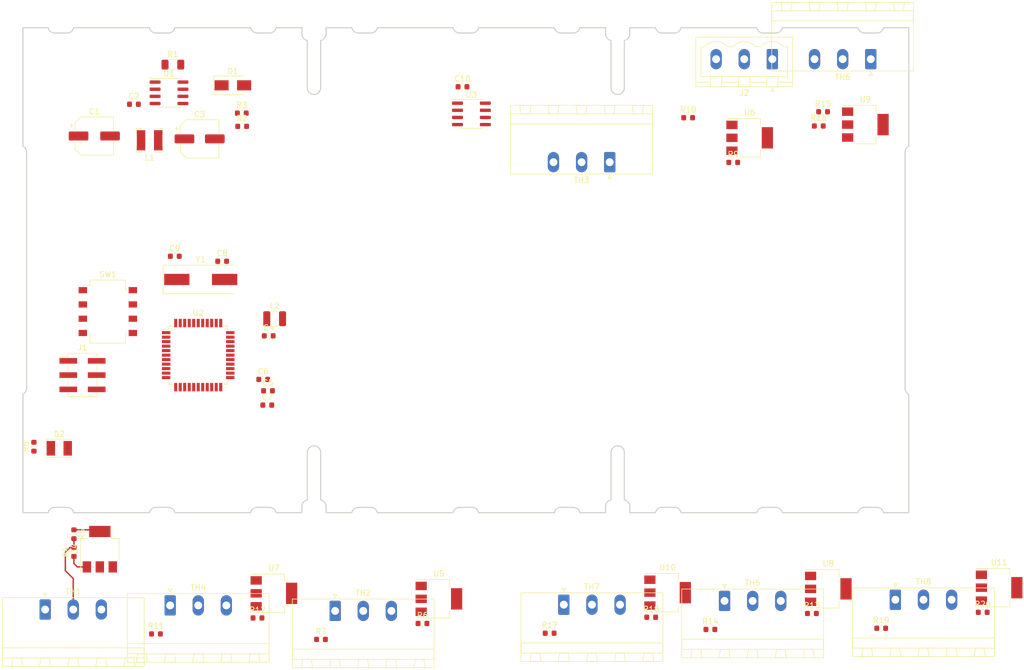
<source format=kicad_pcb>
(kicad_pcb (version 20171130) (host pcbnew 5.0.2+dfsg1-1)

  (general
    (thickness 1.6)
    (drawings 2147)
    (tracks 11)
    (zones 0)
    (modules 57)
    (nets 74)
  )

  (page A4)
  (layers
    (0 F.Cu signal)
    (31 B.Cu signal)
    (32 B.Adhes user)
    (33 F.Adhes user)
    (34 B.Paste user)
    (35 F.Paste user)
    (36 B.SilkS user)
    (37 F.SilkS user)
    (38 B.Mask user hide)
    (39 F.Mask user hide)
    (40 Dwgs.User user hide)
    (41 Cmts.User user hide)
    (42 Eco1.User user hide)
    (43 Eco2.User user hide)
    (44 Edge.Cuts user)
    (45 Margin user hide)
    (46 B.CrtYd user hide)
    (47 F.CrtYd user hide)
    (48 B.Fab user hide)
    (49 F.Fab user hide)
  )

  (setup
    (last_trace_width 0.25)
    (user_trace_width 0.35)
    (trace_clearance 0.2)
    (zone_clearance 0.508)
    (zone_45_only no)
    (trace_min 0.2)
    (segment_width 0.2)
    (edge_width 0.05)
    (via_size 0.8)
    (via_drill 0.4)
    (via_min_size 0.4)
    (via_min_drill 0.3)
    (uvia_size 0.3)
    (uvia_drill 0.1)
    (uvias_allowed no)
    (uvia_min_size 0.2)
    (uvia_min_drill 0.1)
    (pcb_text_width 0.3)
    (pcb_text_size 1.5 1.5)
    (mod_edge_width 0.12)
    (mod_text_size 1 1)
    (mod_text_width 0.15)
    (pad_size 1.524 1.524)
    (pad_drill 0.762)
    (pad_to_mask_clearance 0.051)
    (solder_mask_min_width 0.25)
    (aux_axis_origin 0 0)
    (visible_elements FFFFFF7F)
    (pcbplotparams
      (layerselection 0x010fc_ffffffff)
      (usegerberextensions false)
      (usegerberattributes false)
      (usegerberadvancedattributes false)
      (creategerberjobfile false)
      (excludeedgelayer true)
      (linewidth 0.100000)
      (plotframeref false)
      (viasonmask false)
      (mode 1)
      (useauxorigin false)
      (hpglpennumber 1)
      (hpglpenspeed 20)
      (hpglpendiameter 15.000000)
      (psnegative false)
      (psa4output false)
      (plotreference true)
      (plotvalue true)
      (plotinvisibletext false)
      (padsonsilk false)
      (subtractmaskfromsilk false)
      (outputformat 1)
      (mirror false)
      (drillshape 1)
      (scaleselection 1)
      (outputdirectory ""))
  )

  (net 0 "")
  (net 1 "Net-(R4-Pad2)")
  (net 2 "Net-(R4-Pad1)")
  (net 3 "Net-(R5-Pad1)")
  (net 4 GNDD)
  (net 5 /pt100_ch0/Vout)
  (net 6 "Net-(R1-Pad1)")
  (net 7 +24V)
  (net 8 "Net-(R2-Pad2)")
  (net 9 "Net-(C2-Pad1)")
  (net 10 "Net-(D1-Pad1)")
  (net 11 +3V3)
  (net 12 "Net-(R16-Pad1)")
  (net 13 "Net-(R15-Pad2)")
  (net 14 "Net-(R20-Pad1)")
  (net 15 "Net-(R19-Pad2)")
  (net 16 "Net-(R19-Pad1)")
  (net 17 "Net-(R18-Pad1)")
  (net 18 "Net-(R17-Pad2)")
  (net 19 "Net-(R17-Pad1)")
  (net 20 "Net-(R15-Pad1)")
  (net 21 "Net-(R13-Pad2)")
  (net 22 "Net-(R14-Pad1)")
  (net 23 "Net-(R13-Pad1)")
  (net 24 "Net-(R11-Pad2)")
  (net 25 "Net-(R12-Pad1)")
  (net 26 "Net-(R6-Pad2)")
  (net 27 "Net-(R6-Pad1)")
  (net 28 "Net-(R7-Pad1)")
  (net 29 "Net-(D2-Pad1)")
  (net 30 "Net-(R9-Pad1)")
  (net 31 "Net-(R10-Pad2)")
  (net 32 "Net-(R10-Pad1)")
  (net 33 "Net-(R11-Pad1)")
  (net 34 RX)
  (net 35 DE)
  (net 36 TX)
  (net 37 "Net-(J2-Pad1)")
  (net 38 "Net-(J2-Pad3)")
  (net 39 /pt100_ch5/Vout)
  (net 40 /pt100_ch6/Vout)
  (net 41 /pt100_ch7/Vout)
  (net 42 "Net-(SW1-Pad8)")
  (net 43 "Net-(SW1-Pad7)")
  (net 44 "Net-(SW1-Pad6)")
  (net 45 "Net-(SW1-Pad5)")
  (net 46 "Net-(U2-Pad10)")
  (net 47 "Net-(U2-Pad11)")
  (net 48 "Net-(U2-Pad12)")
  (net 49 "Net-(U2-Pad13)")
  (net 50 "Net-(U2-Pad14)")
  (net 51 "Net-(U2-Pad15)")
  (net 52 "Net-(U2-Pad16)")
  (net 53 "Net-(U2-Pad17)")
  (net 54 "Net-(D2-Pad2)")
  (net 55 "Net-(U2-Pad21)")
  (net 56 "Net-(U2-Pad25)")
  (net 57 "Net-(U2-Pad26)")
  (net 58 "Net-(U2-Pad27)")
  (net 59 "Net-(U2-Pad28)")
  (net 60 "Net-(U2-Pad29)")
  (net 61 "Net-(U2-Pad32)")
  (net 62 "Net-(U2-Pad33)")
  (net 63 PDI_DATA)
  (net 64 PDI_CLK)
  (net 65 "Net-(C9-Pad1)")
  (net 66 "Net-(C8-Pad1)")
  (net 67 "Net-(C4-Pad2)")
  (net 68 /pt100_ch1/Vout)
  (net 69 /pt100_ch2/Vout)
  (net 70 /pt100_ch3/Vout)
  (net 71 /pt100_ch4/Vout)
  (net 72 "Net-(J1-Pad3)")
  (net 73 "Net-(J1-Pad4)")

  (net_class Default "Dies ist die voreingestellte Netzklasse."
    (clearance 0.2)
    (trace_width 0.25)
    (via_dia 0.8)
    (via_drill 0.4)
    (uvia_dia 0.3)
    (uvia_drill 0.1)
    (add_net +24V)
    (add_net +3V3)
    (add_net /pt100_ch0/Vout)
    (add_net /pt100_ch1/Vout)
    (add_net /pt100_ch2/Vout)
    (add_net /pt100_ch3/Vout)
    (add_net /pt100_ch4/Vout)
    (add_net /pt100_ch5/Vout)
    (add_net /pt100_ch6/Vout)
    (add_net /pt100_ch7/Vout)
    (add_net DE)
    (add_net GNDD)
    (add_net "Net-(C2-Pad1)")
    (add_net "Net-(C4-Pad2)")
    (add_net "Net-(C8-Pad1)")
    (add_net "Net-(C9-Pad1)")
    (add_net "Net-(D1-Pad1)")
    (add_net "Net-(D2-Pad1)")
    (add_net "Net-(D2-Pad2)")
    (add_net "Net-(J1-Pad3)")
    (add_net "Net-(J1-Pad4)")
    (add_net "Net-(J2-Pad1)")
    (add_net "Net-(J2-Pad3)")
    (add_net "Net-(R1-Pad1)")
    (add_net "Net-(R10-Pad1)")
    (add_net "Net-(R10-Pad2)")
    (add_net "Net-(R11-Pad1)")
    (add_net "Net-(R11-Pad2)")
    (add_net "Net-(R12-Pad1)")
    (add_net "Net-(R13-Pad1)")
    (add_net "Net-(R13-Pad2)")
    (add_net "Net-(R14-Pad1)")
    (add_net "Net-(R15-Pad1)")
    (add_net "Net-(R15-Pad2)")
    (add_net "Net-(R16-Pad1)")
    (add_net "Net-(R17-Pad1)")
    (add_net "Net-(R17-Pad2)")
    (add_net "Net-(R18-Pad1)")
    (add_net "Net-(R19-Pad1)")
    (add_net "Net-(R19-Pad2)")
    (add_net "Net-(R2-Pad2)")
    (add_net "Net-(R20-Pad1)")
    (add_net "Net-(R4-Pad1)")
    (add_net "Net-(R4-Pad2)")
    (add_net "Net-(R5-Pad1)")
    (add_net "Net-(R6-Pad1)")
    (add_net "Net-(R6-Pad2)")
    (add_net "Net-(R7-Pad1)")
    (add_net "Net-(R9-Pad1)")
    (add_net "Net-(SW1-Pad5)")
    (add_net "Net-(SW1-Pad6)")
    (add_net "Net-(SW1-Pad7)")
    (add_net "Net-(SW1-Pad8)")
    (add_net "Net-(U2-Pad10)")
    (add_net "Net-(U2-Pad11)")
    (add_net "Net-(U2-Pad12)")
    (add_net "Net-(U2-Pad13)")
    (add_net "Net-(U2-Pad14)")
    (add_net "Net-(U2-Pad15)")
    (add_net "Net-(U2-Pad16)")
    (add_net "Net-(U2-Pad17)")
    (add_net "Net-(U2-Pad21)")
    (add_net "Net-(U2-Pad25)")
    (add_net "Net-(U2-Pad26)")
    (add_net "Net-(U2-Pad27)")
    (add_net "Net-(U2-Pad28)")
    (add_net "Net-(U2-Pad29)")
    (add_net "Net-(U2-Pad32)")
    (add_net "Net-(U2-Pad33)")
    (add_net PDI_CLK)
    (add_net PDI_DATA)
    (add_net RX)
    (add_net TX)
  )

  (module Connector_Phoenix_MSTB:PhoenixContact_MSTB_2,5_3-GF_1x03_P5.00mm_Horizontal_ThreadedFlange (layer F.Cu) (tedit 5B785046) (tstamp 5E78ABA5)
    (at 70.700001 142.930001)
    (descr "Generic Phoenix Contact connector footprint for: MSTB_2,5/3-GF; number of pins: 03; pin pitch: 5.00mm; Angled; threaded flange || order number: 1776702 12A || order number: 1923982 16A (HC)")
    (tags "phoenix_contact connector MSTB_01x03_GF_5.00mm")
    (path /5E51E6FE/5E50FD5B)
    (fp_text reference TH1 (at 5 -3.2) (layer F.SilkS)
      (effects (font (size 1 1) (thickness 0.15)))
    )
    (fp_text value Thermistor_PTC_3wire (at 5 11.2) (layer F.Fab)
      (effects (font (size 1 1) (thickness 0.15)))
    )
    (fp_text user %R (at 5 -1.3) (layer F.Fab)
      (effects (font (size 1 1) (thickness 0.15)))
    )
    (fp_line (start 0 -0.5) (end -0.95 -2) (layer F.Fab) (width 0.1))
    (fp_line (start 0.95 -2) (end 0 -0.5) (layer F.Fab) (width 0.1))
    (fp_line (start -0.3 -2.91) (end 0.3 -2.91) (layer F.SilkS) (width 0.12))
    (fp_line (start 0 -2.31) (end -0.3 -2.91) (layer F.SilkS) (width 0.12))
    (fp_line (start 0.3 -2.91) (end 0 -2.31) (layer F.SilkS) (width 0.12))
    (fp_line (start 18 -2.5) (end -8 -2.5) (layer F.CrtYd) (width 0.05))
    (fp_line (start 18 10.5) (end 18 -2.5) (layer F.CrtYd) (width 0.05))
    (fp_line (start -8 10.5) (end 18 10.5) (layer F.CrtYd) (width 0.05))
    (fp_line (start -8 -2.5) (end -8 10.5) (layer F.CrtYd) (width 0.05))
    (fp_line (start 9.25 8.61) (end 9 10.11) (layer F.SilkS) (width 0.12))
    (fp_line (start 10.75 8.61) (end 9.25 8.61) (layer F.SilkS) (width 0.12))
    (fp_line (start 11 10.11) (end 10.75 8.61) (layer F.SilkS) (width 0.12))
    (fp_line (start 9 10.11) (end 11 10.11) (layer F.SilkS) (width 0.12))
    (fp_line (start 4.25 8.61) (end 4 10.11) (layer F.SilkS) (width 0.12))
    (fp_line (start 5.75 8.61) (end 4.25 8.61) (layer F.SilkS) (width 0.12))
    (fp_line (start 6 10.11) (end 5.75 8.61) (layer F.SilkS) (width 0.12))
    (fp_line (start 4 10.11) (end 6 10.11) (layer F.SilkS) (width 0.12))
    (fp_line (start -0.75 8.61) (end -1 10.11) (layer F.SilkS) (width 0.12))
    (fp_line (start 0.75 8.61) (end -0.75 8.61) (layer F.SilkS) (width 0.12))
    (fp_line (start 1 10.11) (end 0.75 8.61) (layer F.SilkS) (width 0.12))
    (fp_line (start -1 10.11) (end 1 10.11) (layer F.SilkS) (width 0.12))
    (fp_line (start 14.25 8.61) (end 14 10.11) (layer F.SilkS) (width 0.12))
    (fp_line (start 15.75 8.61) (end 14.25 8.61) (layer F.SilkS) (width 0.12))
    (fp_line (start 16 10.11) (end 15.75 8.61) (layer F.SilkS) (width 0.12))
    (fp_line (start 14 10.11) (end 16 10.11) (layer F.SilkS) (width 0.12))
    (fp_line (start -5.75 8.61) (end -6 10.11) (layer F.SilkS) (width 0.12))
    (fp_line (start -4.25 8.61) (end -5.75 8.61) (layer F.SilkS) (width 0.12))
    (fp_line (start -4 10.11) (end -4.25 8.61) (layer F.SilkS) (width 0.12))
    (fp_line (start -6 10.11) (end -4 10.11) (layer F.SilkS) (width 0.12))
    (fp_line (start 17.61 8.61) (end -7.61 8.61) (layer F.SilkS) (width 0.12))
    (fp_line (start 17.61 6.81) (end 17.61 8.61) (layer F.SilkS) (width 0.12))
    (fp_line (start -7.61 6.81) (end 17.61 6.81) (layer F.SilkS) (width 0.12))
    (fp_line (start -7.61 8.61) (end -7.61 6.81) (layer F.SilkS) (width 0.12))
    (fp_line (start 17.5 -2) (end -7.5 -2) (layer F.Fab) (width 0.1))
    (fp_line (start 17.5 10) (end 17.5 -2) (layer F.Fab) (width 0.1))
    (fp_line (start -7.5 10) (end 17.5 10) (layer F.Fab) (width 0.1))
    (fp_line (start -7.5 -2) (end -7.5 10) (layer F.Fab) (width 0.1))
    (fp_line (start 17.61 -2.11) (end -7.61 -2.11) (layer F.SilkS) (width 0.12))
    (fp_line (start 17.61 10.11) (end 17.61 -2.11) (layer F.SilkS) (width 0.12))
    (fp_line (start -7.61 10.11) (end 17.61 10.11) (layer F.SilkS) (width 0.12))
    (fp_line (start -7.61 -2.11) (end -7.61 10.11) (layer F.SilkS) (width 0.12))
    (pad 3 thru_hole oval (at 10 0) (size 2 3.6) (drill 1.4) (layers *.Cu *.Mask)
      (net 4 GNDD))
    (pad 2 thru_hole oval (at 5 0) (size 2 3.6) (drill 1.4) (layers *.Cu *.Mask)
      (net 1 "Net-(R4-Pad2)"))
    (pad 1 thru_hole roundrect (at 0 0) (size 2 3.6) (drill 1.4) (layers *.Cu *.Mask) (roundrect_rratio 0.125)
      (net 5 /pt100_ch0/Vout))
    (model ${KISYS3DMOD}/Connector_Phoenix_MSTB.3dshapes/PhoenixContact_MSTB_2,5_3-GF_1x03_P5.00mm_Horizontal_ThreadedFlange.wrl
      (at (xyz 0 0 0))
      (scale (xyz 1 1 1))
      (rotate (xyz 0 0 0))
    )
  )

  (module Connector_Phoenix_MSTB:PhoenixContact_MSTB_2,5_3-GF_1x03_P5.00mm_Horizontal_ThreadedFlange (layer F.Cu) (tedit 5B785046) (tstamp 5E78AB75)
    (at 221.872001 141.189001)
    (descr "Generic Phoenix Contact connector footprint for: MSTB_2,5/3-GF; number of pins: 03; pin pitch: 5.00mm; Angled; threaded flange || order number: 1776702 12A || order number: 1923982 16A (HC)")
    (tags "phoenix_contact connector MSTB_01x03_GF_5.00mm")
    (path /5E55CA13/5E50FD5B)
    (fp_text reference TH8 (at 5 -3.2) (layer F.SilkS)
      (effects (font (size 1 1) (thickness 0.15)))
    )
    (fp_text value Thermistor_PTC_3wire (at 5 11.2) (layer F.Fab)
      (effects (font (size 1 1) (thickness 0.15)))
    )
    (fp_line (start -7.61 -2.11) (end -7.61 10.11) (layer F.SilkS) (width 0.12))
    (fp_line (start -7.61 10.11) (end 17.61 10.11) (layer F.SilkS) (width 0.12))
    (fp_line (start 17.61 10.11) (end 17.61 -2.11) (layer F.SilkS) (width 0.12))
    (fp_line (start 17.61 -2.11) (end -7.61 -2.11) (layer F.SilkS) (width 0.12))
    (fp_line (start -7.5 -2) (end -7.5 10) (layer F.Fab) (width 0.1))
    (fp_line (start -7.5 10) (end 17.5 10) (layer F.Fab) (width 0.1))
    (fp_line (start 17.5 10) (end 17.5 -2) (layer F.Fab) (width 0.1))
    (fp_line (start 17.5 -2) (end -7.5 -2) (layer F.Fab) (width 0.1))
    (fp_line (start -7.61 8.61) (end -7.61 6.81) (layer F.SilkS) (width 0.12))
    (fp_line (start -7.61 6.81) (end 17.61 6.81) (layer F.SilkS) (width 0.12))
    (fp_line (start 17.61 6.81) (end 17.61 8.61) (layer F.SilkS) (width 0.12))
    (fp_line (start 17.61 8.61) (end -7.61 8.61) (layer F.SilkS) (width 0.12))
    (fp_line (start -6 10.11) (end -4 10.11) (layer F.SilkS) (width 0.12))
    (fp_line (start -4 10.11) (end -4.25 8.61) (layer F.SilkS) (width 0.12))
    (fp_line (start -4.25 8.61) (end -5.75 8.61) (layer F.SilkS) (width 0.12))
    (fp_line (start -5.75 8.61) (end -6 10.11) (layer F.SilkS) (width 0.12))
    (fp_line (start 14 10.11) (end 16 10.11) (layer F.SilkS) (width 0.12))
    (fp_line (start 16 10.11) (end 15.75 8.61) (layer F.SilkS) (width 0.12))
    (fp_line (start 15.75 8.61) (end 14.25 8.61) (layer F.SilkS) (width 0.12))
    (fp_line (start 14.25 8.61) (end 14 10.11) (layer F.SilkS) (width 0.12))
    (fp_line (start -1 10.11) (end 1 10.11) (layer F.SilkS) (width 0.12))
    (fp_line (start 1 10.11) (end 0.75 8.61) (layer F.SilkS) (width 0.12))
    (fp_line (start 0.75 8.61) (end -0.75 8.61) (layer F.SilkS) (width 0.12))
    (fp_line (start -0.75 8.61) (end -1 10.11) (layer F.SilkS) (width 0.12))
    (fp_line (start 4 10.11) (end 6 10.11) (layer F.SilkS) (width 0.12))
    (fp_line (start 6 10.11) (end 5.75 8.61) (layer F.SilkS) (width 0.12))
    (fp_line (start 5.75 8.61) (end 4.25 8.61) (layer F.SilkS) (width 0.12))
    (fp_line (start 4.25 8.61) (end 4 10.11) (layer F.SilkS) (width 0.12))
    (fp_line (start 9 10.11) (end 11 10.11) (layer F.SilkS) (width 0.12))
    (fp_line (start 11 10.11) (end 10.75 8.61) (layer F.SilkS) (width 0.12))
    (fp_line (start 10.75 8.61) (end 9.25 8.61) (layer F.SilkS) (width 0.12))
    (fp_line (start 9.25 8.61) (end 9 10.11) (layer F.SilkS) (width 0.12))
    (fp_line (start -8 -2.5) (end -8 10.5) (layer F.CrtYd) (width 0.05))
    (fp_line (start -8 10.5) (end 18 10.5) (layer F.CrtYd) (width 0.05))
    (fp_line (start 18 10.5) (end 18 -2.5) (layer F.CrtYd) (width 0.05))
    (fp_line (start 18 -2.5) (end -8 -2.5) (layer F.CrtYd) (width 0.05))
    (fp_line (start 0.3 -2.91) (end 0 -2.31) (layer F.SilkS) (width 0.12))
    (fp_line (start 0 -2.31) (end -0.3 -2.91) (layer F.SilkS) (width 0.12))
    (fp_line (start -0.3 -2.91) (end 0.3 -2.91) (layer F.SilkS) (width 0.12))
    (fp_line (start 0.95 -2) (end 0 -0.5) (layer F.Fab) (width 0.1))
    (fp_line (start 0 -0.5) (end -0.95 -2) (layer F.Fab) (width 0.1))
    (fp_text user %R (at 5 -1.3) (layer F.Fab)
      (effects (font (size 1 1) (thickness 0.15)))
    )
    (pad 1 thru_hole roundrect (at 0 0) (size 2 3.6) (drill 1.4) (layers *.Cu *.Mask) (roundrect_rratio 0.125)
      (net 41 /pt100_ch7/Vout))
    (pad 2 thru_hole oval (at 5 0) (size 2 3.6) (drill 1.4) (layers *.Cu *.Mask)
      (net 15 "Net-(R19-Pad2)"))
    (pad 3 thru_hole oval (at 10 0) (size 2 3.6) (drill 1.4) (layers *.Cu *.Mask)
      (net 4 GNDD))
    (model ${KISYS3DMOD}/Connector_Phoenix_MSTB.3dshapes/PhoenixContact_MSTB_2,5_3-GF_1x03_P5.00mm_Horizontal_ThreadedFlange.wrl
      (at (xyz 0 0 0))
      (scale (xyz 1 1 1))
      (rotate (xyz 0 0 0))
    )
  )

  (module Connector_Phoenix_MSTB:PhoenixContact_MSTB_2,5_3-GF_1x03_P5.00mm_Horizontal_ThreadedFlange (layer F.Cu) (tedit 5B785046) (tstamp 5E78AB45)
    (at 162.923001 142.070001)
    (descr "Generic Phoenix Contact connector footprint for: MSTB_2,5/3-GF; number of pins: 03; pin pitch: 5.00mm; Angled; threaded flange || order number: 1776702 12A || order number: 1923982 16A (HC)")
    (tags "phoenix_contact connector MSTB_01x03_GF_5.00mm")
    (path /5E55A1D1/5E50FD5B)
    (fp_text reference TH7 (at 5 -3.2) (layer F.SilkS)
      (effects (font (size 1 1) (thickness 0.15)))
    )
    (fp_text value Thermistor_PTC_3wire (at 5 11.2) (layer F.Fab)
      (effects (font (size 1 1) (thickness 0.15)))
    )
    (fp_text user %R (at 5 -1.3) (layer F.Fab)
      (effects (font (size 1 1) (thickness 0.15)))
    )
    (fp_line (start 0 -0.5) (end -0.95 -2) (layer F.Fab) (width 0.1))
    (fp_line (start 0.95 -2) (end 0 -0.5) (layer F.Fab) (width 0.1))
    (fp_line (start -0.3 -2.91) (end 0.3 -2.91) (layer F.SilkS) (width 0.12))
    (fp_line (start 0 -2.31) (end -0.3 -2.91) (layer F.SilkS) (width 0.12))
    (fp_line (start 0.3 -2.91) (end 0 -2.31) (layer F.SilkS) (width 0.12))
    (fp_line (start 18 -2.5) (end -8 -2.5) (layer F.CrtYd) (width 0.05))
    (fp_line (start 18 10.5) (end 18 -2.5) (layer F.CrtYd) (width 0.05))
    (fp_line (start -8 10.5) (end 18 10.5) (layer F.CrtYd) (width 0.05))
    (fp_line (start -8 -2.5) (end -8 10.5) (layer F.CrtYd) (width 0.05))
    (fp_line (start 9.25 8.61) (end 9 10.11) (layer F.SilkS) (width 0.12))
    (fp_line (start 10.75 8.61) (end 9.25 8.61) (layer F.SilkS) (width 0.12))
    (fp_line (start 11 10.11) (end 10.75 8.61) (layer F.SilkS) (width 0.12))
    (fp_line (start 9 10.11) (end 11 10.11) (layer F.SilkS) (width 0.12))
    (fp_line (start 4.25 8.61) (end 4 10.11) (layer F.SilkS) (width 0.12))
    (fp_line (start 5.75 8.61) (end 4.25 8.61) (layer F.SilkS) (width 0.12))
    (fp_line (start 6 10.11) (end 5.75 8.61) (layer F.SilkS) (width 0.12))
    (fp_line (start 4 10.11) (end 6 10.11) (layer F.SilkS) (width 0.12))
    (fp_line (start -0.75 8.61) (end -1 10.11) (layer F.SilkS) (width 0.12))
    (fp_line (start 0.75 8.61) (end -0.75 8.61) (layer F.SilkS) (width 0.12))
    (fp_line (start 1 10.11) (end 0.75 8.61) (layer F.SilkS) (width 0.12))
    (fp_line (start -1 10.11) (end 1 10.11) (layer F.SilkS) (width 0.12))
    (fp_line (start 14.25 8.61) (end 14 10.11) (layer F.SilkS) (width 0.12))
    (fp_line (start 15.75 8.61) (end 14.25 8.61) (layer F.SilkS) (width 0.12))
    (fp_line (start 16 10.11) (end 15.75 8.61) (layer F.SilkS) (width 0.12))
    (fp_line (start 14 10.11) (end 16 10.11) (layer F.SilkS) (width 0.12))
    (fp_line (start -5.75 8.61) (end -6 10.11) (layer F.SilkS) (width 0.12))
    (fp_line (start -4.25 8.61) (end -5.75 8.61) (layer F.SilkS) (width 0.12))
    (fp_line (start -4 10.11) (end -4.25 8.61) (layer F.SilkS) (width 0.12))
    (fp_line (start -6 10.11) (end -4 10.11) (layer F.SilkS) (width 0.12))
    (fp_line (start 17.61 8.61) (end -7.61 8.61) (layer F.SilkS) (width 0.12))
    (fp_line (start 17.61 6.81) (end 17.61 8.61) (layer F.SilkS) (width 0.12))
    (fp_line (start -7.61 6.81) (end 17.61 6.81) (layer F.SilkS) (width 0.12))
    (fp_line (start -7.61 8.61) (end -7.61 6.81) (layer F.SilkS) (width 0.12))
    (fp_line (start 17.5 -2) (end -7.5 -2) (layer F.Fab) (width 0.1))
    (fp_line (start 17.5 10) (end 17.5 -2) (layer F.Fab) (width 0.1))
    (fp_line (start -7.5 10) (end 17.5 10) (layer F.Fab) (width 0.1))
    (fp_line (start -7.5 -2) (end -7.5 10) (layer F.Fab) (width 0.1))
    (fp_line (start 17.61 -2.11) (end -7.61 -2.11) (layer F.SilkS) (width 0.12))
    (fp_line (start 17.61 10.11) (end 17.61 -2.11) (layer F.SilkS) (width 0.12))
    (fp_line (start -7.61 10.11) (end 17.61 10.11) (layer F.SilkS) (width 0.12))
    (fp_line (start -7.61 -2.11) (end -7.61 10.11) (layer F.SilkS) (width 0.12))
    (pad 3 thru_hole oval (at 10 0) (size 2 3.6) (drill 1.4) (layers *.Cu *.Mask)
      (net 4 GNDD))
    (pad 2 thru_hole oval (at 5 0) (size 2 3.6) (drill 1.4) (layers *.Cu *.Mask)
      (net 18 "Net-(R17-Pad2)"))
    (pad 1 thru_hole roundrect (at 0 0) (size 2 3.6) (drill 1.4) (layers *.Cu *.Mask) (roundrect_rratio 0.125)
      (net 40 /pt100_ch6/Vout))
    (model ${KISYS3DMOD}/Connector_Phoenix_MSTB.3dshapes/PhoenixContact_MSTB_2,5_3-GF_1x03_P5.00mm_Horizontal_ThreadedFlange.wrl
      (at (xyz 0 0 0))
      (scale (xyz 1 1 1))
      (rotate (xyz 0 0 0))
    )
  )

  (module Connector_Phoenix_MSTB:PhoenixContact_MSTB_2,5_3-GF_1x03_P5.00mm_Horizontal_ThreadedFlange (layer F.Cu) (tedit 5B785046) (tstamp 5E78AB15)
    (at 217.5 45 180)
    (descr "Generic Phoenix Contact connector footprint for: MSTB_2,5/3-GF; number of pins: 03; pin pitch: 5.00mm; Angled; threaded flange || order number: 1776702 12A || order number: 1923982 16A (HC)")
    (tags "phoenix_contact connector MSTB_01x03_GF_5.00mm")
    (path /5E554CAB/5E50FD5B)
    (fp_text reference TH6 (at 5 -3.2 180) (layer F.SilkS)
      (effects (font (size 1 1) (thickness 0.15)))
    )
    (fp_text value Thermistor_PTC_3wire (at 5 11.2 180) (layer F.Fab)
      (effects (font (size 1 1) (thickness 0.15)))
    )
    (fp_line (start -7.61 -2.11) (end -7.61 10.11) (layer F.SilkS) (width 0.12))
    (fp_line (start -7.61 10.11) (end 17.61 10.11) (layer F.SilkS) (width 0.12))
    (fp_line (start 17.61 10.11) (end 17.61 -2.11) (layer F.SilkS) (width 0.12))
    (fp_line (start 17.61 -2.11) (end -7.61 -2.11) (layer F.SilkS) (width 0.12))
    (fp_line (start -7.5 -2) (end -7.5 10) (layer F.Fab) (width 0.1))
    (fp_line (start -7.5 10) (end 17.5 10) (layer F.Fab) (width 0.1))
    (fp_line (start 17.5 10) (end 17.5 -2) (layer F.Fab) (width 0.1))
    (fp_line (start 17.5 -2) (end -7.5 -2) (layer F.Fab) (width 0.1))
    (fp_line (start -7.61 8.61) (end -7.61 6.81) (layer F.SilkS) (width 0.12))
    (fp_line (start -7.61 6.81) (end 17.61 6.81) (layer F.SilkS) (width 0.12))
    (fp_line (start 17.61 6.81) (end 17.61 8.61) (layer F.SilkS) (width 0.12))
    (fp_line (start 17.61 8.61) (end -7.61 8.61) (layer F.SilkS) (width 0.12))
    (fp_line (start -6 10.11) (end -4 10.11) (layer F.SilkS) (width 0.12))
    (fp_line (start -4 10.11) (end -4.25 8.61) (layer F.SilkS) (width 0.12))
    (fp_line (start -4.25 8.61) (end -5.75 8.61) (layer F.SilkS) (width 0.12))
    (fp_line (start -5.75 8.61) (end -6 10.11) (layer F.SilkS) (width 0.12))
    (fp_line (start 14 10.11) (end 16 10.11) (layer F.SilkS) (width 0.12))
    (fp_line (start 16 10.11) (end 15.75 8.61) (layer F.SilkS) (width 0.12))
    (fp_line (start 15.75 8.61) (end 14.25 8.61) (layer F.SilkS) (width 0.12))
    (fp_line (start 14.25 8.61) (end 14 10.11) (layer F.SilkS) (width 0.12))
    (fp_line (start -1 10.11) (end 1 10.11) (layer F.SilkS) (width 0.12))
    (fp_line (start 1 10.11) (end 0.75 8.61) (layer F.SilkS) (width 0.12))
    (fp_line (start 0.75 8.61) (end -0.75 8.61) (layer F.SilkS) (width 0.12))
    (fp_line (start -0.75 8.61) (end -1 10.11) (layer F.SilkS) (width 0.12))
    (fp_line (start 4 10.11) (end 6 10.11) (layer F.SilkS) (width 0.12))
    (fp_line (start 6 10.11) (end 5.75 8.61) (layer F.SilkS) (width 0.12))
    (fp_line (start 5.75 8.61) (end 4.25 8.61) (layer F.SilkS) (width 0.12))
    (fp_line (start 4.25 8.61) (end 4 10.11) (layer F.SilkS) (width 0.12))
    (fp_line (start 9 10.11) (end 11 10.11) (layer F.SilkS) (width 0.12))
    (fp_line (start 11 10.11) (end 10.75 8.61) (layer F.SilkS) (width 0.12))
    (fp_line (start 10.75 8.61) (end 9.25 8.61) (layer F.SilkS) (width 0.12))
    (fp_line (start 9.25 8.61) (end 9 10.11) (layer F.SilkS) (width 0.12))
    (fp_line (start -8 -2.5) (end -8 10.5) (layer F.CrtYd) (width 0.05))
    (fp_line (start -8 10.5) (end 18 10.5) (layer F.CrtYd) (width 0.05))
    (fp_line (start 18 10.5) (end 18 -2.5) (layer F.CrtYd) (width 0.05))
    (fp_line (start 18 -2.5) (end -8 -2.5) (layer F.CrtYd) (width 0.05))
    (fp_line (start 0.3 -2.91) (end 0 -2.31) (layer F.SilkS) (width 0.12))
    (fp_line (start 0 -2.31) (end -0.3 -2.91) (layer F.SilkS) (width 0.12))
    (fp_line (start -0.3 -2.91) (end 0.3 -2.91) (layer F.SilkS) (width 0.12))
    (fp_line (start 0.95 -2) (end 0 -0.5) (layer F.Fab) (width 0.1))
    (fp_line (start 0 -0.5) (end -0.95 -2) (layer F.Fab) (width 0.1))
    (fp_text user %R (at 5 -1.3 180) (layer F.Fab)
      (effects (font (size 1 1) (thickness 0.15)))
    )
    (pad 1 thru_hole roundrect (at 0 0 180) (size 2 3.6) (drill 1.4) (layers *.Cu *.Mask) (roundrect_rratio 0.125)
      (net 39 /pt100_ch5/Vout))
    (pad 2 thru_hole oval (at 5 0 180) (size 2 3.6) (drill 1.4) (layers *.Cu *.Mask)
      (net 13 "Net-(R15-Pad2)"))
    (pad 3 thru_hole oval (at 10 0 180) (size 2 3.6) (drill 1.4) (layers *.Cu *.Mask)
      (net 4 GNDD))
    (model ${KISYS3DMOD}/Connector_Phoenix_MSTB.3dshapes/PhoenixContact_MSTB_2,5_3-GF_1x03_P5.00mm_Horizontal_ThreadedFlange.wrl
      (at (xyz 0 0 0))
      (scale (xyz 1 1 1))
      (rotate (xyz 0 0 0))
    )
  )

  (module Connector_Phoenix_MSTB:PhoenixContact_MSTB_2,5_3-GF_1x03_P5.00mm_Horizontal_ThreadedFlange (layer F.Cu) (tedit 5B785046) (tstamp 5E78AAE5)
    (at 191.498001 141.398001)
    (descr "Generic Phoenix Contact connector footprint for: MSTB_2,5/3-GF; number of pins: 03; pin pitch: 5.00mm; Angled; threaded flange || order number: 1776702 12A || order number: 1923982 16A (HC)")
    (tags "phoenix_contact connector MSTB_01x03_GF_5.00mm")
    (path /5E55237B/5E50FD5B)
    (fp_text reference TH5 (at 5 -3.2) (layer F.SilkS)
      (effects (font (size 1 1) (thickness 0.15)))
    )
    (fp_text value Thermistor_PTC_3wire (at 5 11.2) (layer F.Fab)
      (effects (font (size 1 1) (thickness 0.15)))
    )
    (fp_text user %R (at 5 -1.3) (layer F.Fab)
      (effects (font (size 1 1) (thickness 0.15)))
    )
    (fp_line (start 0 -0.5) (end -0.95 -2) (layer F.Fab) (width 0.1))
    (fp_line (start 0.95 -2) (end 0 -0.5) (layer F.Fab) (width 0.1))
    (fp_line (start -0.3 -2.91) (end 0.3 -2.91) (layer F.SilkS) (width 0.12))
    (fp_line (start 0 -2.31) (end -0.3 -2.91) (layer F.SilkS) (width 0.12))
    (fp_line (start 0.3 -2.91) (end 0 -2.31) (layer F.SilkS) (width 0.12))
    (fp_line (start 18 -2.5) (end -8 -2.5) (layer F.CrtYd) (width 0.05))
    (fp_line (start 18 10.5) (end 18 -2.5) (layer F.CrtYd) (width 0.05))
    (fp_line (start -8 10.5) (end 18 10.5) (layer F.CrtYd) (width 0.05))
    (fp_line (start -8 -2.5) (end -8 10.5) (layer F.CrtYd) (width 0.05))
    (fp_line (start 9.25 8.61) (end 9 10.11) (layer F.SilkS) (width 0.12))
    (fp_line (start 10.75 8.61) (end 9.25 8.61) (layer F.SilkS) (width 0.12))
    (fp_line (start 11 10.11) (end 10.75 8.61) (layer F.SilkS) (width 0.12))
    (fp_line (start 9 10.11) (end 11 10.11) (layer F.SilkS) (width 0.12))
    (fp_line (start 4.25 8.61) (end 4 10.11) (layer F.SilkS) (width 0.12))
    (fp_line (start 5.75 8.61) (end 4.25 8.61) (layer F.SilkS) (width 0.12))
    (fp_line (start 6 10.11) (end 5.75 8.61) (layer F.SilkS) (width 0.12))
    (fp_line (start 4 10.11) (end 6 10.11) (layer F.SilkS) (width 0.12))
    (fp_line (start -0.75 8.61) (end -1 10.11) (layer F.SilkS) (width 0.12))
    (fp_line (start 0.75 8.61) (end -0.75 8.61) (layer F.SilkS) (width 0.12))
    (fp_line (start 1 10.11) (end 0.75 8.61) (layer F.SilkS) (width 0.12))
    (fp_line (start -1 10.11) (end 1 10.11) (layer F.SilkS) (width 0.12))
    (fp_line (start 14.25 8.61) (end 14 10.11) (layer F.SilkS) (width 0.12))
    (fp_line (start 15.75 8.61) (end 14.25 8.61) (layer F.SilkS) (width 0.12))
    (fp_line (start 16 10.11) (end 15.75 8.61) (layer F.SilkS) (width 0.12))
    (fp_line (start 14 10.11) (end 16 10.11) (layer F.SilkS) (width 0.12))
    (fp_line (start -5.75 8.61) (end -6 10.11) (layer F.SilkS) (width 0.12))
    (fp_line (start -4.25 8.61) (end -5.75 8.61) (layer F.SilkS) (width 0.12))
    (fp_line (start -4 10.11) (end -4.25 8.61) (layer F.SilkS) (width 0.12))
    (fp_line (start -6 10.11) (end -4 10.11) (layer F.SilkS) (width 0.12))
    (fp_line (start 17.61 8.61) (end -7.61 8.61) (layer F.SilkS) (width 0.12))
    (fp_line (start 17.61 6.81) (end 17.61 8.61) (layer F.SilkS) (width 0.12))
    (fp_line (start -7.61 6.81) (end 17.61 6.81) (layer F.SilkS) (width 0.12))
    (fp_line (start -7.61 8.61) (end -7.61 6.81) (layer F.SilkS) (width 0.12))
    (fp_line (start 17.5 -2) (end -7.5 -2) (layer F.Fab) (width 0.1))
    (fp_line (start 17.5 10) (end 17.5 -2) (layer F.Fab) (width 0.1))
    (fp_line (start -7.5 10) (end 17.5 10) (layer F.Fab) (width 0.1))
    (fp_line (start -7.5 -2) (end -7.5 10) (layer F.Fab) (width 0.1))
    (fp_line (start 17.61 -2.11) (end -7.61 -2.11) (layer F.SilkS) (width 0.12))
    (fp_line (start 17.61 10.11) (end 17.61 -2.11) (layer F.SilkS) (width 0.12))
    (fp_line (start -7.61 10.11) (end 17.61 10.11) (layer F.SilkS) (width 0.12))
    (fp_line (start -7.61 -2.11) (end -7.61 10.11) (layer F.SilkS) (width 0.12))
    (pad 3 thru_hole oval (at 10 0) (size 2 3.6) (drill 1.4) (layers *.Cu *.Mask)
      (net 4 GNDD))
    (pad 2 thru_hole oval (at 5 0) (size 2 3.6) (drill 1.4) (layers *.Cu *.Mask)
      (net 21 "Net-(R13-Pad2)"))
    (pad 1 thru_hole roundrect (at 0 0) (size 2 3.6) (drill 1.4) (layers *.Cu *.Mask) (roundrect_rratio 0.125)
      (net 71 /pt100_ch4/Vout))
    (model ${KISYS3DMOD}/Connector_Phoenix_MSTB.3dshapes/PhoenixContact_MSTB_2,5_3-GF_1x03_P5.00mm_Horizontal_ThreadedFlange.wrl
      (at (xyz 0 0 0))
      (scale (xyz 1 1 1))
      (rotate (xyz 0 0 0))
    )
  )

  (module Connector_Phoenix_MSTB:PhoenixContact_MSTB_2,5_3-GF_1x03_P5.00mm_Horizontal_ThreadedFlange (layer F.Cu) (tedit 5B785046) (tstamp 5E78AAB5)
    (at 92.925001 142.197001)
    (descr "Generic Phoenix Contact connector footprint for: MSTB_2,5/3-GF; number of pins: 03; pin pitch: 5.00mm; Angled; threaded flange || order number: 1776702 12A || order number: 1923982 16A (HC)")
    (tags "phoenix_contact connector MSTB_01x03_GF_5.00mm")
    (path /5E54FA87/5E50FD5B)
    (fp_text reference TH4 (at 5 -3.2) (layer F.SilkS)
      (effects (font (size 1 1) (thickness 0.15)))
    )
    (fp_text value Thermistor_PTC_3wire (at 5 11.2) (layer F.Fab)
      (effects (font (size 1 1) (thickness 0.15)))
    )
    (fp_line (start -7.61 -2.11) (end -7.61 10.11) (layer F.SilkS) (width 0.12))
    (fp_line (start -7.61 10.11) (end 17.61 10.11) (layer F.SilkS) (width 0.12))
    (fp_line (start 17.61 10.11) (end 17.61 -2.11) (layer F.SilkS) (width 0.12))
    (fp_line (start 17.61 -2.11) (end -7.61 -2.11) (layer F.SilkS) (width 0.12))
    (fp_line (start -7.5 -2) (end -7.5 10) (layer F.Fab) (width 0.1))
    (fp_line (start -7.5 10) (end 17.5 10) (layer F.Fab) (width 0.1))
    (fp_line (start 17.5 10) (end 17.5 -2) (layer F.Fab) (width 0.1))
    (fp_line (start 17.5 -2) (end -7.5 -2) (layer F.Fab) (width 0.1))
    (fp_line (start -7.61 8.61) (end -7.61 6.81) (layer F.SilkS) (width 0.12))
    (fp_line (start -7.61 6.81) (end 17.61 6.81) (layer F.SilkS) (width 0.12))
    (fp_line (start 17.61 6.81) (end 17.61 8.61) (layer F.SilkS) (width 0.12))
    (fp_line (start 17.61 8.61) (end -7.61 8.61) (layer F.SilkS) (width 0.12))
    (fp_line (start -6 10.11) (end -4 10.11) (layer F.SilkS) (width 0.12))
    (fp_line (start -4 10.11) (end -4.25 8.61) (layer F.SilkS) (width 0.12))
    (fp_line (start -4.25 8.61) (end -5.75 8.61) (layer F.SilkS) (width 0.12))
    (fp_line (start -5.75 8.61) (end -6 10.11) (layer F.SilkS) (width 0.12))
    (fp_line (start 14 10.11) (end 16 10.11) (layer F.SilkS) (width 0.12))
    (fp_line (start 16 10.11) (end 15.75 8.61) (layer F.SilkS) (width 0.12))
    (fp_line (start 15.75 8.61) (end 14.25 8.61) (layer F.SilkS) (width 0.12))
    (fp_line (start 14.25 8.61) (end 14 10.11) (layer F.SilkS) (width 0.12))
    (fp_line (start -1 10.11) (end 1 10.11) (layer F.SilkS) (width 0.12))
    (fp_line (start 1 10.11) (end 0.75 8.61) (layer F.SilkS) (width 0.12))
    (fp_line (start 0.75 8.61) (end -0.75 8.61) (layer F.SilkS) (width 0.12))
    (fp_line (start -0.75 8.61) (end -1 10.11) (layer F.SilkS) (width 0.12))
    (fp_line (start 4 10.11) (end 6 10.11) (layer F.SilkS) (width 0.12))
    (fp_line (start 6 10.11) (end 5.75 8.61) (layer F.SilkS) (width 0.12))
    (fp_line (start 5.75 8.61) (end 4.25 8.61) (layer F.SilkS) (width 0.12))
    (fp_line (start 4.25 8.61) (end 4 10.11) (layer F.SilkS) (width 0.12))
    (fp_line (start 9 10.11) (end 11 10.11) (layer F.SilkS) (width 0.12))
    (fp_line (start 11 10.11) (end 10.75 8.61) (layer F.SilkS) (width 0.12))
    (fp_line (start 10.75 8.61) (end 9.25 8.61) (layer F.SilkS) (width 0.12))
    (fp_line (start 9.25 8.61) (end 9 10.11) (layer F.SilkS) (width 0.12))
    (fp_line (start -8 -2.5) (end -8 10.5) (layer F.CrtYd) (width 0.05))
    (fp_line (start -8 10.5) (end 18 10.5) (layer F.CrtYd) (width 0.05))
    (fp_line (start 18 10.5) (end 18 -2.5) (layer F.CrtYd) (width 0.05))
    (fp_line (start 18 -2.5) (end -8 -2.5) (layer F.CrtYd) (width 0.05))
    (fp_line (start 0.3 -2.91) (end 0 -2.31) (layer F.SilkS) (width 0.12))
    (fp_line (start 0 -2.31) (end -0.3 -2.91) (layer F.SilkS) (width 0.12))
    (fp_line (start -0.3 -2.91) (end 0.3 -2.91) (layer F.SilkS) (width 0.12))
    (fp_line (start 0.95 -2) (end 0 -0.5) (layer F.Fab) (width 0.1))
    (fp_line (start 0 -0.5) (end -0.95 -2) (layer F.Fab) (width 0.1))
    (fp_text user %R (at 5 -1.3) (layer F.Fab)
      (effects (font (size 1 1) (thickness 0.15)))
    )
    (pad 1 thru_hole roundrect (at 0 0) (size 2 3.6) (drill 1.4) (layers *.Cu *.Mask) (roundrect_rratio 0.125)
      (net 70 /pt100_ch3/Vout))
    (pad 2 thru_hole oval (at 5 0) (size 2 3.6) (drill 1.4) (layers *.Cu *.Mask)
      (net 24 "Net-(R11-Pad2)"))
    (pad 3 thru_hole oval (at 10 0) (size 2 3.6) (drill 1.4) (layers *.Cu *.Mask)
      (net 4 GNDD))
    (model ${KISYS3DMOD}/Connector_Phoenix_MSTB.3dshapes/PhoenixContact_MSTB_2,5_3-GF_1x03_P5.00mm_Horizontal_ThreadedFlange.wrl
      (at (xyz 0 0 0))
      (scale (xyz 1 1 1))
      (rotate (xyz 0 0 0))
    )
  )

  (module Connector_Phoenix_MSTB:PhoenixContact_MSTB_2,5_3-GF_1x03_P5.00mm_Horizontal_ThreadedFlange (layer F.Cu) (tedit 5B785046) (tstamp 5E78AA85)
    (at 122.262001 143.176001)
    (descr "Generic Phoenix Contact connector footprint for: MSTB_2,5/3-GF; number of pins: 03; pin pitch: 5.00mm; Angled; threaded flange || order number: 1776702 12A || order number: 1923982 16A (HC)")
    (tags "phoenix_contact connector MSTB_01x03_GF_5.00mm")
    (path /5E544266/5E50FD5B)
    (fp_text reference TH2 (at 5 -3.2) (layer F.SilkS)
      (effects (font (size 1 1) (thickness 0.15)))
    )
    (fp_text value Thermistor_PTC_3wire (at 5 11.2) (layer F.Fab)
      (effects (font (size 1 1) (thickness 0.15)))
    )
    (fp_text user %R (at 5 -1.3) (layer F.Fab)
      (effects (font (size 1 1) (thickness 0.15)))
    )
    (fp_line (start 0 -0.5) (end -0.95 -2) (layer F.Fab) (width 0.1))
    (fp_line (start 0.95 -2) (end 0 -0.5) (layer F.Fab) (width 0.1))
    (fp_line (start -0.3 -2.91) (end 0.3 -2.91) (layer F.SilkS) (width 0.12))
    (fp_line (start 0 -2.31) (end -0.3 -2.91) (layer F.SilkS) (width 0.12))
    (fp_line (start 0.3 -2.91) (end 0 -2.31) (layer F.SilkS) (width 0.12))
    (fp_line (start 18 -2.5) (end -8 -2.5) (layer F.CrtYd) (width 0.05))
    (fp_line (start 18 10.5) (end 18 -2.5) (layer F.CrtYd) (width 0.05))
    (fp_line (start -8 10.5) (end 18 10.5) (layer F.CrtYd) (width 0.05))
    (fp_line (start -8 -2.5) (end -8 10.5) (layer F.CrtYd) (width 0.05))
    (fp_line (start 9.25 8.61) (end 9 10.11) (layer F.SilkS) (width 0.12))
    (fp_line (start 10.75 8.61) (end 9.25 8.61) (layer F.SilkS) (width 0.12))
    (fp_line (start 11 10.11) (end 10.75 8.61) (layer F.SilkS) (width 0.12))
    (fp_line (start 9 10.11) (end 11 10.11) (layer F.SilkS) (width 0.12))
    (fp_line (start 4.25 8.61) (end 4 10.11) (layer F.SilkS) (width 0.12))
    (fp_line (start 5.75 8.61) (end 4.25 8.61) (layer F.SilkS) (width 0.12))
    (fp_line (start 6 10.11) (end 5.75 8.61) (layer F.SilkS) (width 0.12))
    (fp_line (start 4 10.11) (end 6 10.11) (layer F.SilkS) (width 0.12))
    (fp_line (start -0.75 8.61) (end -1 10.11) (layer F.SilkS) (width 0.12))
    (fp_line (start 0.75 8.61) (end -0.75 8.61) (layer F.SilkS) (width 0.12))
    (fp_line (start 1 10.11) (end 0.75 8.61) (layer F.SilkS) (width 0.12))
    (fp_line (start -1 10.11) (end 1 10.11) (layer F.SilkS) (width 0.12))
    (fp_line (start 14.25 8.61) (end 14 10.11) (layer F.SilkS) (width 0.12))
    (fp_line (start 15.75 8.61) (end 14.25 8.61) (layer F.SilkS) (width 0.12))
    (fp_line (start 16 10.11) (end 15.75 8.61) (layer F.SilkS) (width 0.12))
    (fp_line (start 14 10.11) (end 16 10.11) (layer F.SilkS) (width 0.12))
    (fp_line (start -5.75 8.61) (end -6 10.11) (layer F.SilkS) (width 0.12))
    (fp_line (start -4.25 8.61) (end -5.75 8.61) (layer F.SilkS) (width 0.12))
    (fp_line (start -4 10.11) (end -4.25 8.61) (layer F.SilkS) (width 0.12))
    (fp_line (start -6 10.11) (end -4 10.11) (layer F.SilkS) (width 0.12))
    (fp_line (start 17.61 8.61) (end -7.61 8.61) (layer F.SilkS) (width 0.12))
    (fp_line (start 17.61 6.81) (end 17.61 8.61) (layer F.SilkS) (width 0.12))
    (fp_line (start -7.61 6.81) (end 17.61 6.81) (layer F.SilkS) (width 0.12))
    (fp_line (start -7.61 8.61) (end -7.61 6.81) (layer F.SilkS) (width 0.12))
    (fp_line (start 17.5 -2) (end -7.5 -2) (layer F.Fab) (width 0.1))
    (fp_line (start 17.5 10) (end 17.5 -2) (layer F.Fab) (width 0.1))
    (fp_line (start -7.5 10) (end 17.5 10) (layer F.Fab) (width 0.1))
    (fp_line (start -7.5 -2) (end -7.5 10) (layer F.Fab) (width 0.1))
    (fp_line (start 17.61 -2.11) (end -7.61 -2.11) (layer F.SilkS) (width 0.12))
    (fp_line (start 17.61 10.11) (end 17.61 -2.11) (layer F.SilkS) (width 0.12))
    (fp_line (start -7.61 10.11) (end 17.61 10.11) (layer F.SilkS) (width 0.12))
    (fp_line (start -7.61 -2.11) (end -7.61 10.11) (layer F.SilkS) (width 0.12))
    (pad 3 thru_hole oval (at 10 0) (size 2 3.6) (drill 1.4) (layers *.Cu *.Mask)
      (net 4 GNDD))
    (pad 2 thru_hole oval (at 5 0) (size 2 3.6) (drill 1.4) (layers *.Cu *.Mask)
      (net 26 "Net-(R6-Pad2)"))
    (pad 1 thru_hole roundrect (at 0 0) (size 2 3.6) (drill 1.4) (layers *.Cu *.Mask) (roundrect_rratio 0.125)
      (net 68 /pt100_ch1/Vout))
    (model ${KISYS3DMOD}/Connector_Phoenix_MSTB.3dshapes/PhoenixContact_MSTB_2,5_3-GF_1x03_P5.00mm_Horizontal_ThreadedFlange.wrl
      (at (xyz 0 0 0))
      (scale (xyz 1 1 1))
      (rotate (xyz 0 0 0))
    )
  )

  (module Connector_Phoenix_MSTB:PhoenixContact_MSTB_2,5_3-GF_1x03_P5.00mm_Horizontal_ThreadedFlange (layer F.Cu) (tedit 5B785046) (tstamp 5E78AA55)
    (at 171.08 63.33 180)
    (descr "Generic Phoenix Contact connector footprint for: MSTB_2,5/3-GF; number of pins: 03; pin pitch: 5.00mm; Angled; threaded flange || order number: 1776702 12A || order number: 1923982 16A (HC)")
    (tags "phoenix_contact connector MSTB_01x03_GF_5.00mm")
    (path /5E54D364/5E50FD5B)
    (fp_text reference TH3 (at 5 -3.2 180) (layer F.SilkS)
      (effects (font (size 1 1) (thickness 0.15)))
    )
    (fp_text value Thermistor_PTC_3wire (at 5 11.2 180) (layer F.Fab)
      (effects (font (size 1 1) (thickness 0.15)))
    )
    (fp_line (start -7.61 -2.11) (end -7.61 10.11) (layer F.SilkS) (width 0.12))
    (fp_line (start -7.61 10.11) (end 17.61 10.11) (layer F.SilkS) (width 0.12))
    (fp_line (start 17.61 10.11) (end 17.61 -2.11) (layer F.SilkS) (width 0.12))
    (fp_line (start 17.61 -2.11) (end -7.61 -2.11) (layer F.SilkS) (width 0.12))
    (fp_line (start -7.5 -2) (end -7.5 10) (layer F.Fab) (width 0.1))
    (fp_line (start -7.5 10) (end 17.5 10) (layer F.Fab) (width 0.1))
    (fp_line (start 17.5 10) (end 17.5 -2) (layer F.Fab) (width 0.1))
    (fp_line (start 17.5 -2) (end -7.5 -2) (layer F.Fab) (width 0.1))
    (fp_line (start -7.61 8.61) (end -7.61 6.81) (layer F.SilkS) (width 0.12))
    (fp_line (start -7.61 6.81) (end 17.61 6.81) (layer F.SilkS) (width 0.12))
    (fp_line (start 17.61 6.81) (end 17.61 8.61) (layer F.SilkS) (width 0.12))
    (fp_line (start 17.61 8.61) (end -7.61 8.61) (layer F.SilkS) (width 0.12))
    (fp_line (start -6 10.11) (end -4 10.11) (layer F.SilkS) (width 0.12))
    (fp_line (start -4 10.11) (end -4.25 8.61) (layer F.SilkS) (width 0.12))
    (fp_line (start -4.25 8.61) (end -5.75 8.61) (layer F.SilkS) (width 0.12))
    (fp_line (start -5.75 8.61) (end -6 10.11) (layer F.SilkS) (width 0.12))
    (fp_line (start 14 10.11) (end 16 10.11) (layer F.SilkS) (width 0.12))
    (fp_line (start 16 10.11) (end 15.75 8.61) (layer F.SilkS) (width 0.12))
    (fp_line (start 15.75 8.61) (end 14.25 8.61) (layer F.SilkS) (width 0.12))
    (fp_line (start 14.25 8.61) (end 14 10.11) (layer F.SilkS) (width 0.12))
    (fp_line (start -1 10.11) (end 1 10.11) (layer F.SilkS) (width 0.12))
    (fp_line (start 1 10.11) (end 0.75 8.61) (layer F.SilkS) (width 0.12))
    (fp_line (start 0.75 8.61) (end -0.75 8.61) (layer F.SilkS) (width 0.12))
    (fp_line (start -0.75 8.61) (end -1 10.11) (layer F.SilkS) (width 0.12))
    (fp_line (start 4 10.11) (end 6 10.11) (layer F.SilkS) (width 0.12))
    (fp_line (start 6 10.11) (end 5.75 8.61) (layer F.SilkS) (width 0.12))
    (fp_line (start 5.75 8.61) (end 4.25 8.61) (layer F.SilkS) (width 0.12))
    (fp_line (start 4.25 8.61) (end 4 10.11) (layer F.SilkS) (width 0.12))
    (fp_line (start 9 10.11) (end 11 10.11) (layer F.SilkS) (width 0.12))
    (fp_line (start 11 10.11) (end 10.75 8.61) (layer F.SilkS) (width 0.12))
    (fp_line (start 10.75 8.61) (end 9.25 8.61) (layer F.SilkS) (width 0.12))
    (fp_line (start 9.25 8.61) (end 9 10.11) (layer F.SilkS) (width 0.12))
    (fp_line (start -8 -2.5) (end -8 10.5) (layer F.CrtYd) (width 0.05))
    (fp_line (start -8 10.5) (end 18 10.5) (layer F.CrtYd) (width 0.05))
    (fp_line (start 18 10.5) (end 18 -2.5) (layer F.CrtYd) (width 0.05))
    (fp_line (start 18 -2.5) (end -8 -2.5) (layer F.CrtYd) (width 0.05))
    (fp_line (start 0.3 -2.91) (end 0 -2.31) (layer F.SilkS) (width 0.12))
    (fp_line (start 0 -2.31) (end -0.3 -2.91) (layer F.SilkS) (width 0.12))
    (fp_line (start -0.3 -2.91) (end 0.3 -2.91) (layer F.SilkS) (width 0.12))
    (fp_line (start 0.95 -2) (end 0 -0.5) (layer F.Fab) (width 0.1))
    (fp_line (start 0 -0.5) (end -0.95 -2) (layer F.Fab) (width 0.1))
    (fp_text user %R (at 5 -1.3 180) (layer F.Fab)
      (effects (font (size 1 1) (thickness 0.15)))
    )
    (pad 1 thru_hole roundrect (at 0 0 180) (size 2 3.6) (drill 1.4) (layers *.Cu *.Mask) (roundrect_rratio 0.125)
      (net 69 /pt100_ch2/Vout))
    (pad 2 thru_hole oval (at 5 0 180) (size 2 3.6) (drill 1.4) (layers *.Cu *.Mask)
      (net 31 "Net-(R10-Pad2)"))
    (pad 3 thru_hole oval (at 10 0 180) (size 2 3.6) (drill 1.4) (layers *.Cu *.Mask)
      (net 4 GNDD))
    (model ${KISYS3DMOD}/Connector_Phoenix_MSTB.3dshapes/PhoenixContact_MSTB_2,5_3-GF_1x03_P5.00mm_Horizontal_ThreadedFlange.wrl
      (at (xyz 0 0 0))
      (scale (xyz 1 1 1))
      (rotate (xyz 0 0 0))
    )
  )

  (module Inductor_SMD:L_Bourns-SRN4018 (layer F.Cu) (tedit 5B471911) (tstamp 5E5DDBBB)
    (at 89.28 59.436)
    (descr "Bourns SRN4018 series SMD inductor, https://www.bourns.com/docs/Product-Datasheets/SRN4018.pdf")
    (tags "Bourns SRN4018 SMD inductor")
    (path /5E4CD202)
    (attr smd)
    (fp_text reference L1 (at 0 3.1) (layer F.SilkS)
      (effects (font (size 1 1) (thickness 0.15)))
    )
    (fp_text value 220uH (at 0 -3.1) (layer F.Fab)
      (effects (font (size 1 1) (thickness 0.15)))
    )
    (fp_text user %R (at 0 0) (layer F.Fab)
      (effects (font (size 1 1) (thickness 0.15)))
    )
    (fp_line (start 2 2) (end -2 2) (layer F.Fab) (width 0.1))
    (fp_line (start -2 -2) (end 2 -2) (layer F.Fab) (width 0.1))
    (fp_line (start -2.385 -2.11) (end -2.385 -1.085) (layer F.SilkS) (width 0.12))
    (fp_line (start -2.385 -2.11) (end -1.36 -2.11) (layer F.SilkS) (width 0.12))
    (fp_line (start -2 -2) (end -2 2) (layer F.Fab) (width 0.1))
    (fp_line (start 2 -2) (end 2 2) (layer F.Fab) (width 0.1))
    (fp_line (start 2.385 -2.11) (end 1.36 -2.11) (layer F.SilkS) (width 0.12))
    (fp_line (start 2.385 -2.11) (end 2.385 -1.085) (layer F.SilkS) (width 0.12))
    (fp_line (start 2.385 2.11) (end 2.385 1.085) (layer F.SilkS) (width 0.12))
    (fp_line (start -2.385 2.11) (end -2.385 1.085) (layer F.SilkS) (width 0.12))
    (fp_line (start 2.385 2.11) (end 1.36 2.11) (layer F.SilkS) (width 0.12))
    (fp_line (start -2.385 2.11) (end -1.36 2.11) (layer F.SilkS) (width 0.12))
    (fp_line (start -2.53 -2.25) (end 2.53 -2.25) (layer F.CrtYd) (width 0.05))
    (fp_line (start 2.53 -2.25) (end 2.53 2.25) (layer F.CrtYd) (width 0.05))
    (fp_line (start -2.53 2.25) (end 2.53 2.25) (layer F.CrtYd) (width 0.05))
    (fp_line (start -2.53 -2.25) (end -2.53 2.25) (layer F.CrtYd) (width 0.05))
    (pad 1 smd rect (at -1.525 0) (size 1.5 3.6) (layers F.Cu F.Paste F.Mask)
      (net 10 "Net-(D1-Pad1)"))
    (pad 2 smd rect (at 1.525 0) (size 1.5 3.6) (layers F.Cu F.Paste F.Mask)
      (net 11 +3V3))
    (model ${KISYS3DMOD}/Inductor_SMD.3dshapes/L_Bourns-SRN4018.wrl
      (at (xyz 0 0 0))
      (scale (xyz 1 1 1))
      (rotate (xyz 0 0 0))
    )
  )

  (module Button_Switch_SMD:SW_DIP_SPSTx04_Slide_Omron_A6S-410x_W8.9mm_P2.54mm (layer F.Cu) (tedit 5AC88315) (tstamp 5E5D675D)
    (at 81.8515 89.916)
    (descr "SMD 4x-dip-switch SPST Omron_A6S-410x, Slide, row spacing 8.9 mm (350 mils), body size  (see http://omronfs.omron.com/en_US/ecb/products/pdf/en-a6s.pdf)")
    (tags "SMD DIP Switch SPST Slide 8.9mm 350mil")
    (path /5E6043B5)
    (attr smd)
    (fp_text reference SW1 (at 0 -6.61) (layer F.SilkS)
      (effects (font (size 1 1) (thickness 0.15)))
    )
    (fp_text value SW_DIP_x04 (at 0 6.61) (layer F.Fab)
      (effects (font (size 1 1) (thickness 0.15)))
    )
    (fp_line (start -2.1 -5.55) (end 3.1 -5.55) (layer F.Fab) (width 0.1))
    (fp_line (start 3.1 -5.55) (end 3.1 5.55) (layer F.Fab) (width 0.1))
    (fp_line (start 3.1 5.55) (end -3.1 5.55) (layer F.Fab) (width 0.1))
    (fp_line (start -3.1 5.55) (end -3.1 -4.55) (layer F.Fab) (width 0.1))
    (fp_line (start -3.1 -4.55) (end -2.1 -5.55) (layer F.Fab) (width 0.1))
    (fp_line (start -1.5 -4.36) (end -1.5 -3.26) (layer F.Fab) (width 0.1))
    (fp_line (start -1.5 -3.26) (end 1.5 -3.26) (layer F.Fab) (width 0.1))
    (fp_line (start 1.5 -3.26) (end 1.5 -4.36) (layer F.Fab) (width 0.1))
    (fp_line (start 1.5 -4.36) (end -1.5 -4.36) (layer F.Fab) (width 0.1))
    (fp_line (start -1.5 -4.26) (end -0.5 -4.26) (layer F.Fab) (width 0.1))
    (fp_line (start -1.5 -4.16) (end -0.5 -4.16) (layer F.Fab) (width 0.1))
    (fp_line (start -1.5 -4.06) (end -0.5 -4.06) (layer F.Fab) (width 0.1))
    (fp_line (start -1.5 -3.96) (end -0.5 -3.96) (layer F.Fab) (width 0.1))
    (fp_line (start -1.5 -3.86) (end -0.5 -3.86) (layer F.Fab) (width 0.1))
    (fp_line (start -1.5 -3.76) (end -0.5 -3.76) (layer F.Fab) (width 0.1))
    (fp_line (start -1.5 -3.66) (end -0.5 -3.66) (layer F.Fab) (width 0.1))
    (fp_line (start -1.5 -3.56) (end -0.5 -3.56) (layer F.Fab) (width 0.1))
    (fp_line (start -1.5 -3.46) (end -0.5 -3.46) (layer F.Fab) (width 0.1))
    (fp_line (start -1.5 -3.36) (end -0.5 -3.36) (layer F.Fab) (width 0.1))
    (fp_line (start -1.5 -3.26) (end -0.5 -3.26) (layer F.Fab) (width 0.1))
    (fp_line (start -0.5 -4.36) (end -0.5 -3.26) (layer F.Fab) (width 0.1))
    (fp_line (start -1.5 -1.82) (end -1.5 -0.72) (layer F.Fab) (width 0.1))
    (fp_line (start -1.5 -0.72) (end 1.5 -0.72) (layer F.Fab) (width 0.1))
    (fp_line (start 1.5 -0.72) (end 1.5 -1.82) (layer F.Fab) (width 0.1))
    (fp_line (start 1.5 -1.82) (end -1.5 -1.82) (layer F.Fab) (width 0.1))
    (fp_line (start -1.5 -1.72) (end -0.5 -1.72) (layer F.Fab) (width 0.1))
    (fp_line (start -1.5 -1.62) (end -0.5 -1.62) (layer F.Fab) (width 0.1))
    (fp_line (start -1.5 -1.52) (end -0.5 -1.52) (layer F.Fab) (width 0.1))
    (fp_line (start -1.5 -1.42) (end -0.5 -1.42) (layer F.Fab) (width 0.1))
    (fp_line (start -1.5 -1.32) (end -0.5 -1.32) (layer F.Fab) (width 0.1))
    (fp_line (start -1.5 -1.22) (end -0.5 -1.22) (layer F.Fab) (width 0.1))
    (fp_line (start -1.5 -1.12) (end -0.5 -1.12) (layer F.Fab) (width 0.1))
    (fp_line (start -1.5 -1.02) (end -0.5 -1.02) (layer F.Fab) (width 0.1))
    (fp_line (start -1.5 -0.92) (end -0.5 -0.92) (layer F.Fab) (width 0.1))
    (fp_line (start -1.5 -0.82) (end -0.5 -0.82) (layer F.Fab) (width 0.1))
    (fp_line (start -0.5 -1.82) (end -0.5 -0.72) (layer F.Fab) (width 0.1))
    (fp_line (start -1.5 0.72) (end -1.5 1.82) (layer F.Fab) (width 0.1))
    (fp_line (start -1.5 1.82) (end 1.5 1.82) (layer F.Fab) (width 0.1))
    (fp_line (start 1.5 1.82) (end 1.5 0.72) (layer F.Fab) (width 0.1))
    (fp_line (start 1.5 0.72) (end -1.5 0.72) (layer F.Fab) (width 0.1))
    (fp_line (start -1.5 0.82) (end -0.5 0.82) (layer F.Fab) (width 0.1))
    (fp_line (start -1.5 0.92) (end -0.5 0.92) (layer F.Fab) (width 0.1))
    (fp_line (start -1.5 1.02) (end -0.5 1.02) (layer F.Fab) (width 0.1))
    (fp_line (start -1.5 1.12) (end -0.5 1.12) (layer F.Fab) (width 0.1))
    (fp_line (start -1.5 1.22) (end -0.5 1.22) (layer F.Fab) (width 0.1))
    (fp_line (start -1.5 1.32) (end -0.5 1.32) (layer F.Fab) (width 0.1))
    (fp_line (start -1.5 1.42) (end -0.5 1.42) (layer F.Fab) (width 0.1))
    (fp_line (start -1.5 1.52) (end -0.5 1.52) (layer F.Fab) (width 0.1))
    (fp_line (start -1.5 1.62) (end -0.5 1.62) (layer F.Fab) (width 0.1))
    (fp_line (start -1.5 1.72) (end -0.5 1.72) (layer F.Fab) (width 0.1))
    (fp_line (start -1.5 1.82) (end -0.5 1.82) (layer F.Fab) (width 0.1))
    (fp_line (start -0.5 0.72) (end -0.5 1.82) (layer F.Fab) (width 0.1))
    (fp_line (start -1.5 3.26) (end -1.5 4.36) (layer F.Fab) (width 0.1))
    (fp_line (start -1.5 4.36) (end 1.5 4.36) (layer F.Fab) (width 0.1))
    (fp_line (start 1.5 4.36) (end 1.5 3.26) (layer F.Fab) (width 0.1))
    (fp_line (start 1.5 3.26) (end -1.5 3.26) (layer F.Fab) (width 0.1))
    (fp_line (start -1.5 3.36) (end -0.5 3.36) (layer F.Fab) (width 0.1))
    (fp_line (start -1.5 3.46) (end -0.5 3.46) (layer F.Fab) (width 0.1))
    (fp_line (start -1.5 3.56) (end -0.5 3.56) (layer F.Fab) (width 0.1))
    (fp_line (start -1.5 3.66) (end -0.5 3.66) (layer F.Fab) (width 0.1))
    (fp_line (start -1.5 3.76) (end -0.5 3.76) (layer F.Fab) (width 0.1))
    (fp_line (start -1.5 3.86) (end -0.5 3.86) (layer F.Fab) (width 0.1))
    (fp_line (start -1.5 3.96) (end -0.5 3.96) (layer F.Fab) (width 0.1))
    (fp_line (start -1.5 4.06) (end -0.5 4.06) (layer F.Fab) (width 0.1))
    (fp_line (start -1.5 4.16) (end -0.5 4.16) (layer F.Fab) (width 0.1))
    (fp_line (start -1.5 4.26) (end -0.5 4.26) (layer F.Fab) (width 0.1))
    (fp_line (start -1.5 4.36) (end -0.5 4.36) (layer F.Fab) (width 0.1))
    (fp_line (start -0.5 3.26) (end -0.5 4.36) (layer F.Fab) (width 0.1))
    (fp_line (start -3.16 5.61) (end 3.16 5.61) (layer F.SilkS) (width 0.12))
    (fp_line (start -5.2 -4.661) (end -3.16 -4.661) (layer F.SilkS) (width 0.12))
    (fp_line (start -3.16 -5.61) (end -3.16 -4.661) (layer F.SilkS) (width 0.12))
    (fp_line (start -3.16 -5.61) (end 3.16 -5.61) (layer F.SilkS) (width 0.12))
    (fp_line (start 3.16 -5.61) (end 3.16 -3.871) (layer F.SilkS) (width 0.12))
    (fp_line (start -3.16 3.87) (end -3.16 5.61) (layer F.SilkS) (width 0.12))
    (fp_line (start 3.16 3.87) (end 3.16 5.61) (layer F.SilkS) (width 0.12))
    (fp_line (start -5.45 -5.9) (end -5.45 5.9) (layer F.CrtYd) (width 0.05))
    (fp_line (start -5.45 5.9) (end 5.45 5.9) (layer F.CrtYd) (width 0.05))
    (fp_line (start 5.45 5.9) (end 5.45 -5.9) (layer F.CrtYd) (width 0.05))
    (fp_line (start 5.45 -5.9) (end -5.45 -5.9) (layer F.CrtYd) (width 0.05))
    (fp_text user %R (at 2.3 0 90) (layer F.Fab)
      (effects (font (size 0.8 0.8) (thickness 0.12)))
    )
    (fp_text user on (at 0.075 -4.955) (layer F.Fab)
      (effects (font (size 0.8 0.8) (thickness 0.12)))
    )
    (pad 1 smd rect (at -4.45 -3.81) (size 1.5 1.1) (layers F.Cu F.Paste F.Mask)
      (net 4 GNDD))
    (pad 5 smd rect (at 4.45 3.81) (size 1.5 1.1) (layers F.Cu F.Paste F.Mask)
      (net 45 "Net-(SW1-Pad5)"))
    (pad 2 smd rect (at -4.45 -1.27) (size 1.5 1.1) (layers F.Cu F.Paste F.Mask)
      (net 4 GNDD))
    (pad 6 smd rect (at 4.45 1.27) (size 1.5 1.1) (layers F.Cu F.Paste F.Mask)
      (net 44 "Net-(SW1-Pad6)"))
    (pad 3 smd rect (at -4.45 1.27) (size 1.5 1.1) (layers F.Cu F.Paste F.Mask)
      (net 4 GNDD))
    (pad 7 smd rect (at 4.45 -1.27) (size 1.5 1.1) (layers F.Cu F.Paste F.Mask)
      (net 43 "Net-(SW1-Pad7)"))
    (pad 4 smd rect (at -4.45 3.81) (size 1.5 1.1) (layers F.Cu F.Paste F.Mask)
      (net 4 GNDD))
    (pad 8 smd rect (at 4.45 -3.81) (size 1.5 1.1) (layers F.Cu F.Paste F.Mask)
      (net 42 "Net-(SW1-Pad8)"))
    (model ${KISYS3DMOD}/Button_Switch_SMD.3dshapes/SW_DIP_SPSTx04_Slide_Omron_A6S-410x_W8.9mm_P2.54mm.wrl
      (at (xyz 0 0 0))
      (scale (xyz 1 1 1))
      (rotate (xyz 0 0 0))
    )
    (model ${KISYS3DMOD}/Button_Switch_SMD.3dshapes/SW_DIP_x4_W8.61mm_Slide_LowProfile.step
      (at (xyz 0 0 0))
      (scale (xyz 1 1 1))
      (rotate (xyz 0 0 0))
    )
  )

  (module Capacitor_SMD:CP_Elec_6.3x3.9 (layer F.Cu) (tedit 5BCA39CF) (tstamp 5E4F3B90)
    (at 98.171 59.182)
    (descr "SMD capacitor, aluminum electrolytic, Nichicon, 6.3x3.9mm")
    (tags "capacitor electrolytic")
    (path /5E4D156F)
    (attr smd)
    (fp_text reference C3 (at 0 -4.35) (layer F.SilkS)
      (effects (font (size 1 1) (thickness 0.15)))
    )
    (fp_text value 100u (at 0 4.35) (layer F.Fab)
      (effects (font (size 1 1) (thickness 0.15)))
    )
    (fp_circle (center 0 0) (end 3.15 0) (layer F.Fab) (width 0.1))
    (fp_line (start 3.3 -3.3) (end 3.3 3.3) (layer F.Fab) (width 0.1))
    (fp_line (start -2.3 -3.3) (end 3.3 -3.3) (layer F.Fab) (width 0.1))
    (fp_line (start -2.3 3.3) (end 3.3 3.3) (layer F.Fab) (width 0.1))
    (fp_line (start -3.3 -2.3) (end -3.3 2.3) (layer F.Fab) (width 0.1))
    (fp_line (start -3.3 -2.3) (end -2.3 -3.3) (layer F.Fab) (width 0.1))
    (fp_line (start -3.3 2.3) (end -2.3 3.3) (layer F.Fab) (width 0.1))
    (fp_line (start -2.704838 -1.33) (end -2.074838 -1.33) (layer F.Fab) (width 0.1))
    (fp_line (start -2.389838 -1.645) (end -2.389838 -1.015) (layer F.Fab) (width 0.1))
    (fp_line (start 3.41 3.41) (end 3.41 1.06) (layer F.SilkS) (width 0.12))
    (fp_line (start 3.41 -3.41) (end 3.41 -1.06) (layer F.SilkS) (width 0.12))
    (fp_line (start -2.345563 -3.41) (end 3.41 -3.41) (layer F.SilkS) (width 0.12))
    (fp_line (start -2.345563 3.41) (end 3.41 3.41) (layer F.SilkS) (width 0.12))
    (fp_line (start -3.41 2.345563) (end -3.41 1.06) (layer F.SilkS) (width 0.12))
    (fp_line (start -3.41 -2.345563) (end -3.41 -1.06) (layer F.SilkS) (width 0.12))
    (fp_line (start -3.41 -2.345563) (end -2.345563 -3.41) (layer F.SilkS) (width 0.12))
    (fp_line (start -3.41 2.345563) (end -2.345563 3.41) (layer F.SilkS) (width 0.12))
    (fp_line (start -4.4375 -1.8475) (end -3.65 -1.8475) (layer F.SilkS) (width 0.12))
    (fp_line (start -4.04375 -2.24125) (end -4.04375 -1.45375) (layer F.SilkS) (width 0.12))
    (fp_line (start 3.55 -3.55) (end 3.55 -1.05) (layer F.CrtYd) (width 0.05))
    (fp_line (start 3.55 -1.05) (end 4.7 -1.05) (layer F.CrtYd) (width 0.05))
    (fp_line (start 4.7 -1.05) (end 4.7 1.05) (layer F.CrtYd) (width 0.05))
    (fp_line (start 4.7 1.05) (end 3.55 1.05) (layer F.CrtYd) (width 0.05))
    (fp_line (start 3.55 1.05) (end 3.55 3.55) (layer F.CrtYd) (width 0.05))
    (fp_line (start -2.4 3.55) (end 3.55 3.55) (layer F.CrtYd) (width 0.05))
    (fp_line (start -2.4 -3.55) (end 3.55 -3.55) (layer F.CrtYd) (width 0.05))
    (fp_line (start -3.55 2.4) (end -2.4 3.55) (layer F.CrtYd) (width 0.05))
    (fp_line (start -3.55 -2.4) (end -2.4 -3.55) (layer F.CrtYd) (width 0.05))
    (fp_line (start -3.55 -2.4) (end -3.55 -1.05) (layer F.CrtYd) (width 0.05))
    (fp_line (start -3.55 1.05) (end -3.55 2.4) (layer F.CrtYd) (width 0.05))
    (fp_line (start -3.55 -1.05) (end -4.7 -1.05) (layer F.CrtYd) (width 0.05))
    (fp_line (start -4.7 -1.05) (end -4.7 1.05) (layer F.CrtYd) (width 0.05))
    (fp_line (start -4.7 1.05) (end -3.55 1.05) (layer F.CrtYd) (width 0.05))
    (fp_text user %R (at 0 0) (layer F.Fab)
      (effects (font (size 1 1) (thickness 0.15)))
    )
    (pad 1 smd roundrect (at -2.7 0) (size 3.5 1.6) (layers F.Cu F.Paste F.Mask) (roundrect_rratio 0.15625)
      (net 11 +3V3))
    (pad 2 smd roundrect (at 2.7 0) (size 3.5 1.6) (layers F.Cu F.Paste F.Mask) (roundrect_rratio 0.15625)
      (net 4 GNDD))
    (model ${KISYS3DMOD}/Capacitor_SMD.3dshapes/CP_Elec_6.3x3.9.wrl
      (at (xyz 0 0 0))
      (scale (xyz 1 1 1))
      (rotate (xyz 0 0 0))
    )
  )

  (module Capacitor_SMD:CP_Elec_6.3x5.3 (layer F.Cu) (tedit 5BCA39D0) (tstamp 5E4F3B68)
    (at 79.4385 58.674)
    (descr "SMD capacitor, aluminum electrolytic, Cornell Dubilier, 6.3x5.3mm")
    (tags "capacitor electrolytic")
    (path /5E4DDF6D)
    (attr smd)
    (fp_text reference C1 (at 0 -4.35) (layer F.SilkS)
      (effects (font (size 1 1) (thickness 0.15)))
    )
    (fp_text value 100u (at 0 4.35) (layer F.Fab)
      (effects (font (size 1 1) (thickness 0.15)))
    )
    (fp_circle (center 0 0) (end 3.15 0) (layer F.Fab) (width 0.1))
    (fp_line (start 3.3 -3.3) (end 3.3 3.3) (layer F.Fab) (width 0.1))
    (fp_line (start -2.3 -3.3) (end 3.3 -3.3) (layer F.Fab) (width 0.1))
    (fp_line (start -2.3 3.3) (end 3.3 3.3) (layer F.Fab) (width 0.1))
    (fp_line (start -3.3 -2.3) (end -3.3 2.3) (layer F.Fab) (width 0.1))
    (fp_line (start -3.3 -2.3) (end -2.3 -3.3) (layer F.Fab) (width 0.1))
    (fp_line (start -3.3 2.3) (end -2.3 3.3) (layer F.Fab) (width 0.1))
    (fp_line (start -2.704838 -1.33) (end -2.074838 -1.33) (layer F.Fab) (width 0.1))
    (fp_line (start -2.389838 -1.645) (end -2.389838 -1.015) (layer F.Fab) (width 0.1))
    (fp_line (start 3.41 3.41) (end 3.41 1.06) (layer F.SilkS) (width 0.12))
    (fp_line (start 3.41 -3.41) (end 3.41 -1.06) (layer F.SilkS) (width 0.12))
    (fp_line (start -2.345563 -3.41) (end 3.41 -3.41) (layer F.SilkS) (width 0.12))
    (fp_line (start -2.345563 3.41) (end 3.41 3.41) (layer F.SilkS) (width 0.12))
    (fp_line (start -3.41 2.345563) (end -3.41 1.06) (layer F.SilkS) (width 0.12))
    (fp_line (start -3.41 -2.345563) (end -3.41 -1.06) (layer F.SilkS) (width 0.12))
    (fp_line (start -3.41 -2.345563) (end -2.345563 -3.41) (layer F.SilkS) (width 0.12))
    (fp_line (start -3.41 2.345563) (end -2.345563 3.41) (layer F.SilkS) (width 0.12))
    (fp_line (start -4.4375 -1.8475) (end -3.65 -1.8475) (layer F.SilkS) (width 0.12))
    (fp_line (start -4.04375 -2.24125) (end -4.04375 -1.45375) (layer F.SilkS) (width 0.12))
    (fp_line (start 3.55 -3.55) (end 3.55 -1.05) (layer F.CrtYd) (width 0.05))
    (fp_line (start 3.55 -1.05) (end 4.8 -1.05) (layer F.CrtYd) (width 0.05))
    (fp_line (start 4.8 -1.05) (end 4.8 1.05) (layer F.CrtYd) (width 0.05))
    (fp_line (start 4.8 1.05) (end 3.55 1.05) (layer F.CrtYd) (width 0.05))
    (fp_line (start 3.55 1.05) (end 3.55 3.55) (layer F.CrtYd) (width 0.05))
    (fp_line (start -2.4 3.55) (end 3.55 3.55) (layer F.CrtYd) (width 0.05))
    (fp_line (start -2.4 -3.55) (end 3.55 -3.55) (layer F.CrtYd) (width 0.05))
    (fp_line (start -3.55 2.4) (end -2.4 3.55) (layer F.CrtYd) (width 0.05))
    (fp_line (start -3.55 -2.4) (end -2.4 -3.55) (layer F.CrtYd) (width 0.05))
    (fp_line (start -3.55 -2.4) (end -3.55 -1.05) (layer F.CrtYd) (width 0.05))
    (fp_line (start -3.55 1.05) (end -3.55 2.4) (layer F.CrtYd) (width 0.05))
    (fp_line (start -3.55 -1.05) (end -4.8 -1.05) (layer F.CrtYd) (width 0.05))
    (fp_line (start -4.8 -1.05) (end -4.8 1.05) (layer F.CrtYd) (width 0.05))
    (fp_line (start -4.8 1.05) (end -3.55 1.05) (layer F.CrtYd) (width 0.05))
    (fp_text user %R (at 0 0) (layer F.Fab)
      (effects (font (size 1 1) (thickness 0.15)))
    )
    (pad 1 smd roundrect (at -2.8 0) (size 3.5 1.6) (layers F.Cu F.Paste F.Mask) (roundrect_rratio 0.15625)
      (net 7 +24V))
    (pad 2 smd roundrect (at 2.8 0) (size 3.5 1.6) (layers F.Cu F.Paste F.Mask) (roundrect_rratio 0.15625)
      (net 4 GNDD))
    (model ${KISYS3DMOD}/Capacitor_SMD.3dshapes/CP_Elec_6.3x5.3.wrl
      (at (xyz 0 0 0))
      (scale (xyz 1 1 1))
      (rotate (xyz 0 0 0))
    )
  )

  (module Capacitor_SMD:C_0603_1608Metric (layer F.Cu) (tedit 5B301BBE) (tstamp 5E4F3B40)
    (at 86.487 53.0225)
    (descr "Capacitor SMD 0603 (1608 Metric), square (rectangular) end terminal, IPC_7351 nominal, (Body size source: http://www.tortai-tech.com/upload/download/2011102023233369053.pdf), generated with kicad-footprint-generator")
    (tags capacitor)
    (path /5E4D469B)
    (attr smd)
    (fp_text reference C2 (at 0 -1.43) (layer F.SilkS)
      (effects (font (size 1 1) (thickness 0.15)))
    )
    (fp_text value 100p (at 0 1.43) (layer F.Fab)
      (effects (font (size 1 1) (thickness 0.15)))
    )
    (fp_text user %R (at 0 0) (layer F.Fab)
      (effects (font (size 0.4 0.4) (thickness 0.06)))
    )
    (fp_line (start 1.48 0.73) (end -1.48 0.73) (layer F.CrtYd) (width 0.05))
    (fp_line (start 1.48 -0.73) (end 1.48 0.73) (layer F.CrtYd) (width 0.05))
    (fp_line (start -1.48 -0.73) (end 1.48 -0.73) (layer F.CrtYd) (width 0.05))
    (fp_line (start -1.48 0.73) (end -1.48 -0.73) (layer F.CrtYd) (width 0.05))
    (fp_line (start -0.162779 0.51) (end 0.162779 0.51) (layer F.SilkS) (width 0.12))
    (fp_line (start -0.162779 -0.51) (end 0.162779 -0.51) (layer F.SilkS) (width 0.12))
    (fp_line (start 0.8 0.4) (end -0.8 0.4) (layer F.Fab) (width 0.1))
    (fp_line (start 0.8 -0.4) (end 0.8 0.4) (layer F.Fab) (width 0.1))
    (fp_line (start -0.8 -0.4) (end 0.8 -0.4) (layer F.Fab) (width 0.1))
    (fp_line (start -0.8 0.4) (end -0.8 -0.4) (layer F.Fab) (width 0.1))
    (pad 2 smd roundrect (at 0.7875 0) (size 0.875 0.95) (layers F.Cu F.Paste F.Mask) (roundrect_rratio 0.25)
      (net 4 GNDD))
    (pad 1 smd roundrect (at -0.7875 0) (size 0.875 0.95) (layers F.Cu F.Paste F.Mask) (roundrect_rratio 0.25)
      (net 9 "Net-(C2-Pad1)"))
    (model ${KISYS3DMOD}/Capacitor_SMD.3dshapes/C_0603_1608Metric.wrl
      (at (xyz 0 0 0))
      (scale (xyz 1 1 1))
      (rotate (xyz 0 0 0))
    )
  )

  (module Capacitor_SMD:C_0603_1608Metric (layer F.Cu) (tedit 5B301BBE) (tstamp 5E4F3B2F)
    (at 110.452 94.234)
    (descr "Capacitor SMD 0603 (1608 Metric), square (rectangular) end terminal, IPC_7351 nominal, (Body size source: http://www.tortai-tech.com/upload/download/2011102023233369053.pdf), generated with kicad-footprint-generator")
    (tags capacitor)
    (path /5E509E8C)
    (attr smd)
    (fp_text reference C4 (at 0 -1.43) (layer F.SilkS)
      (effects (font (size 1 1) (thickness 0.15)))
    )
    (fp_text value 100n (at 0 1.43) (layer F.Fab)
      (effects (font (size 1 1) (thickness 0.15)))
    )
    (fp_line (start -0.8 0.4) (end -0.8 -0.4) (layer F.Fab) (width 0.1))
    (fp_line (start -0.8 -0.4) (end 0.8 -0.4) (layer F.Fab) (width 0.1))
    (fp_line (start 0.8 -0.4) (end 0.8 0.4) (layer F.Fab) (width 0.1))
    (fp_line (start 0.8 0.4) (end -0.8 0.4) (layer F.Fab) (width 0.1))
    (fp_line (start -0.162779 -0.51) (end 0.162779 -0.51) (layer F.SilkS) (width 0.12))
    (fp_line (start -0.162779 0.51) (end 0.162779 0.51) (layer F.SilkS) (width 0.12))
    (fp_line (start -1.48 0.73) (end -1.48 -0.73) (layer F.CrtYd) (width 0.05))
    (fp_line (start -1.48 -0.73) (end 1.48 -0.73) (layer F.CrtYd) (width 0.05))
    (fp_line (start 1.48 -0.73) (end 1.48 0.73) (layer F.CrtYd) (width 0.05))
    (fp_line (start 1.48 0.73) (end -1.48 0.73) (layer F.CrtYd) (width 0.05))
    (fp_text user %R (at 0 0) (layer F.Fab)
      (effects (font (size 0.4 0.4) (thickness 0.06)))
    )
    (pad 1 smd roundrect (at -0.7875 0) (size 0.875 0.95) (layers F.Cu F.Paste F.Mask) (roundrect_rratio 0.25)
      (net 4 GNDD))
    (pad 2 smd roundrect (at 0.7875 0) (size 0.875 0.95) (layers F.Cu F.Paste F.Mask) (roundrect_rratio 0.25)
      (net 67 "Net-(C4-Pad2)"))
    (model ${KISYS3DMOD}/Capacitor_SMD.3dshapes/C_0603_1608Metric.wrl
      (at (xyz 0 0 0))
      (scale (xyz 1 1 1))
      (rotate (xyz 0 0 0))
    )
  )

  (module Capacitor_SMD:C_0603_1608Metric (layer F.Cu) (tedit 5B301BBE) (tstamp 5E4F3B1E)
    (at 110.325 104.013)
    (descr "Capacitor SMD 0603 (1608 Metric), square (rectangular) end terminal, IPC_7351 nominal, (Body size source: http://www.tortai-tech.com/upload/download/2011102023233369053.pdf), generated with kicad-footprint-generator")
    (tags capacitor)
    (path /5E4F14D2)
    (attr smd)
    (fp_text reference C5 (at 0 -1.43) (layer F.SilkS)
      (effects (font (size 1 1) (thickness 0.15)))
    )
    (fp_text value 100n (at 0 1.43) (layer F.Fab)
      (effects (font (size 1 1) (thickness 0.15)))
    )
    (fp_text user %R (at 0 0) (layer F.Fab)
      (effects (font (size 0.4 0.4) (thickness 0.06)))
    )
    (fp_line (start 1.48 0.73) (end -1.48 0.73) (layer F.CrtYd) (width 0.05))
    (fp_line (start 1.48 -0.73) (end 1.48 0.73) (layer F.CrtYd) (width 0.05))
    (fp_line (start -1.48 -0.73) (end 1.48 -0.73) (layer F.CrtYd) (width 0.05))
    (fp_line (start -1.48 0.73) (end -1.48 -0.73) (layer F.CrtYd) (width 0.05))
    (fp_line (start -0.162779 0.51) (end 0.162779 0.51) (layer F.SilkS) (width 0.12))
    (fp_line (start -0.162779 -0.51) (end 0.162779 -0.51) (layer F.SilkS) (width 0.12))
    (fp_line (start 0.8 0.4) (end -0.8 0.4) (layer F.Fab) (width 0.1))
    (fp_line (start 0.8 -0.4) (end 0.8 0.4) (layer F.Fab) (width 0.1))
    (fp_line (start -0.8 -0.4) (end 0.8 -0.4) (layer F.Fab) (width 0.1))
    (fp_line (start -0.8 0.4) (end -0.8 -0.4) (layer F.Fab) (width 0.1))
    (pad 2 smd roundrect (at 0.7875 0) (size 0.875 0.95) (layers F.Cu F.Paste F.Mask) (roundrect_rratio 0.25)
      (net 11 +3V3))
    (pad 1 smd roundrect (at -0.7875 0) (size 0.875 0.95) (layers F.Cu F.Paste F.Mask) (roundrect_rratio 0.25)
      (net 4 GNDD))
    (model ${KISYS3DMOD}/Capacitor_SMD.3dshapes/C_0603_1608Metric.wrl
      (at (xyz 0 0 0))
      (scale (xyz 1 1 1))
      (rotate (xyz 0 0 0))
    )
  )

  (module Capacitor_SMD:C_0603_1608Metric (layer F.Cu) (tedit 5B301BBE) (tstamp 5E4F3B0D)
    (at 109.474 101.981)
    (descr "Capacitor SMD 0603 (1608 Metric), square (rectangular) end terminal, IPC_7351 nominal, (Body size source: http://www.tortai-tech.com/upload/download/2011102023233369053.pdf), generated with kicad-footprint-generator")
    (tags capacitor)
    (path /5E4EF1F1)
    (attr smd)
    (fp_text reference C6 (at 0 -1.43) (layer F.SilkS)
      (effects (font (size 1 1) (thickness 0.15)))
    )
    (fp_text value 100n (at 0 1.43) (layer F.Fab)
      (effects (font (size 1 1) (thickness 0.15)))
    )
    (fp_line (start -0.8 0.4) (end -0.8 -0.4) (layer F.Fab) (width 0.1))
    (fp_line (start -0.8 -0.4) (end 0.8 -0.4) (layer F.Fab) (width 0.1))
    (fp_line (start 0.8 -0.4) (end 0.8 0.4) (layer F.Fab) (width 0.1))
    (fp_line (start 0.8 0.4) (end -0.8 0.4) (layer F.Fab) (width 0.1))
    (fp_line (start -0.162779 -0.51) (end 0.162779 -0.51) (layer F.SilkS) (width 0.12))
    (fp_line (start -0.162779 0.51) (end 0.162779 0.51) (layer F.SilkS) (width 0.12))
    (fp_line (start -1.48 0.73) (end -1.48 -0.73) (layer F.CrtYd) (width 0.05))
    (fp_line (start -1.48 -0.73) (end 1.48 -0.73) (layer F.CrtYd) (width 0.05))
    (fp_line (start 1.48 -0.73) (end 1.48 0.73) (layer F.CrtYd) (width 0.05))
    (fp_line (start 1.48 0.73) (end -1.48 0.73) (layer F.CrtYd) (width 0.05))
    (fp_text user %R (at 0 0) (layer F.Fab)
      (effects (font (size 0.4 0.4) (thickness 0.06)))
    )
    (pad 1 smd roundrect (at -0.7875 0) (size 0.875 0.95) (layers F.Cu F.Paste F.Mask) (roundrect_rratio 0.25)
      (net 4 GNDD))
    (pad 2 smd roundrect (at 0.7875 0) (size 0.875 0.95) (layers F.Cu F.Paste F.Mask) (roundrect_rratio 0.25)
      (net 11 +3V3))
    (model ${KISYS3DMOD}/Capacitor_SMD.3dshapes/C_0603_1608Metric.wrl
      (at (xyz 0 0 0))
      (scale (xyz 1 1 1))
      (rotate (xyz 0 0 0))
    )
  )

  (module Capacitor_SMD:C_0603_1608Metric (layer F.Cu) (tedit 5B301BBE) (tstamp 5E4F3AFC)
    (at 110.198 106.553)
    (descr "Capacitor SMD 0603 (1608 Metric), square (rectangular) end terminal, IPC_7351 nominal, (Body size source: http://www.tortai-tech.com/upload/download/2011102023233369053.pdf), generated with kicad-footprint-generator")
    (tags capacitor)
    (path /5E4ED864)
    (attr smd)
    (fp_text reference C7 (at 0 -1.43) (layer F.SilkS)
      (effects (font (size 1 1) (thickness 0.15)))
    )
    (fp_text value 100n (at 0 1.43) (layer F.Fab)
      (effects (font (size 1 1) (thickness 0.15)))
    )
    (fp_text user %R (at 0 0) (layer F.Fab)
      (effects (font (size 0.4 0.4) (thickness 0.06)))
    )
    (fp_line (start 1.48 0.73) (end -1.48 0.73) (layer F.CrtYd) (width 0.05))
    (fp_line (start 1.48 -0.73) (end 1.48 0.73) (layer F.CrtYd) (width 0.05))
    (fp_line (start -1.48 -0.73) (end 1.48 -0.73) (layer F.CrtYd) (width 0.05))
    (fp_line (start -1.48 0.73) (end -1.48 -0.73) (layer F.CrtYd) (width 0.05))
    (fp_line (start -0.162779 0.51) (end 0.162779 0.51) (layer F.SilkS) (width 0.12))
    (fp_line (start -0.162779 -0.51) (end 0.162779 -0.51) (layer F.SilkS) (width 0.12))
    (fp_line (start 0.8 0.4) (end -0.8 0.4) (layer F.Fab) (width 0.1))
    (fp_line (start 0.8 -0.4) (end 0.8 0.4) (layer F.Fab) (width 0.1))
    (fp_line (start -0.8 -0.4) (end 0.8 -0.4) (layer F.Fab) (width 0.1))
    (fp_line (start -0.8 0.4) (end -0.8 -0.4) (layer F.Fab) (width 0.1))
    (pad 2 smd roundrect (at 0.7875 0) (size 0.875 0.95) (layers F.Cu F.Paste F.Mask) (roundrect_rratio 0.25)
      (net 11 +3V3))
    (pad 1 smd roundrect (at -0.7875 0) (size 0.875 0.95) (layers F.Cu F.Paste F.Mask) (roundrect_rratio 0.25)
      (net 4 GNDD))
    (model ${KISYS3DMOD}/Capacitor_SMD.3dshapes/C_0603_1608Metric.wrl
      (at (xyz 0 0 0))
      (scale (xyz 1 1 1))
      (rotate (xyz 0 0 0))
    )
  )

  (module Capacitor_SMD:C_0603_1608Metric (layer F.Cu) (tedit 5B301BBE) (tstamp 5E4F3AEB)
    (at 102.1715 80.9625)
    (descr "Capacitor SMD 0603 (1608 Metric), square (rectangular) end terminal, IPC_7351 nominal, (Body size source: http://www.tortai-tech.com/upload/download/2011102023233369053.pdf), generated with kicad-footprint-generator")
    (tags capacitor)
    (path /5E560C20)
    (attr smd)
    (fp_text reference C8 (at 0 -1.43) (layer F.SilkS)
      (effects (font (size 1 1) (thickness 0.15)))
    )
    (fp_text value 22p (at 0 1.43) (layer F.Fab)
      (effects (font (size 1 1) (thickness 0.15)))
    )
    (fp_line (start -0.8 0.4) (end -0.8 -0.4) (layer F.Fab) (width 0.1))
    (fp_line (start -0.8 -0.4) (end 0.8 -0.4) (layer F.Fab) (width 0.1))
    (fp_line (start 0.8 -0.4) (end 0.8 0.4) (layer F.Fab) (width 0.1))
    (fp_line (start 0.8 0.4) (end -0.8 0.4) (layer F.Fab) (width 0.1))
    (fp_line (start -0.162779 -0.51) (end 0.162779 -0.51) (layer F.SilkS) (width 0.12))
    (fp_line (start -0.162779 0.51) (end 0.162779 0.51) (layer F.SilkS) (width 0.12))
    (fp_line (start -1.48 0.73) (end -1.48 -0.73) (layer F.CrtYd) (width 0.05))
    (fp_line (start -1.48 -0.73) (end 1.48 -0.73) (layer F.CrtYd) (width 0.05))
    (fp_line (start 1.48 -0.73) (end 1.48 0.73) (layer F.CrtYd) (width 0.05))
    (fp_line (start 1.48 0.73) (end -1.48 0.73) (layer F.CrtYd) (width 0.05))
    (fp_text user %R (at 0 0) (layer F.Fab)
      (effects (font (size 0.4 0.4) (thickness 0.06)))
    )
    (pad 1 smd roundrect (at -0.7875 0) (size 0.875 0.95) (layers F.Cu F.Paste F.Mask) (roundrect_rratio 0.25)
      (net 66 "Net-(C8-Pad1)"))
    (pad 2 smd roundrect (at 0.7875 0) (size 0.875 0.95) (layers F.Cu F.Paste F.Mask) (roundrect_rratio 0.25)
      (net 4 GNDD))
    (model ${KISYS3DMOD}/Capacitor_SMD.3dshapes/C_0603_1608Metric.wrl
      (at (xyz 0 0 0))
      (scale (xyz 1 1 1))
      (rotate (xyz 0 0 0))
    )
  )

  (module Capacitor_SMD:C_0603_1608Metric (layer F.Cu) (tedit 5B301BBE) (tstamp 5E4F3ADA)
    (at 93.7515 80.0735)
    (descr "Capacitor SMD 0603 (1608 Metric), square (rectangular) end terminal, IPC_7351 nominal, (Body size source: http://www.tortai-tech.com/upload/download/2011102023233369053.pdf), generated with kicad-footprint-generator")
    (tags capacitor)
    (path /5E55B15E)
    (attr smd)
    (fp_text reference C9 (at 0 -1.43) (layer F.SilkS)
      (effects (font (size 1 1) (thickness 0.15)))
    )
    (fp_text value 22p (at 0 1.43) (layer F.Fab)
      (effects (font (size 1 1) (thickness 0.15)))
    )
    (fp_line (start -0.8 0.4) (end -0.8 -0.4) (layer F.Fab) (width 0.1))
    (fp_line (start -0.8 -0.4) (end 0.8 -0.4) (layer F.Fab) (width 0.1))
    (fp_line (start 0.8 -0.4) (end 0.8 0.4) (layer F.Fab) (width 0.1))
    (fp_line (start 0.8 0.4) (end -0.8 0.4) (layer F.Fab) (width 0.1))
    (fp_line (start -0.162779 -0.51) (end 0.162779 -0.51) (layer F.SilkS) (width 0.12))
    (fp_line (start -0.162779 0.51) (end 0.162779 0.51) (layer F.SilkS) (width 0.12))
    (fp_line (start -1.48 0.73) (end -1.48 -0.73) (layer F.CrtYd) (width 0.05))
    (fp_line (start -1.48 -0.73) (end 1.48 -0.73) (layer F.CrtYd) (width 0.05))
    (fp_line (start 1.48 -0.73) (end 1.48 0.73) (layer F.CrtYd) (width 0.05))
    (fp_line (start 1.48 0.73) (end -1.48 0.73) (layer F.CrtYd) (width 0.05))
    (fp_text user %R (at 0 0) (layer F.Fab)
      (effects (font (size 0.4 0.4) (thickness 0.06)))
    )
    (pad 1 smd roundrect (at -0.7875 0) (size 0.875 0.95) (layers F.Cu F.Paste F.Mask) (roundrect_rratio 0.25)
      (net 65 "Net-(C9-Pad1)"))
    (pad 2 smd roundrect (at 0.7875 0) (size 0.875 0.95) (layers F.Cu F.Paste F.Mask) (roundrect_rratio 0.25)
      (net 4 GNDD))
    (model ${KISYS3DMOD}/Capacitor_SMD.3dshapes/C_0603_1608Metric.wrl
      (at (xyz 0 0 0))
      (scale (xyz 1 1 1))
      (rotate (xyz 0 0 0))
    )
  )

  (module Capacitor_SMD:C_0603_1608Metric (layer F.Cu) (tedit 5B301BBE) (tstamp 5E4F3AC9)
    (at 144.907 49.911)
    (descr "Capacitor SMD 0603 (1608 Metric), square (rectangular) end terminal, IPC_7351 nominal, (Body size source: http://www.tortai-tech.com/upload/download/2011102023233369053.pdf), generated with kicad-footprint-generator")
    (tags capacitor)
    (path /5E4E59E1)
    (attr smd)
    (fp_text reference C10 (at 0 -1.43) (layer F.SilkS)
      (effects (font (size 1 1) (thickness 0.15)))
    )
    (fp_text value 100n (at 0 1.43) (layer F.Fab)
      (effects (font (size 1 1) (thickness 0.15)))
    )
    (fp_line (start -0.8 0.4) (end -0.8 -0.4) (layer F.Fab) (width 0.1))
    (fp_line (start -0.8 -0.4) (end 0.8 -0.4) (layer F.Fab) (width 0.1))
    (fp_line (start 0.8 -0.4) (end 0.8 0.4) (layer F.Fab) (width 0.1))
    (fp_line (start 0.8 0.4) (end -0.8 0.4) (layer F.Fab) (width 0.1))
    (fp_line (start -0.162779 -0.51) (end 0.162779 -0.51) (layer F.SilkS) (width 0.12))
    (fp_line (start -0.162779 0.51) (end 0.162779 0.51) (layer F.SilkS) (width 0.12))
    (fp_line (start -1.48 0.73) (end -1.48 -0.73) (layer F.CrtYd) (width 0.05))
    (fp_line (start -1.48 -0.73) (end 1.48 -0.73) (layer F.CrtYd) (width 0.05))
    (fp_line (start 1.48 -0.73) (end 1.48 0.73) (layer F.CrtYd) (width 0.05))
    (fp_line (start 1.48 0.73) (end -1.48 0.73) (layer F.CrtYd) (width 0.05))
    (fp_text user %R (at 0 0) (layer F.Fab)
      (effects (font (size 0.4 0.4) (thickness 0.06)))
    )
    (pad 1 smd roundrect (at -0.7875 0) (size 0.875 0.95) (layers F.Cu F.Paste F.Mask) (roundrect_rratio 0.25)
      (net 4 GNDD))
    (pad 2 smd roundrect (at 0.7875 0) (size 0.875 0.95) (layers F.Cu F.Paste F.Mask) (roundrect_rratio 0.25)
      (net 11 +3V3))
    (model ${KISYS3DMOD}/Capacitor_SMD.3dshapes/C_0603_1608Metric.wrl
      (at (xyz 0 0 0))
      (scale (xyz 1 1 1))
      (rotate (xyz 0 0 0))
    )
  )

  (module Connector_Phoenix_MSTB:PhoenixContact_MSTBVA_2,5_3-G_1x03_P5.00mm_Vertical (layer F.Cu) (tedit 5B785046) (tstamp 5E501D27)
    (at 200 45 180)
    (descr "Generic Phoenix Contact connector footprint for: MSTBVA_2,5/3-G; number of pins: 03; pin pitch: 5.00mm; Vertical || order number: 1755529 12A || order number: 1924208 16A (HC)")
    (tags "phoenix_contact connector MSTBVA_01x03_G_5.00mm")
    (path /5E64CAC0)
    (fp_text reference J2 (at 5 -6 180) (layer F.SilkS)
      (effects (font (size 1 1) (thickness 0.15)))
    )
    (fp_text value Screw_Terminal_01x03 (at 5 5 180) (layer F.Fab)
      (effects (font (size 1 1) (thickness 0.15)))
    )
    (fp_text user %R (at 5 -4.1 180) (layer F.Fab)
      (effects (font (size 1 1) (thickness 0.15)))
    )
    (fp_line (start -0.5 -3.55) (end 0.5 -3.55) (layer F.Fab) (width 0.1))
    (fp_line (start 0 -2.55) (end -0.5 -3.55) (layer F.Fab) (width 0.1))
    (fp_line (start 0.5 -3.55) (end 0 -2.55) (layer F.Fab) (width 0.1))
    (fp_line (start -0.3 -5.71) (end 0.3 -5.71) (layer F.SilkS) (width 0.12))
    (fp_line (start 0 -5.11) (end -0.3 -5.71) (layer F.SilkS) (width 0.12))
    (fp_line (start 0.3 -5.71) (end 0 -5.11) (layer F.SilkS) (width 0.12))
    (fp_line (start 14 -5.3) (end -4 -5.3) (layer F.CrtYd) (width 0.05))
    (fp_line (start 14 4.3) (end 14 -5.3) (layer F.CrtYd) (width 0.05))
    (fp_line (start -4 4.3) (end 14 4.3) (layer F.CrtYd) (width 0.05))
    (fp_line (start -4 -5.3) (end -4 4.3) (layer F.CrtYd) (width 0.05))
    (fp_line (start 12.7 2.2) (end 12 2.2) (layer F.SilkS) (width 0.12))
    (fp_line (start 12.7 -3.1) (end 12.7 2.2) (layer F.SilkS) (width 0.12))
    (fp_line (start -2.7 -3.1) (end 12.7 -3.1) (layer F.SilkS) (width 0.12))
    (fp_line (start -2.7 2.2) (end -2.7 -3.1) (layer F.SilkS) (width 0.12))
    (fp_line (start -2 2.2) (end -2.7 2.2) (layer F.SilkS) (width 0.12))
    (fp_line (start 7 2.2) (end 8 2.2) (layer F.SilkS) (width 0.12))
    (fp_line (start 2 2.2) (end 3 2.2) (layer F.SilkS) (width 0.12))
    (fp_line (start 11 -3.1) (end 9 -3.1) (layer F.SilkS) (width 0.12))
    (fp_line (start 11 -4.91) (end 11 -3.1) (layer F.SilkS) (width 0.12))
    (fp_line (start 9 -4.91) (end 11 -4.91) (layer F.SilkS) (width 0.12))
    (fp_line (start 9 -3.1) (end 9 -4.91) (layer F.SilkS) (width 0.12))
    (fp_line (start 6 -3.1) (end 4 -3.1) (layer F.SilkS) (width 0.12))
    (fp_line (start 6 -4.91) (end 6 -3.1) (layer F.SilkS) (width 0.12))
    (fp_line (start 4 -4.91) (end 6 -4.91) (layer F.SilkS) (width 0.12))
    (fp_line (start 4 -3.1) (end 4 -4.91) (layer F.SilkS) (width 0.12))
    (fp_line (start 1 -3.1) (end -1 -3.1) (layer F.SilkS) (width 0.12))
    (fp_line (start 1 -4.91) (end 1 -3.1) (layer F.SilkS) (width 0.12))
    (fp_line (start -1 -4.91) (end 1 -4.91) (layer F.SilkS) (width 0.12))
    (fp_line (start -1 -3.1) (end -1 -4.91) (layer F.SilkS) (width 0.12))
    (fp_line (start 6 -4.1) (end 9 -4.1) (layer F.SilkS) (width 0.12))
    (fp_line (start 1 -4.1) (end 4 -4.1) (layer F.SilkS) (width 0.12))
    (fp_line (start 13.61 -4.1) (end 11.11 -4.1) (layer F.SilkS) (width 0.12))
    (fp_line (start -3.61 -4.1) (end -1.11 -4.1) (layer F.SilkS) (width 0.12))
    (fp_line (start 13.5 -4.8) (end -3.5 -4.8) (layer F.Fab) (width 0.1))
    (fp_line (start 13.5 3.8) (end 13.5 -4.8) (layer F.Fab) (width 0.1))
    (fp_line (start -3.5 3.8) (end 13.5 3.8) (layer F.Fab) (width 0.1))
    (fp_line (start -3.5 -4.8) (end -3.5 3.8) (layer F.Fab) (width 0.1))
    (fp_line (start 13.61 -4.91) (end -3.61 -4.91) (layer F.SilkS) (width 0.12))
    (fp_line (start 13.61 3.91) (end 13.61 -4.91) (layer F.SilkS) (width 0.12))
    (fp_line (start -3.61 3.91) (end 13.61 3.91) (layer F.SilkS) (width 0.12))
    (fp_line (start -3.61 -4.91) (end -3.61 3.91) (layer F.SilkS) (width 0.12))
    (fp_arc (start 10 0.55) (end 8 2.2) (angle -100.5) (layer F.SilkS) (width 0.12))
    (fp_arc (start 5 0.55) (end 3 2.2) (angle -100.5) (layer F.SilkS) (width 0.12))
    (fp_arc (start 0 0.55) (end -2 2.2) (angle -100.5) (layer F.SilkS) (width 0.12))
    (pad 3 thru_hole oval (at 10 0 180) (size 2 3.6) (drill 1.4) (layers *.Cu *.Mask)
      (net 38 "Net-(J2-Pad3)"))
    (pad 2 thru_hole oval (at 5 0 180) (size 2 3.6) (drill 1.4) (layers *.Cu *.Mask)
      (net 4 GNDD))
    (pad 1 thru_hole roundrect (at 0 0 180) (size 2 3.6) (drill 1.4) (layers *.Cu *.Mask) (roundrect_rratio 0.125)
      (net 37 "Net-(J2-Pad1)"))
    (model ${KISYS3DMOD}/Connector_Phoenix_MSTB.3dshapes/PhoenixContact_MSTBVA_2,5_3-G_1x03_P5.00mm_Vertical.wrl
      (at (xyz 0 0 0))
      (scale (xyz 1 1 1))
      (rotate (xyz 0 0 0))
    )
  )

  (module Connector_PinHeader_2.54mm:PinHeader_2x03_P2.54mm_Vertical_SMD (layer F.Cu) (tedit 59FED5CC) (tstamp 5E5D71B1)
    (at 77.343 101.219)
    (descr "surface-mounted straight pin header, 2x03, 2.54mm pitch, double rows")
    (tags "Surface mounted pin header SMD 2x03 2.54mm double row")
    (path /5E514168)
    (attr smd)
    (fp_text reference J1 (at 0 -4.87) (layer F.SilkS)
      (effects (font (size 1 1) (thickness 0.15)))
    )
    (fp_text value AVR-PDI-6 (at 0 4.87) (layer F.Fab)
      (effects (font (size 1 1) (thickness 0.15)))
    )
    (fp_line (start 2.54 3.81) (end -2.54 3.81) (layer F.Fab) (width 0.1))
    (fp_line (start -1.59 -3.81) (end 2.54 -3.81) (layer F.Fab) (width 0.1))
    (fp_line (start -2.54 3.81) (end -2.54 -2.86) (layer F.Fab) (width 0.1))
    (fp_line (start -2.54 -2.86) (end -1.59 -3.81) (layer F.Fab) (width 0.1))
    (fp_line (start 2.54 -3.81) (end 2.54 3.81) (layer F.Fab) (width 0.1))
    (fp_line (start -2.54 -2.86) (end -3.6 -2.86) (layer F.Fab) (width 0.1))
    (fp_line (start -3.6 -2.86) (end -3.6 -2.22) (layer F.Fab) (width 0.1))
    (fp_line (start -3.6 -2.22) (end -2.54 -2.22) (layer F.Fab) (width 0.1))
    (fp_line (start 2.54 -2.86) (end 3.6 -2.86) (layer F.Fab) (width 0.1))
    (fp_line (start 3.6 -2.86) (end 3.6 -2.22) (layer F.Fab) (width 0.1))
    (fp_line (start 3.6 -2.22) (end 2.54 -2.22) (layer F.Fab) (width 0.1))
    (fp_line (start -2.54 -0.32) (end -3.6 -0.32) (layer F.Fab) (width 0.1))
    (fp_line (start -3.6 -0.32) (end -3.6 0.32) (layer F.Fab) (width 0.1))
    (fp_line (start -3.6 0.32) (end -2.54 0.32) (layer F.Fab) (width 0.1))
    (fp_line (start 2.54 -0.32) (end 3.6 -0.32) (layer F.Fab) (width 0.1))
    (fp_line (start 3.6 -0.32) (end 3.6 0.32) (layer F.Fab) (width 0.1))
    (fp_line (start 3.6 0.32) (end 2.54 0.32) (layer F.Fab) (width 0.1))
    (fp_line (start -2.54 2.22) (end -3.6 2.22) (layer F.Fab) (width 0.1))
    (fp_line (start -3.6 2.22) (end -3.6 2.86) (layer F.Fab) (width 0.1))
    (fp_line (start -3.6 2.86) (end -2.54 2.86) (layer F.Fab) (width 0.1))
    (fp_line (start 2.54 2.22) (end 3.6 2.22) (layer F.Fab) (width 0.1))
    (fp_line (start 3.6 2.22) (end 3.6 2.86) (layer F.Fab) (width 0.1))
    (fp_line (start 3.6 2.86) (end 2.54 2.86) (layer F.Fab) (width 0.1))
    (fp_line (start -2.6 -3.87) (end 2.6 -3.87) (layer F.SilkS) (width 0.12))
    (fp_line (start -2.6 3.87) (end 2.6 3.87) (layer F.SilkS) (width 0.12))
    (fp_line (start -4.04 -3.3) (end -2.6 -3.3) (layer F.SilkS) (width 0.12))
    (fp_line (start -2.6 -3.87) (end -2.6 -3.3) (layer F.SilkS) (width 0.12))
    (fp_line (start 2.6 -3.87) (end 2.6 -3.3) (layer F.SilkS) (width 0.12))
    (fp_line (start -2.6 3.3) (end -2.6 3.87) (layer F.SilkS) (width 0.12))
    (fp_line (start 2.6 3.3) (end 2.6 3.87) (layer F.SilkS) (width 0.12))
    (fp_line (start -2.6 -1.78) (end -2.6 -0.76) (layer F.SilkS) (width 0.12))
    (fp_line (start 2.6 -1.78) (end 2.6 -0.76) (layer F.SilkS) (width 0.12))
    (fp_line (start -2.6 0.76) (end -2.6 1.78) (layer F.SilkS) (width 0.12))
    (fp_line (start 2.6 0.76) (end 2.6 1.78) (layer F.SilkS) (width 0.12))
    (fp_line (start -5.9 -4.35) (end -5.9 4.35) (layer F.CrtYd) (width 0.05))
    (fp_line (start -5.9 4.35) (end 5.9 4.35) (layer F.CrtYd) (width 0.05))
    (fp_line (start 5.9 4.35) (end 5.9 -4.35) (layer F.CrtYd) (width 0.05))
    (fp_line (start 5.9 -4.35) (end -5.9 -4.35) (layer F.CrtYd) (width 0.05))
    (fp_text user %R (at 0 0 90) (layer F.Fab)
      (effects (font (size 1 1) (thickness 0.15)))
    )
    (pad 1 smd rect (at -2.525 -2.54) (size 3.15 1) (layers F.Cu F.Paste F.Mask)
      (net 63 PDI_DATA))
    (pad 2 smd rect (at 2.525 -2.54) (size 3.15 1) (layers F.Cu F.Paste F.Mask)
      (net 11 +3V3))
    (pad 3 smd rect (at -2.525 0) (size 3.15 1) (layers F.Cu F.Paste F.Mask)
      (net 72 "Net-(J1-Pad3)"))
    (pad 4 smd rect (at 2.525 0) (size 3.15 1) (layers F.Cu F.Paste F.Mask)
      (net 73 "Net-(J1-Pad4)"))
    (pad 5 smd rect (at -2.525 2.54) (size 3.15 1) (layers F.Cu F.Paste F.Mask)
      (net 64 PDI_CLK))
    (pad 6 smd rect (at 2.525 2.54) (size 3.15 1) (layers F.Cu F.Paste F.Mask)
      (net 4 GNDD))
    (model ${KISYS3DMOD}/Connector_PinHeader_2.54mm.3dshapes/PinHeader_2x03_P2.54mm_Vertical_SMD.wrl
      (at (xyz 0 0 0))
      (scale (xyz 1 1 1))
      (rotate (xyz 0 0 0))
    )
  )

  (module Crystal:Crystal_SMD_HC49-SD (layer F.Cu) (tedit 5A1AD52C) (tstamp 5E4F3881)
    (at 98.3615 84.201)
    (descr "SMD Crystal HC-49-SD http://cdn-reichelt.de/documents/datenblatt/B400/xxx-HC49-SMD.pdf, 11.4x4.7mm^2 package")
    (tags "SMD SMT crystal")
    (path /5E555DE1)
    (attr smd)
    (fp_text reference Y1 (at 0 -3.55) (layer F.SilkS)
      (effects (font (size 1 1) (thickness 0.15)))
    )
    (fp_text value Crystal_Small (at 0 3.55) (layer F.Fab)
      (effects (font (size 1 1) (thickness 0.15)))
    )
    (fp_text user %R (at 0 0) (layer F.Fab)
      (effects (font (size 1 1) (thickness 0.15)))
    )
    (fp_line (start -5.7 -2.35) (end -5.7 2.35) (layer F.Fab) (width 0.1))
    (fp_line (start -5.7 2.35) (end 5.7 2.35) (layer F.Fab) (width 0.1))
    (fp_line (start 5.7 2.35) (end 5.7 -2.35) (layer F.Fab) (width 0.1))
    (fp_line (start 5.7 -2.35) (end -5.7 -2.35) (layer F.Fab) (width 0.1))
    (fp_line (start -3.015 -2.115) (end 3.015 -2.115) (layer F.Fab) (width 0.1))
    (fp_line (start -3.015 2.115) (end 3.015 2.115) (layer F.Fab) (width 0.1))
    (fp_line (start 5.9 -2.55) (end -6.7 -2.55) (layer F.SilkS) (width 0.12))
    (fp_line (start -6.7 -2.55) (end -6.7 2.55) (layer F.SilkS) (width 0.12))
    (fp_line (start -6.7 2.55) (end 5.9 2.55) (layer F.SilkS) (width 0.12))
    (fp_line (start -6.8 -2.6) (end -6.8 2.6) (layer F.CrtYd) (width 0.05))
    (fp_line (start -6.8 2.6) (end 6.8 2.6) (layer F.CrtYd) (width 0.05))
    (fp_line (start 6.8 2.6) (end 6.8 -2.6) (layer F.CrtYd) (width 0.05))
    (fp_line (start 6.8 -2.6) (end -6.8 -2.6) (layer F.CrtYd) (width 0.05))
    (fp_arc (start -3.015 0) (end -3.015 -2.115) (angle -180) (layer F.Fab) (width 0.1))
    (fp_arc (start 3.015 0) (end 3.015 -2.115) (angle 180) (layer F.Fab) (width 0.1))
    (pad 1 smd rect (at -4.25 0) (size 4.5 2) (layers F.Cu F.Paste F.Mask)
      (net 65 "Net-(C9-Pad1)"))
    (pad 2 smd rect (at 4.25 0) (size 4.5 2) (layers F.Cu F.Paste F.Mask)
      (net 66 "Net-(C8-Pad1)"))
    (model ${KISYS3DMOD}/Crystal.3dshapes/Crystal_SMD_HC49-SD.wrl
      (at (xyz 0 0 0))
      (scale (xyz 1 1 1))
      (rotate (xyz 0 0 0))
    )
    (model "/home/ejung/Dokumente/platinen/kicad-libs/3d/User Library-HC49-SMD.step"
      (at (xyz 0 0 0))
      (scale (xyz 1 1 1))
      (rotate (xyz 0 0 0))
    )
  )

  (module Diode_SMD:D_SMA (layer F.Cu) (tedit 586432E5) (tstamp 5E4F386B)
    (at 104.0765 49.657)
    (descr "Diode SMA (DO-214AC)")
    (tags "Diode SMA (DO-214AC)")
    (path /5E4CDF36)
    (attr smd)
    (fp_text reference D1 (at 0 -2.5) (layer F.SilkS)
      (effects (font (size 1 1) (thickness 0.15)))
    )
    (fp_text value D_Schottky (at 0 2.6) (layer F.Fab)
      (effects (font (size 1 1) (thickness 0.15)))
    )
    (fp_text user %R (at 0 -2.5) (layer F.Fab)
      (effects (font (size 1 1) (thickness 0.15)))
    )
    (fp_line (start -3.4 -1.65) (end -3.4 1.65) (layer F.SilkS) (width 0.12))
    (fp_line (start 2.3 1.5) (end -2.3 1.5) (layer F.Fab) (width 0.1))
    (fp_line (start -2.3 1.5) (end -2.3 -1.5) (layer F.Fab) (width 0.1))
    (fp_line (start 2.3 -1.5) (end 2.3 1.5) (layer F.Fab) (width 0.1))
    (fp_line (start 2.3 -1.5) (end -2.3 -1.5) (layer F.Fab) (width 0.1))
    (fp_line (start -3.5 -1.75) (end 3.5 -1.75) (layer F.CrtYd) (width 0.05))
    (fp_line (start 3.5 -1.75) (end 3.5 1.75) (layer F.CrtYd) (width 0.05))
    (fp_line (start 3.5 1.75) (end -3.5 1.75) (layer F.CrtYd) (width 0.05))
    (fp_line (start -3.5 1.75) (end -3.5 -1.75) (layer F.CrtYd) (width 0.05))
    (fp_line (start -0.64944 0.00102) (end -1.55114 0.00102) (layer F.Fab) (width 0.1))
    (fp_line (start 0.50118 0.00102) (end 1.4994 0.00102) (layer F.Fab) (width 0.1))
    (fp_line (start -0.64944 -0.79908) (end -0.64944 0.80112) (layer F.Fab) (width 0.1))
    (fp_line (start 0.50118 0.75032) (end 0.50118 -0.79908) (layer F.Fab) (width 0.1))
    (fp_line (start -0.64944 0.00102) (end 0.50118 0.75032) (layer F.Fab) (width 0.1))
    (fp_line (start -0.64944 0.00102) (end 0.50118 -0.79908) (layer F.Fab) (width 0.1))
    (fp_line (start -3.4 1.65) (end 2 1.65) (layer F.SilkS) (width 0.12))
    (fp_line (start -3.4 -1.65) (end 2 -1.65) (layer F.SilkS) (width 0.12))
    (pad 1 smd rect (at -2 0) (size 2.5 1.8) (layers F.Cu F.Paste F.Mask)
      (net 10 "Net-(D1-Pad1)"))
    (pad 2 smd rect (at 2 0) (size 2.5 1.8) (layers F.Cu F.Paste F.Mask)
      (net 4 GNDD))
    (model ${KISYS3DMOD}/Diode_SMD.3dshapes/D_SMA.wrl
      (at (xyz 0 0 0))
      (scale (xyz 1 1 1))
      (rotate (xyz 0 0 0))
    )
  )

  (module Inductor_SMD:L_1210_3225Metric (layer F.Cu) (tedit 5B301BBE) (tstamp 5E4F3853)
    (at 111.509 91.186)
    (descr "Inductor SMD 1210 (3225 Metric), square (rectangular) end terminal, IPC_7351 nominal, (Body size source: http://www.tortai-tech.com/upload/download/2011102023233369053.pdf), generated with kicad-footprint-generator")
    (tags inductor)
    (path /5E504E2C)
    (attr smd)
    (fp_text reference L2 (at 0 -2.28) (layer F.SilkS)
      (effects (font (size 1 1) (thickness 0.15)))
    )
    (fp_text value 10u (at 0 2.28) (layer F.Fab)
      (effects (font (size 1 1) (thickness 0.15)))
    )
    (fp_line (start -1.6 1.25) (end -1.6 -1.25) (layer F.Fab) (width 0.1))
    (fp_line (start -1.6 -1.25) (end 1.6 -1.25) (layer F.Fab) (width 0.1))
    (fp_line (start 1.6 -1.25) (end 1.6 1.25) (layer F.Fab) (width 0.1))
    (fp_line (start 1.6 1.25) (end -1.6 1.25) (layer F.Fab) (width 0.1))
    (fp_line (start -0.602064 -1.36) (end 0.602064 -1.36) (layer F.SilkS) (width 0.12))
    (fp_line (start -0.602064 1.36) (end 0.602064 1.36) (layer F.SilkS) (width 0.12))
    (fp_line (start -2.28 1.58) (end -2.28 -1.58) (layer F.CrtYd) (width 0.05))
    (fp_line (start -2.28 -1.58) (end 2.28 -1.58) (layer F.CrtYd) (width 0.05))
    (fp_line (start 2.28 -1.58) (end 2.28 1.58) (layer F.CrtYd) (width 0.05))
    (fp_line (start 2.28 1.58) (end -2.28 1.58) (layer F.CrtYd) (width 0.05))
    (fp_text user %R (at 0 0) (layer F.Fab)
      (effects (font (size 0.8 0.8) (thickness 0.12)))
    )
    (pad 1 smd roundrect (at -1.4 0) (size 1.25 2.65) (layers F.Cu F.Paste F.Mask) (roundrect_rratio 0.2)
      (net 11 +3V3))
    (pad 2 smd roundrect (at 1.4 0) (size 1.25 2.65) (layers F.Cu F.Paste F.Mask) (roundrect_rratio 0.2)
      (net 67 "Net-(C4-Pad2)"))
    (model ${KISYS3DMOD}/Inductor_SMD.3dshapes/L_1210_3225Metric.wrl
      (at (xyz 0 0 0))
      (scale (xyz 1 1 1))
      (rotate (xyz 0 0 0))
    )
  )

  (module LED_SMD:LED_PLCC-2 (layer F.Cu) (tedit 59959404) (tstamp 5E4F382B)
    (at 73.2155 114.2365)
    (descr "LED PLCC-2 SMD package")
    (tags "LED PLCC-2 SMD")
    (path /5E5E8DBC)
    (attr smd)
    (fp_text reference D2 (at 0 -2.5) (layer F.SilkS)
      (effects (font (size 1 1) (thickness 0.15)))
    )
    (fp_text value LED (at 0 2.5) (layer F.Fab)
      (effects (font (size 1 1) (thickness 0.15)))
    )
    (fp_circle (center 0 0) (end 0 -1.25) (layer F.Fab) (width 0.1))
    (fp_line (start -1.7 -0.6) (end -0.8 -1.5) (layer F.Fab) (width 0.1))
    (fp_line (start 1.7 1.5) (end 1.7 -1.5) (layer F.Fab) (width 0.1))
    (fp_line (start 1.7 -1.5) (end -1.7 -1.5) (layer F.Fab) (width 0.1))
    (fp_line (start -1.7 -1.5) (end -1.7 1.5) (layer F.Fab) (width 0.1))
    (fp_line (start -1.7 1.5) (end 1.7 1.5) (layer F.Fab) (width 0.1))
    (fp_line (start -2.65 -1.85) (end 2.5 -1.85) (layer F.CrtYd) (width 0.05))
    (fp_line (start 2.5 -1.85) (end 2.5 1.85) (layer F.CrtYd) (width 0.05))
    (fp_line (start 2.5 1.85) (end -2.65 1.85) (layer F.CrtYd) (width 0.05))
    (fp_line (start -2.65 1.85) (end -2.65 -1.85) (layer F.CrtYd) (width 0.05))
    (fp_line (start 2.25 1.6) (end -2.4 1.6) (layer F.SilkS) (width 0.12))
    (fp_line (start 2.25 -1.6) (end -2.4 -1.6) (layer F.SilkS) (width 0.12))
    (fp_line (start -2.4 -1.6) (end -2.4 -0.8) (layer F.SilkS) (width 0.12))
    (fp_text user %R (at 0 0) (layer F.Fab)
      (effects (font (size 0.4 0.4) (thickness 0.1)))
    )
    (pad 1 smd rect (at -1.5 0) (size 1.5 2.6) (layers F.Cu F.Paste F.Mask)
      (net 29 "Net-(D2-Pad1)"))
    (pad 2 smd rect (at 1.5 0) (size 1.5 2.6) (layers F.Cu F.Paste F.Mask)
      (net 54 "Net-(D2-Pad2)"))
    (model ${KISYS3DMOD}/LED_SMD.3dshapes/LED_PLCC-2.wrl
      (at (xyz 0 0 0))
      (scale (xyz 1 1 1))
      (rotate (xyz 0 0 0))
    )
  )

  (module Package_QFP:TQFP-44_10x10mm_P0.8mm (layer F.Cu) (tedit 5A02F146) (tstamp 5E4F3817)
    (at 97.917 97.663)
    (descr "44-Lead Plastic Thin Quad Flatpack (PT) - 10x10x1.0 mm Body [TQFP] (see Microchip Packaging Specification 00000049BS.pdf)")
    (tags "QFP 0.8")
    (path /5E4C815A)
    (attr smd)
    (fp_text reference U2 (at 0 -7.45) (layer F.SilkS)
      (effects (font (size 1 1) (thickness 0.15)))
    )
    (fp_text value ATXMEGA32A4-AU (at 0 7.45) (layer F.Fab)
      (effects (font (size 1 1) (thickness 0.15)))
    )
    (fp_text user %R (at 0 0) (layer F.Fab)
      (effects (font (size 1 1) (thickness 0.15)))
    )
    (fp_line (start -4 -5) (end 5 -5) (layer F.Fab) (width 0.15))
    (fp_line (start 5 -5) (end 5 5) (layer F.Fab) (width 0.15))
    (fp_line (start 5 5) (end -5 5) (layer F.Fab) (width 0.15))
    (fp_line (start -5 5) (end -5 -4) (layer F.Fab) (width 0.15))
    (fp_line (start -5 -4) (end -4 -5) (layer F.Fab) (width 0.15))
    (fp_line (start -6.7 -6.7) (end -6.7 6.7) (layer F.CrtYd) (width 0.05))
    (fp_line (start 6.7 -6.7) (end 6.7 6.7) (layer F.CrtYd) (width 0.05))
    (fp_line (start -6.7 -6.7) (end 6.7 -6.7) (layer F.CrtYd) (width 0.05))
    (fp_line (start -6.7 6.7) (end 6.7 6.7) (layer F.CrtYd) (width 0.05))
    (fp_line (start -5.175 -5.175) (end -5.175 -4.6) (layer F.SilkS) (width 0.15))
    (fp_line (start 5.175 -5.175) (end 5.175 -4.5) (layer F.SilkS) (width 0.15))
    (fp_line (start 5.175 5.175) (end 5.175 4.5) (layer F.SilkS) (width 0.15))
    (fp_line (start -5.175 5.175) (end -5.175 4.5) (layer F.SilkS) (width 0.15))
    (fp_line (start -5.175 -5.175) (end -4.5 -5.175) (layer F.SilkS) (width 0.15))
    (fp_line (start -5.175 5.175) (end -4.5 5.175) (layer F.SilkS) (width 0.15))
    (fp_line (start 5.175 5.175) (end 4.5 5.175) (layer F.SilkS) (width 0.15))
    (fp_line (start 5.175 -5.175) (end 4.5 -5.175) (layer F.SilkS) (width 0.15))
    (fp_line (start -5.175 -4.6) (end -6.45 -4.6) (layer F.SilkS) (width 0.15))
    (pad 1 smd rect (at -5.7 -4) (size 1.5 0.55) (layers F.Cu F.Paste F.Mask)
      (net 39 /pt100_ch5/Vout))
    (pad 2 smd rect (at -5.7 -3.2) (size 1.5 0.55) (layers F.Cu F.Paste F.Mask)
      (net 40 /pt100_ch6/Vout))
    (pad 3 smd rect (at -5.7 -2.4) (size 1.5 0.55) (layers F.Cu F.Paste F.Mask)
      (net 41 /pt100_ch7/Vout))
    (pad 4 smd rect (at -5.7 -1.6) (size 1.5 0.55) (layers F.Cu F.Paste F.Mask)
      (net 42 "Net-(SW1-Pad8)"))
    (pad 5 smd rect (at -5.7 -0.8) (size 1.5 0.55) (layers F.Cu F.Paste F.Mask)
      (net 43 "Net-(SW1-Pad7)"))
    (pad 6 smd rect (at -5.7 0) (size 1.5 0.55) (layers F.Cu F.Paste F.Mask)
      (net 44 "Net-(SW1-Pad6)"))
    (pad 7 smd rect (at -5.7 0.8) (size 1.5 0.55) (layers F.Cu F.Paste F.Mask)
      (net 45 "Net-(SW1-Pad5)"))
    (pad 8 smd rect (at -5.7 1.6) (size 1.5 0.55) (layers F.Cu F.Paste F.Mask)
      (net 4 GNDD))
    (pad 9 smd rect (at -5.7 2.4) (size 1.5 0.55) (layers F.Cu F.Paste F.Mask)
      (net 11 +3V3))
    (pad 10 smd rect (at -5.7 3.2) (size 1.5 0.55) (layers F.Cu F.Paste F.Mask)
      (net 46 "Net-(U2-Pad10)"))
    (pad 11 smd rect (at -5.7 4) (size 1.5 0.55) (layers F.Cu F.Paste F.Mask)
      (net 47 "Net-(U2-Pad11)"))
    (pad 12 smd rect (at -4 5.7 90) (size 1.5 0.55) (layers F.Cu F.Paste F.Mask)
      (net 48 "Net-(U2-Pad12)"))
    (pad 13 smd rect (at -3.2 5.7 90) (size 1.5 0.55) (layers F.Cu F.Paste F.Mask)
      (net 49 "Net-(U2-Pad13)"))
    (pad 14 smd rect (at -2.4 5.7 90) (size 1.5 0.55) (layers F.Cu F.Paste F.Mask)
      (net 50 "Net-(U2-Pad14)"))
    (pad 15 smd rect (at -1.6 5.7 90) (size 1.5 0.55) (layers F.Cu F.Paste F.Mask)
      (net 51 "Net-(U2-Pad15)"))
    (pad 16 smd rect (at -0.8 5.7 90) (size 1.5 0.55) (layers F.Cu F.Paste F.Mask)
      (net 52 "Net-(U2-Pad16)"))
    (pad 17 smd rect (at 0 5.7 90) (size 1.5 0.55) (layers F.Cu F.Paste F.Mask)
      (net 53 "Net-(U2-Pad17)"))
    (pad 18 smd rect (at 0.8 5.7 90) (size 1.5 0.55) (layers F.Cu F.Paste F.Mask)
      (net 4 GNDD))
    (pad 19 smd rect (at 1.6 5.7 90) (size 1.5 0.55) (layers F.Cu F.Paste F.Mask)
      (net 11 +3V3))
    (pad 20 smd rect (at 2.4 5.7 90) (size 1.5 0.55) (layers F.Cu F.Paste F.Mask)
      (net 54 "Net-(D2-Pad2)"))
    (pad 21 smd rect (at 3.2 5.7 90) (size 1.5 0.55) (layers F.Cu F.Paste F.Mask)
      (net 55 "Net-(U2-Pad21)"))
    (pad 22 smd rect (at 4 5.7 90) (size 1.5 0.55) (layers F.Cu F.Paste F.Mask)
      (net 34 RX))
    (pad 23 smd rect (at 5.7 4) (size 1.5 0.55) (layers F.Cu F.Paste F.Mask)
      (net 36 TX))
    (pad 24 smd rect (at 5.7 3.2) (size 1.5 0.55) (layers F.Cu F.Paste F.Mask)
      (net 35 DE))
    (pad 25 smd rect (at 5.7 2.4) (size 1.5 0.55) (layers F.Cu F.Paste F.Mask)
      (net 56 "Net-(U2-Pad25)"))
    (pad 26 smd rect (at 5.7 1.6) (size 1.5 0.55) (layers F.Cu F.Paste F.Mask)
      (net 57 "Net-(U2-Pad26)"))
    (pad 27 smd rect (at 5.7 0.8) (size 1.5 0.55) (layers F.Cu F.Paste F.Mask)
      (net 58 "Net-(U2-Pad27)"))
    (pad 28 smd rect (at 5.7 0) (size 1.5 0.55) (layers F.Cu F.Paste F.Mask)
      (net 59 "Net-(U2-Pad28)"))
    (pad 29 smd rect (at 5.7 -0.8) (size 1.5 0.55) (layers F.Cu F.Paste F.Mask)
      (net 60 "Net-(U2-Pad29)"))
    (pad 30 smd rect (at 5.7 -1.6) (size 1.5 0.55) (layers F.Cu F.Paste F.Mask)
      (net 4 GNDD))
    (pad 31 smd rect (at 5.7 -2.4) (size 1.5 0.55) (layers F.Cu F.Paste F.Mask)
      (net 11 +3V3))
    (pad 32 smd rect (at 5.7 -3.2) (size 1.5 0.55) (layers F.Cu F.Paste F.Mask)
      (net 61 "Net-(U2-Pad32)"))
    (pad 33 smd rect (at 5.7 -4) (size 1.5 0.55) (layers F.Cu F.Paste F.Mask)
      (net 62 "Net-(U2-Pad33)"))
    (pad 34 smd rect (at 4 -5.7 90) (size 1.5 0.55) (layers F.Cu F.Paste F.Mask)
      (net 63 PDI_DATA))
    (pad 35 smd rect (at 3.2 -5.7 90) (size 1.5 0.55) (layers F.Cu F.Paste F.Mask)
      (net 64 PDI_CLK))
    (pad 36 smd rect (at 2.4 -5.7 90) (size 1.5 0.55) (layers F.Cu F.Paste F.Mask)
      (net 65 "Net-(C9-Pad1)"))
    (pad 37 smd rect (at 1.6 -5.7 90) (size 1.5 0.55) (layers F.Cu F.Paste F.Mask)
      (net 66 "Net-(C8-Pad1)"))
    (pad 38 smd rect (at 0.8 -5.7 90) (size 1.5 0.55) (layers F.Cu F.Paste F.Mask)
      (net 4 GNDD))
    (pad 39 smd rect (at 0 -5.7 90) (size 1.5 0.55) (layers F.Cu F.Paste F.Mask)
      (net 67 "Net-(C4-Pad2)"))
    (pad 40 smd rect (at -0.8 -5.7 90) (size 1.5 0.55) (layers F.Cu F.Paste F.Mask)
      (net 5 /pt100_ch0/Vout))
    (pad 41 smd rect (at -1.6 -5.7 90) (size 1.5 0.55) (layers F.Cu F.Paste F.Mask)
      (net 68 /pt100_ch1/Vout))
    (pad 42 smd rect (at -2.4 -5.7 90) (size 1.5 0.55) (layers F.Cu F.Paste F.Mask)
      (net 69 /pt100_ch2/Vout))
    (pad 43 smd rect (at -3.2 -5.7 90) (size 1.5 0.55) (layers F.Cu F.Paste F.Mask)
      (net 70 /pt100_ch3/Vout))
    (pad 44 smd rect (at -4 -5.7 90) (size 1.5 0.55) (layers F.Cu F.Paste F.Mask)
      (net 71 /pt100_ch4/Vout))
    (model ${KISYS3DMOD}/Package_QFP.3dshapes/TQFP-44_10x10mm_P0.8mm.wrl
      (at (xyz 0 0 0))
      (scale (xyz 1 1 1))
      (rotate (xyz 0 0 0))
    )
  )

  (module Package_SO:SOIC-8_3.9x4.9mm_P1.27mm (layer F.Cu) (tedit 5D9F72B1) (tstamp 5E4F37A2)
    (at 146.4945 54.737)
    (descr "SOIC, 8 Pin (JEDEC MS-012AA, https://www.analog.com/media/en/package-pcb-resources/package/pkg_pdf/soic_narrow-r/r_8.pdf), generated with kicad-footprint-generator ipc_gullwing_generator.py")
    (tags "SOIC SO")
    (path /5E4E3560)
    (attr smd)
    (fp_text reference U3 (at 0 -3.4) (layer F.SilkS)
      (effects (font (size 1 1) (thickness 0.15)))
    )
    (fp_text value LTC2862A (at 0 3.4) (layer F.Fab)
      (effects (font (size 1 1) (thickness 0.15)))
    )
    (fp_line (start 0 2.56) (end 1.95 2.56) (layer F.SilkS) (width 0.12))
    (fp_line (start 0 2.56) (end -1.95 2.56) (layer F.SilkS) (width 0.12))
    (fp_line (start 0 -2.56) (end 1.95 -2.56) (layer F.SilkS) (width 0.12))
    (fp_line (start 0 -2.56) (end -3.45 -2.56) (layer F.SilkS) (width 0.12))
    (fp_line (start -0.975 -2.45) (end 1.95 -2.45) (layer F.Fab) (width 0.1))
    (fp_line (start 1.95 -2.45) (end 1.95 2.45) (layer F.Fab) (width 0.1))
    (fp_line (start 1.95 2.45) (end -1.95 2.45) (layer F.Fab) (width 0.1))
    (fp_line (start -1.95 2.45) (end -1.95 -1.475) (layer F.Fab) (width 0.1))
    (fp_line (start -1.95 -1.475) (end -0.975 -2.45) (layer F.Fab) (width 0.1))
    (fp_line (start -3.7 -2.7) (end -3.7 2.7) (layer F.CrtYd) (width 0.05))
    (fp_line (start -3.7 2.7) (end 3.7 2.7) (layer F.CrtYd) (width 0.05))
    (fp_line (start 3.7 2.7) (end 3.7 -2.7) (layer F.CrtYd) (width 0.05))
    (fp_line (start 3.7 -2.7) (end -3.7 -2.7) (layer F.CrtYd) (width 0.05))
    (fp_text user %R (at 0 0) (layer F.Fab)
      (effects (font (size 0.98 0.98) (thickness 0.15)))
    )
    (pad 1 smd roundrect (at -2.475 -1.905) (size 1.95 0.6) (layers F.Cu F.Paste F.Mask) (roundrect_rratio 0.25)
      (net 34 RX))
    (pad 2 smd roundrect (at -2.475 -0.635) (size 1.95 0.6) (layers F.Cu F.Paste F.Mask) (roundrect_rratio 0.25)
      (net 35 DE))
    (pad 3 smd roundrect (at -2.475 0.635) (size 1.95 0.6) (layers F.Cu F.Paste F.Mask) (roundrect_rratio 0.25)
      (net 35 DE))
    (pad 4 smd roundrect (at -2.475 1.905) (size 1.95 0.6) (layers F.Cu F.Paste F.Mask) (roundrect_rratio 0.25)
      (net 36 TX))
    (pad 5 smd roundrect (at 2.475 1.905) (size 1.95 0.6) (layers F.Cu F.Paste F.Mask) (roundrect_rratio 0.25)
      (net 4 GNDD))
    (pad 6 smd roundrect (at 2.475 0.635) (size 1.95 0.6) (layers F.Cu F.Paste F.Mask) (roundrect_rratio 0.25)
      (net 37 "Net-(J2-Pad1)"))
    (pad 7 smd roundrect (at 2.475 -0.635) (size 1.95 0.6) (layers F.Cu F.Paste F.Mask) (roundrect_rratio 0.25)
      (net 38 "Net-(J2-Pad3)"))
    (pad 8 smd roundrect (at 2.475 -1.905) (size 1.95 0.6) (layers F.Cu F.Paste F.Mask) (roundrect_rratio 0.25)
      (net 11 +3V3))
    (model ${KISYS3DMOD}/Package_SO.3dshapes/SOIC-8_3.9x4.9mm_P1.27mm.wrl
      (at (xyz 0 0 0))
      (scale (xyz 1 1 1))
      (rotate (xyz 0 0 0))
    )
  )

  (module Package_TO_SOT_SMD:SOT-223-3_TabPin2 (layer F.Cu) (tedit 5A02FF57) (tstamp 5E4F375E)
    (at 140.712001 141.031001)
    (descr "module CMS SOT223 4 pins")
    (tags "CMS SOT")
    (path /5E544266/5E50F06D)
    (attr smd)
    (fp_text reference U5 (at 0 -4.5) (layer F.SilkS)
      (effects (font (size 1 1) (thickness 0.15)))
    )
    (fp_text value LT3092xST (at 0 4.5) (layer F.Fab)
      (effects (font (size 1 1) (thickness 0.15)))
    )
    (fp_text user %R (at 0 0 90) (layer F.Fab)
      (effects (font (size 0.8 0.8) (thickness 0.12)))
    )
    (fp_line (start 1.91 3.41) (end 1.91 2.15) (layer F.SilkS) (width 0.12))
    (fp_line (start 1.91 -3.41) (end 1.91 -2.15) (layer F.SilkS) (width 0.12))
    (fp_line (start 4.4 -3.6) (end -4.4 -3.6) (layer F.CrtYd) (width 0.05))
    (fp_line (start 4.4 3.6) (end 4.4 -3.6) (layer F.CrtYd) (width 0.05))
    (fp_line (start -4.4 3.6) (end 4.4 3.6) (layer F.CrtYd) (width 0.05))
    (fp_line (start -4.4 -3.6) (end -4.4 3.6) (layer F.CrtYd) (width 0.05))
    (fp_line (start -1.85 -2.35) (end -0.85 -3.35) (layer F.Fab) (width 0.1))
    (fp_line (start -1.85 -2.35) (end -1.85 3.35) (layer F.Fab) (width 0.1))
    (fp_line (start -1.85 3.41) (end 1.91 3.41) (layer F.SilkS) (width 0.12))
    (fp_line (start -0.85 -3.35) (end 1.85 -3.35) (layer F.Fab) (width 0.1))
    (fp_line (start -4.1 -3.41) (end 1.91 -3.41) (layer F.SilkS) (width 0.12))
    (fp_line (start -1.85 3.35) (end 1.85 3.35) (layer F.Fab) (width 0.1))
    (fp_line (start 1.85 -3.35) (end 1.85 3.35) (layer F.Fab) (width 0.1))
    (pad 2 smd rect (at 3.15 0) (size 2 3.8) (layers F.Cu F.Paste F.Mask)
      (net 28 "Net-(R7-Pad1)"))
    (pad 2 smd rect (at -3.15 0) (size 2 1.5) (layers F.Cu F.Paste F.Mask)
      (net 28 "Net-(R7-Pad1)"))
    (pad 3 smd rect (at -3.15 2.3) (size 2 1.5) (layers F.Cu F.Paste F.Mask)
      (net 11 +3V3))
    (pad 1 smd rect (at -3.15 -2.3) (size 2 1.5) (layers F.Cu F.Paste F.Mask)
      (net 27 "Net-(R6-Pad1)"))
    (model ${KISYS3DMOD}/Package_TO_SOT_SMD.3dshapes/SOT-223.wrl
      (at (xyz 0 0 0))
      (scale (xyz 1 1 1))
      (rotate (xyz 0 0 0))
    )
  )

  (module Package_TO_SOT_SMD:SOT-223-3_TabPin2 (layer F.Cu) (tedit 5A02FF57) (tstamp 5E4F3748)
    (at 195.963001 58.997001)
    (descr "module CMS SOT223 4 pins")
    (tags "CMS SOT")
    (path /5E54D364/5E50F06D)
    (attr smd)
    (fp_text reference U6 (at 0 -4.5) (layer F.SilkS)
      (effects (font (size 1 1) (thickness 0.15)))
    )
    (fp_text value LT3092xST (at 0 4.5) (layer F.Fab)
      (effects (font (size 1 1) (thickness 0.15)))
    )
    (fp_line (start 1.85 -3.35) (end 1.85 3.35) (layer F.Fab) (width 0.1))
    (fp_line (start -1.85 3.35) (end 1.85 3.35) (layer F.Fab) (width 0.1))
    (fp_line (start -4.1 -3.41) (end 1.91 -3.41) (layer F.SilkS) (width 0.12))
    (fp_line (start -0.85 -3.35) (end 1.85 -3.35) (layer F.Fab) (width 0.1))
    (fp_line (start -1.85 3.41) (end 1.91 3.41) (layer F.SilkS) (width 0.12))
    (fp_line (start -1.85 -2.35) (end -1.85 3.35) (layer F.Fab) (width 0.1))
    (fp_line (start -1.85 -2.35) (end -0.85 -3.35) (layer F.Fab) (width 0.1))
    (fp_line (start -4.4 -3.6) (end -4.4 3.6) (layer F.CrtYd) (width 0.05))
    (fp_line (start -4.4 3.6) (end 4.4 3.6) (layer F.CrtYd) (width 0.05))
    (fp_line (start 4.4 3.6) (end 4.4 -3.6) (layer F.CrtYd) (width 0.05))
    (fp_line (start 4.4 -3.6) (end -4.4 -3.6) (layer F.CrtYd) (width 0.05))
    (fp_line (start 1.91 -3.41) (end 1.91 -2.15) (layer F.SilkS) (width 0.12))
    (fp_line (start 1.91 3.41) (end 1.91 2.15) (layer F.SilkS) (width 0.12))
    (fp_text user %R (at 0 0 90) (layer F.Fab)
      (effects (font (size 0.8 0.8) (thickness 0.12)))
    )
    (pad 1 smd rect (at -3.15 -2.3) (size 2 1.5) (layers F.Cu F.Paste F.Mask)
      (net 30 "Net-(R9-Pad1)"))
    (pad 3 smd rect (at -3.15 2.3) (size 2 1.5) (layers F.Cu F.Paste F.Mask)
      (net 11 +3V3))
    (pad 2 smd rect (at -3.15 0) (size 2 1.5) (layers F.Cu F.Paste F.Mask)
      (net 32 "Net-(R10-Pad1)"))
    (pad 2 smd rect (at 3.15 0) (size 2 3.8) (layers F.Cu F.Paste F.Mask)
      (net 32 "Net-(R10-Pad1)"))
    (model ${KISYS3DMOD}/Package_TO_SOT_SMD.3dshapes/SOT-223.wrl
      (at (xyz 0 0 0))
      (scale (xyz 1 1 1))
      (rotate (xyz 0 0 0))
    )
  )

  (module Package_TO_SOT_SMD:SOT-223-3_TabPin2 (layer F.Cu) (tedit 5A02FF57) (tstamp 5E4F3732)
    (at 111.375001 140.052001)
    (descr "module CMS SOT223 4 pins")
    (tags "CMS SOT")
    (path /5E54FA87/5E50F06D)
    (attr smd)
    (fp_text reference U7 (at 0 -4.5) (layer F.SilkS)
      (effects (font (size 1 1) (thickness 0.15)))
    )
    (fp_text value LT3092xST (at 0 4.5) (layer F.Fab)
      (effects (font (size 1 1) (thickness 0.15)))
    )
    (fp_text user %R (at 0 0 90) (layer F.Fab)
      (effects (font (size 0.8 0.8) (thickness 0.12)))
    )
    (fp_line (start 1.91 3.41) (end 1.91 2.15) (layer F.SilkS) (width 0.12))
    (fp_line (start 1.91 -3.41) (end 1.91 -2.15) (layer F.SilkS) (width 0.12))
    (fp_line (start 4.4 -3.6) (end -4.4 -3.6) (layer F.CrtYd) (width 0.05))
    (fp_line (start 4.4 3.6) (end 4.4 -3.6) (layer F.CrtYd) (width 0.05))
    (fp_line (start -4.4 3.6) (end 4.4 3.6) (layer F.CrtYd) (width 0.05))
    (fp_line (start -4.4 -3.6) (end -4.4 3.6) (layer F.CrtYd) (width 0.05))
    (fp_line (start -1.85 -2.35) (end -0.85 -3.35) (layer F.Fab) (width 0.1))
    (fp_line (start -1.85 -2.35) (end -1.85 3.35) (layer F.Fab) (width 0.1))
    (fp_line (start -1.85 3.41) (end 1.91 3.41) (layer F.SilkS) (width 0.12))
    (fp_line (start -0.85 -3.35) (end 1.85 -3.35) (layer F.Fab) (width 0.1))
    (fp_line (start -4.1 -3.41) (end 1.91 -3.41) (layer F.SilkS) (width 0.12))
    (fp_line (start -1.85 3.35) (end 1.85 3.35) (layer F.Fab) (width 0.1))
    (fp_line (start 1.85 -3.35) (end 1.85 3.35) (layer F.Fab) (width 0.1))
    (pad 2 smd rect (at 3.15 0) (size 2 3.8) (layers F.Cu F.Paste F.Mask)
      (net 25 "Net-(R12-Pad1)"))
    (pad 2 smd rect (at -3.15 0) (size 2 1.5) (layers F.Cu F.Paste F.Mask)
      (net 25 "Net-(R12-Pad1)"))
    (pad 3 smd rect (at -3.15 2.3) (size 2 1.5) (layers F.Cu F.Paste F.Mask)
      (net 11 +3V3))
    (pad 1 smd rect (at -3.15 -2.3) (size 2 1.5) (layers F.Cu F.Paste F.Mask)
      (net 33 "Net-(R11-Pad1)"))
    (model ${KISYS3DMOD}/Package_TO_SOT_SMD.3dshapes/SOT-223.wrl
      (at (xyz 0 0 0))
      (scale (xyz 1 1 1))
      (rotate (xyz 0 0 0))
    )
  )

  (module Package_TO_SOT_SMD:SOT-223-3_TabPin2 (layer F.Cu) (tedit 5A02FF57) (tstamp 5E4F371C)
    (at 209.948001 139.253001)
    (descr "module CMS SOT223 4 pins")
    (tags "CMS SOT")
    (path /5E55237B/5E50F06D)
    (attr smd)
    (fp_text reference U8 (at 0 -4.5) (layer F.SilkS)
      (effects (font (size 1 1) (thickness 0.15)))
    )
    (fp_text value LT3092xST (at 0 4.5) (layer F.Fab)
      (effects (font (size 1 1) (thickness 0.15)))
    )
    (fp_line (start 1.85 -3.35) (end 1.85 3.35) (layer F.Fab) (width 0.1))
    (fp_line (start -1.85 3.35) (end 1.85 3.35) (layer F.Fab) (width 0.1))
    (fp_line (start -4.1 -3.41) (end 1.91 -3.41) (layer F.SilkS) (width 0.12))
    (fp_line (start -0.85 -3.35) (end 1.85 -3.35) (layer F.Fab) (width 0.1))
    (fp_line (start -1.85 3.41) (end 1.91 3.41) (layer F.SilkS) (width 0.12))
    (fp_line (start -1.85 -2.35) (end -1.85 3.35) (layer F.Fab) (width 0.1))
    (fp_line (start -1.85 -2.35) (end -0.85 -3.35) (layer F.Fab) (width 0.1))
    (fp_line (start -4.4 -3.6) (end -4.4 3.6) (layer F.CrtYd) (width 0.05))
    (fp_line (start -4.4 3.6) (end 4.4 3.6) (layer F.CrtYd) (width 0.05))
    (fp_line (start 4.4 3.6) (end 4.4 -3.6) (layer F.CrtYd) (width 0.05))
    (fp_line (start 4.4 -3.6) (end -4.4 -3.6) (layer F.CrtYd) (width 0.05))
    (fp_line (start 1.91 -3.41) (end 1.91 -2.15) (layer F.SilkS) (width 0.12))
    (fp_line (start 1.91 3.41) (end 1.91 2.15) (layer F.SilkS) (width 0.12))
    (fp_text user %R (at 0 0 90) (layer F.Fab)
      (effects (font (size 0.8 0.8) (thickness 0.12)))
    )
    (pad 1 smd rect (at -3.15 -2.3) (size 2 1.5) (layers F.Cu F.Paste F.Mask)
      (net 23 "Net-(R13-Pad1)"))
    (pad 3 smd rect (at -3.15 2.3) (size 2 1.5) (layers F.Cu F.Paste F.Mask)
      (net 11 +3V3))
    (pad 2 smd rect (at -3.15 0) (size 2 1.5) (layers F.Cu F.Paste F.Mask)
      (net 22 "Net-(R14-Pad1)"))
    (pad 2 smd rect (at 3.15 0) (size 2 3.8) (layers F.Cu F.Paste F.Mask)
      (net 22 "Net-(R14-Pad1)"))
    (model ${KISYS3DMOD}/Package_TO_SOT_SMD.3dshapes/SOT-223.wrl
      (at (xyz 0 0 0))
      (scale (xyz 1 1 1))
      (rotate (xyz 0 0 0))
    )
  )

  (module Package_TO_SOT_SMD:SOT-223-3_TabPin2 (layer F.Cu) (tedit 5A02FF57) (tstamp 5E500909)
    (at 216.535 56.642)
    (descr "module CMS SOT223 4 pins")
    (tags "CMS SOT")
    (path /5E554CAB/5E50F06D)
    (attr smd)
    (fp_text reference U9 (at 0 -4.5) (layer F.SilkS)
      (effects (font (size 1 1) (thickness 0.15)))
    )
    (fp_text value LT3092xST (at 0 4.5) (layer F.Fab)
      (effects (font (size 1 1) (thickness 0.15)))
    )
    (fp_text user %R (at 0 0 90) (layer F.Fab)
      (effects (font (size 0.8 0.8) (thickness 0.12)))
    )
    (fp_line (start 1.91 3.41) (end 1.91 2.15) (layer F.SilkS) (width 0.12))
    (fp_line (start 1.91 -3.41) (end 1.91 -2.15) (layer F.SilkS) (width 0.12))
    (fp_line (start 4.4 -3.6) (end -4.4 -3.6) (layer F.CrtYd) (width 0.05))
    (fp_line (start 4.4 3.6) (end 4.4 -3.6) (layer F.CrtYd) (width 0.05))
    (fp_line (start -4.4 3.6) (end 4.4 3.6) (layer F.CrtYd) (width 0.05))
    (fp_line (start -4.4 -3.6) (end -4.4 3.6) (layer F.CrtYd) (width 0.05))
    (fp_line (start -1.85 -2.35) (end -0.85 -3.35) (layer F.Fab) (width 0.1))
    (fp_line (start -1.85 -2.35) (end -1.85 3.35) (layer F.Fab) (width 0.1))
    (fp_line (start -1.85 3.41) (end 1.91 3.41) (layer F.SilkS) (width 0.12))
    (fp_line (start -0.85 -3.35) (end 1.85 -3.35) (layer F.Fab) (width 0.1))
    (fp_line (start -4.1 -3.41) (end 1.91 -3.41) (layer F.SilkS) (width 0.12))
    (fp_line (start -1.85 3.35) (end 1.85 3.35) (layer F.Fab) (width 0.1))
    (fp_line (start 1.85 -3.35) (end 1.85 3.35) (layer F.Fab) (width 0.1))
    (pad 2 smd rect (at 3.15 0) (size 2 3.8) (layers F.Cu F.Paste F.Mask)
      (net 12 "Net-(R16-Pad1)"))
    (pad 2 smd rect (at -3.15 0) (size 2 1.5) (layers F.Cu F.Paste F.Mask)
      (net 12 "Net-(R16-Pad1)"))
    (pad 3 smd rect (at -3.15 2.3) (size 2 1.5) (layers F.Cu F.Paste F.Mask)
      (net 11 +3V3))
    (pad 1 smd rect (at -3.15 -2.3) (size 2 1.5) (layers F.Cu F.Paste F.Mask)
      (net 20 "Net-(R15-Pad1)"))
    (model ${KISYS3DMOD}/Package_TO_SOT_SMD.3dshapes/SOT-223.wrl
      (at (xyz 0 0 0))
      (scale (xyz 1 1 1))
      (rotate (xyz 0 0 0))
    )
  )

  (module Package_TO_SOT_SMD:SOT-223-3_TabPin2 (layer F.Cu) (tedit 5A02FF57) (tstamp 5E4F36F0)
    (at 181.373001 139.925001)
    (descr "module CMS SOT223 4 pins")
    (tags "CMS SOT")
    (path /5E55A1D1/5E50F06D)
    (attr smd)
    (fp_text reference U10 (at 0 -4.5) (layer F.SilkS)
      (effects (font (size 1 1) (thickness 0.15)))
    )
    (fp_text value LT3092xST (at 0 4.5) (layer F.Fab)
      (effects (font (size 1 1) (thickness 0.15)))
    )
    (fp_line (start 1.85 -3.35) (end 1.85 3.35) (layer F.Fab) (width 0.1))
    (fp_line (start -1.85 3.35) (end 1.85 3.35) (layer F.Fab) (width 0.1))
    (fp_line (start -4.1 -3.41) (end 1.91 -3.41) (layer F.SilkS) (width 0.12))
    (fp_line (start -0.85 -3.35) (end 1.85 -3.35) (layer F.Fab) (width 0.1))
    (fp_line (start -1.85 3.41) (end 1.91 3.41) (layer F.SilkS) (width 0.12))
    (fp_line (start -1.85 -2.35) (end -1.85 3.35) (layer F.Fab) (width 0.1))
    (fp_line (start -1.85 -2.35) (end -0.85 -3.35) (layer F.Fab) (width 0.1))
    (fp_line (start -4.4 -3.6) (end -4.4 3.6) (layer F.CrtYd) (width 0.05))
    (fp_line (start -4.4 3.6) (end 4.4 3.6) (layer F.CrtYd) (width 0.05))
    (fp_line (start 4.4 3.6) (end 4.4 -3.6) (layer F.CrtYd) (width 0.05))
    (fp_line (start 4.4 -3.6) (end -4.4 -3.6) (layer F.CrtYd) (width 0.05))
    (fp_line (start 1.91 -3.41) (end 1.91 -2.15) (layer F.SilkS) (width 0.12))
    (fp_line (start 1.91 3.41) (end 1.91 2.15) (layer F.SilkS) (width 0.12))
    (fp_text user %R (at 0 0 90) (layer F.Fab)
      (effects (font (size 0.8 0.8) (thickness 0.12)))
    )
    (pad 1 smd rect (at -3.15 -2.3) (size 2 1.5) (layers F.Cu F.Paste F.Mask)
      (net 19 "Net-(R17-Pad1)"))
    (pad 3 smd rect (at -3.15 2.3) (size 2 1.5) (layers F.Cu F.Paste F.Mask)
      (net 11 +3V3))
    (pad 2 smd rect (at -3.15 0) (size 2 1.5) (layers F.Cu F.Paste F.Mask)
      (net 17 "Net-(R18-Pad1)"))
    (pad 2 smd rect (at 3.15 0) (size 2 3.8) (layers F.Cu F.Paste F.Mask)
      (net 17 "Net-(R18-Pad1)"))
    (model ${KISYS3DMOD}/Package_TO_SOT_SMD.3dshapes/SOT-223.wrl
      (at (xyz 0 0 0))
      (scale (xyz 1 1 1))
      (rotate (xyz 0 0 0))
    )
  )

  (module Package_TO_SOT_SMD:SOT-223-3_TabPin2 (layer F.Cu) (tedit 5A02FF57) (tstamp 5E4F36DA)
    (at 240.322001 139.044001)
    (descr "module CMS SOT223 4 pins")
    (tags "CMS SOT")
    (path /5E55CA13/5E50F06D)
    (attr smd)
    (fp_text reference U11 (at 0 -4.5) (layer F.SilkS)
      (effects (font (size 1 1) (thickness 0.15)))
    )
    (fp_text value LT3092xST (at 0 4.5) (layer F.Fab)
      (effects (font (size 1 1) (thickness 0.15)))
    )
    (fp_text user %R (at 0 0 90) (layer F.Fab)
      (effects (font (size 0.8 0.8) (thickness 0.12)))
    )
    (fp_line (start 1.91 3.41) (end 1.91 2.15) (layer F.SilkS) (width 0.12))
    (fp_line (start 1.91 -3.41) (end 1.91 -2.15) (layer F.SilkS) (width 0.12))
    (fp_line (start 4.4 -3.6) (end -4.4 -3.6) (layer F.CrtYd) (width 0.05))
    (fp_line (start 4.4 3.6) (end 4.4 -3.6) (layer F.CrtYd) (width 0.05))
    (fp_line (start -4.4 3.6) (end 4.4 3.6) (layer F.CrtYd) (width 0.05))
    (fp_line (start -4.4 -3.6) (end -4.4 3.6) (layer F.CrtYd) (width 0.05))
    (fp_line (start -1.85 -2.35) (end -0.85 -3.35) (layer F.Fab) (width 0.1))
    (fp_line (start -1.85 -2.35) (end -1.85 3.35) (layer F.Fab) (width 0.1))
    (fp_line (start -1.85 3.41) (end 1.91 3.41) (layer F.SilkS) (width 0.12))
    (fp_line (start -0.85 -3.35) (end 1.85 -3.35) (layer F.Fab) (width 0.1))
    (fp_line (start -4.1 -3.41) (end 1.91 -3.41) (layer F.SilkS) (width 0.12))
    (fp_line (start -1.85 3.35) (end 1.85 3.35) (layer F.Fab) (width 0.1))
    (fp_line (start 1.85 -3.35) (end 1.85 3.35) (layer F.Fab) (width 0.1))
    (pad 2 smd rect (at 3.15 0) (size 2 3.8) (layers F.Cu F.Paste F.Mask)
      (net 14 "Net-(R20-Pad1)"))
    (pad 2 smd rect (at -3.15 0) (size 2 1.5) (layers F.Cu F.Paste F.Mask)
      (net 14 "Net-(R20-Pad1)"))
    (pad 3 smd rect (at -3.15 2.3) (size 2 1.5) (layers F.Cu F.Paste F.Mask)
      (net 11 +3V3))
    (pad 1 smd rect (at -3.15 -2.3) (size 2 1.5) (layers F.Cu F.Paste F.Mask)
      (net 16 "Net-(R19-Pad1)"))
    (model ${KISYS3DMOD}/Package_TO_SOT_SMD.3dshapes/SOT-223.wrl
      (at (xyz 0 0 0))
      (scale (xyz 1 1 1))
      (rotate (xyz 0 0 0))
    )
  )

  (module Resistor_SMD:R_0603_1608Metric (layer F.Cu) (tedit 5B301BBD) (tstamp 5E4F36C4)
    (at 90.405001 147.272001)
    (descr "Resistor SMD 0603 (1608 Metric), square (rectangular) end terminal, IPC_7351 nominal, (Body size source: http://www.tortai-tech.com/upload/download/2011102023233369053.pdf), generated with kicad-footprint-generator")
    (tags resistor)
    (path /5E54FA87/5E50F073)
    (attr smd)
    (fp_text reference R11 (at 0 -1.43) (layer F.SilkS)
      (effects (font (size 1 1) (thickness 0.15)))
    )
    (fp_text value 20k (at 0 1.43) (layer F.Fab)
      (effects (font (size 1 1) (thickness 0.15)))
    )
    (fp_line (start -0.8 0.4) (end -0.8 -0.4) (layer F.Fab) (width 0.1))
    (fp_line (start -0.8 -0.4) (end 0.8 -0.4) (layer F.Fab) (width 0.1))
    (fp_line (start 0.8 -0.4) (end 0.8 0.4) (layer F.Fab) (width 0.1))
    (fp_line (start 0.8 0.4) (end -0.8 0.4) (layer F.Fab) (width 0.1))
    (fp_line (start -0.162779 -0.51) (end 0.162779 -0.51) (layer F.SilkS) (width 0.12))
    (fp_line (start -0.162779 0.51) (end 0.162779 0.51) (layer F.SilkS) (width 0.12))
    (fp_line (start -1.48 0.73) (end -1.48 -0.73) (layer F.CrtYd) (width 0.05))
    (fp_line (start -1.48 -0.73) (end 1.48 -0.73) (layer F.CrtYd) (width 0.05))
    (fp_line (start 1.48 -0.73) (end 1.48 0.73) (layer F.CrtYd) (width 0.05))
    (fp_line (start 1.48 0.73) (end -1.48 0.73) (layer F.CrtYd) (width 0.05))
    (fp_text user %R (at 0 0) (layer F.Fab)
      (effects (font (size 0.4 0.4) (thickness 0.06)))
    )
    (pad 1 smd roundrect (at -0.7875 0) (size 0.875 0.95) (layers F.Cu F.Paste F.Mask) (roundrect_rratio 0.25)
      (net 33 "Net-(R11-Pad1)"))
    (pad 2 smd roundrect (at 0.7875 0) (size 0.875 0.95) (layers F.Cu F.Paste F.Mask) (roundrect_rratio 0.25)
      (net 24 "Net-(R11-Pad2)"))
    (model ${KISYS3DMOD}/Resistor_SMD.3dshapes/R_0603_1608Metric.wrl
      (at (xyz 0 0 0))
      (scale (xyz 1 1 1))
      (rotate (xyz 0 0 0))
    )
  )

  (module Resistor_SMD:R_0603_1608Metric (layer F.Cu) (tedit 5B301BBD) (tstamp 5E4F36B3)
    (at 185.026001 55.422001)
    (descr "Resistor SMD 0603 (1608 Metric), square (rectangular) end terminal, IPC_7351 nominal, (Body size source: http://www.tortai-tech.com/upload/download/2011102023233369053.pdf), generated with kicad-footprint-generator")
    (tags resistor)
    (path /5E54D364/5E50F079)
    (attr smd)
    (fp_text reference R10 (at 0 -1.43) (layer F.SilkS)
      (effects (font (size 1 1) (thickness 0.15)))
    )
    (fp_text value 200 (at 0 1.43) (layer F.Fab)
      (effects (font (size 1 1) (thickness 0.15)))
    )
    (fp_text user %R (at 0 0) (layer F.Fab)
      (effects (font (size 0.4 0.4) (thickness 0.06)))
    )
    (fp_line (start 1.48 0.73) (end -1.48 0.73) (layer F.CrtYd) (width 0.05))
    (fp_line (start 1.48 -0.73) (end 1.48 0.73) (layer F.CrtYd) (width 0.05))
    (fp_line (start -1.48 -0.73) (end 1.48 -0.73) (layer F.CrtYd) (width 0.05))
    (fp_line (start -1.48 0.73) (end -1.48 -0.73) (layer F.CrtYd) (width 0.05))
    (fp_line (start -0.162779 0.51) (end 0.162779 0.51) (layer F.SilkS) (width 0.12))
    (fp_line (start -0.162779 -0.51) (end 0.162779 -0.51) (layer F.SilkS) (width 0.12))
    (fp_line (start 0.8 0.4) (end -0.8 0.4) (layer F.Fab) (width 0.1))
    (fp_line (start 0.8 -0.4) (end 0.8 0.4) (layer F.Fab) (width 0.1))
    (fp_line (start -0.8 -0.4) (end 0.8 -0.4) (layer F.Fab) (width 0.1))
    (fp_line (start -0.8 0.4) (end -0.8 -0.4) (layer F.Fab) (width 0.1))
    (pad 2 smd roundrect (at 0.7875 0) (size 0.875 0.95) (layers F.Cu F.Paste F.Mask) (roundrect_rratio 0.25)
      (net 31 "Net-(R10-Pad2)"))
    (pad 1 smd roundrect (at -0.7875 0) (size 0.875 0.95) (layers F.Cu F.Paste F.Mask) (roundrect_rratio 0.25)
      (net 32 "Net-(R10-Pad1)"))
    (model ${KISYS3DMOD}/Resistor_SMD.3dshapes/R_0603_1608Metric.wrl
      (at (xyz 0 0 0))
      (scale (xyz 1 1 1))
      (rotate (xyz 0 0 0))
    )
  )

  (module Resistor_SMD:R_0603_1608Metric (layer F.Cu) (tedit 5B301BBD) (tstamp 5E4F36A2)
    (at 193.043001 63.377001)
    (descr "Resistor SMD 0603 (1608 Metric), square (rectangular) end terminal, IPC_7351 nominal, (Body size source: http://www.tortai-tech.com/upload/download/2011102023233369053.pdf), generated with kicad-footprint-generator")
    (tags resistor)
    (path /5E54D364/5E50F073)
    (attr smd)
    (fp_text reference R9 (at 0 -1.43) (layer F.SilkS)
      (effects (font (size 1 1) (thickness 0.15)))
    )
    (fp_text value 20k (at 0 1.43) (layer F.Fab)
      (effects (font (size 1 1) (thickness 0.15)))
    )
    (fp_line (start -0.8 0.4) (end -0.8 -0.4) (layer F.Fab) (width 0.1))
    (fp_line (start -0.8 -0.4) (end 0.8 -0.4) (layer F.Fab) (width 0.1))
    (fp_line (start 0.8 -0.4) (end 0.8 0.4) (layer F.Fab) (width 0.1))
    (fp_line (start 0.8 0.4) (end -0.8 0.4) (layer F.Fab) (width 0.1))
    (fp_line (start -0.162779 -0.51) (end 0.162779 -0.51) (layer F.SilkS) (width 0.12))
    (fp_line (start -0.162779 0.51) (end 0.162779 0.51) (layer F.SilkS) (width 0.12))
    (fp_line (start -1.48 0.73) (end -1.48 -0.73) (layer F.CrtYd) (width 0.05))
    (fp_line (start -1.48 -0.73) (end 1.48 -0.73) (layer F.CrtYd) (width 0.05))
    (fp_line (start 1.48 -0.73) (end 1.48 0.73) (layer F.CrtYd) (width 0.05))
    (fp_line (start 1.48 0.73) (end -1.48 0.73) (layer F.CrtYd) (width 0.05))
    (fp_text user %R (at 0 0) (layer F.Fab)
      (effects (font (size 0.4 0.4) (thickness 0.06)))
    )
    (pad 1 smd roundrect (at -0.7875 0) (size 0.875 0.95) (layers F.Cu F.Paste F.Mask) (roundrect_rratio 0.25)
      (net 30 "Net-(R9-Pad1)"))
    (pad 2 smd roundrect (at 0.7875 0) (size 0.875 0.95) (layers F.Cu F.Paste F.Mask) (roundrect_rratio 0.25)
      (net 31 "Net-(R10-Pad2)"))
    (model ${KISYS3DMOD}/Resistor_SMD.3dshapes/R_0603_1608Metric.wrl
      (at (xyz 0 0 0))
      (scale (xyz 1 1 1))
      (rotate (xyz 0 0 0))
    )
  )

  (module Resistor_SMD:R_0603_1608Metric (layer F.Cu) (tedit 5B301BBD) (tstamp 5E4F3691)
    (at 68.707 113.957 90)
    (descr "Resistor SMD 0603 (1608 Metric), square (rectangular) end terminal, IPC_7351 nominal, (Body size source: http://www.tortai-tech.com/upload/download/2011102023233369053.pdf), generated with kicad-footprint-generator")
    (tags resistor)
    (path /5E5E92F0)
    (attr smd)
    (fp_text reference R8 (at 0 -1.43 90) (layer F.SilkS)
      (effects (font (size 1 1) (thickness 0.15)))
    )
    (fp_text value 100 (at 0 1.43 90) (layer F.Fab)
      (effects (font (size 1 1) (thickness 0.15)))
    )
    (fp_text user %R (at 0 0 90) (layer F.Fab)
      (effects (font (size 0.4 0.4) (thickness 0.06)))
    )
    (fp_line (start 1.48 0.73) (end -1.48 0.73) (layer F.CrtYd) (width 0.05))
    (fp_line (start 1.48 -0.73) (end 1.48 0.73) (layer F.CrtYd) (width 0.05))
    (fp_line (start -1.48 -0.73) (end 1.48 -0.73) (layer F.CrtYd) (width 0.05))
    (fp_line (start -1.48 0.73) (end -1.48 -0.73) (layer F.CrtYd) (width 0.05))
    (fp_line (start -0.162779 0.51) (end 0.162779 0.51) (layer F.SilkS) (width 0.12))
    (fp_line (start -0.162779 -0.51) (end 0.162779 -0.51) (layer F.SilkS) (width 0.12))
    (fp_line (start 0.8 0.4) (end -0.8 0.4) (layer F.Fab) (width 0.1))
    (fp_line (start 0.8 -0.4) (end 0.8 0.4) (layer F.Fab) (width 0.1))
    (fp_line (start -0.8 -0.4) (end 0.8 -0.4) (layer F.Fab) (width 0.1))
    (fp_line (start -0.8 0.4) (end -0.8 -0.4) (layer F.Fab) (width 0.1))
    (pad 2 smd roundrect (at 0.7875 0 90) (size 0.875 0.95) (layers F.Cu F.Paste F.Mask) (roundrect_rratio 0.25)
      (net 4 GNDD))
    (pad 1 smd roundrect (at -0.7875 0 90) (size 0.875 0.95) (layers F.Cu F.Paste F.Mask) (roundrect_rratio 0.25)
      (net 29 "Net-(D2-Pad1)"))
    (model ${KISYS3DMOD}/Resistor_SMD.3dshapes/R_0603_1608Metric.wrl
      (at (xyz 0 0 0))
      (scale (xyz 1 1 1))
      (rotate (xyz 0 0 0))
    )
  )

  (module Resistor_SMD:R_0603_1608Metric (layer F.Cu) (tedit 5B301BBD) (tstamp 5E4F3680)
    (at 119.742001 148.251001)
    (descr "Resistor SMD 0603 (1608 Metric), square (rectangular) end terminal, IPC_7351 nominal, (Body size source: http://www.tortai-tech.com/upload/download/2011102023233369053.pdf), generated with kicad-footprint-generator")
    (tags resistor)
    (path /5E544266/5E50F079)
    (attr smd)
    (fp_text reference R7 (at 0 -1.43) (layer F.SilkS)
      (effects (font (size 1 1) (thickness 0.15)))
    )
    (fp_text value 200 (at 0 1.43) (layer F.Fab)
      (effects (font (size 1 1) (thickness 0.15)))
    )
    (fp_line (start -0.8 0.4) (end -0.8 -0.4) (layer F.Fab) (width 0.1))
    (fp_line (start -0.8 -0.4) (end 0.8 -0.4) (layer F.Fab) (width 0.1))
    (fp_line (start 0.8 -0.4) (end 0.8 0.4) (layer F.Fab) (width 0.1))
    (fp_line (start 0.8 0.4) (end -0.8 0.4) (layer F.Fab) (width 0.1))
    (fp_line (start -0.162779 -0.51) (end 0.162779 -0.51) (layer F.SilkS) (width 0.12))
    (fp_line (start -0.162779 0.51) (end 0.162779 0.51) (layer F.SilkS) (width 0.12))
    (fp_line (start -1.48 0.73) (end -1.48 -0.73) (layer F.CrtYd) (width 0.05))
    (fp_line (start -1.48 -0.73) (end 1.48 -0.73) (layer F.CrtYd) (width 0.05))
    (fp_line (start 1.48 -0.73) (end 1.48 0.73) (layer F.CrtYd) (width 0.05))
    (fp_line (start 1.48 0.73) (end -1.48 0.73) (layer F.CrtYd) (width 0.05))
    (fp_text user %R (at 0 0) (layer F.Fab)
      (effects (font (size 0.4 0.4) (thickness 0.06)))
    )
    (pad 1 smd roundrect (at -0.7875 0) (size 0.875 0.95) (layers F.Cu F.Paste F.Mask) (roundrect_rratio 0.25)
      (net 28 "Net-(R7-Pad1)"))
    (pad 2 smd roundrect (at 0.7875 0) (size 0.875 0.95) (layers F.Cu F.Paste F.Mask) (roundrect_rratio 0.25)
      (net 26 "Net-(R6-Pad2)"))
    (model ${KISYS3DMOD}/Resistor_SMD.3dshapes/R_0603_1608Metric.wrl
      (at (xyz 0 0 0))
      (scale (xyz 1 1 1))
      (rotate (xyz 0 0 0))
    )
  )

  (module Resistor_SMD:R_0603_1608Metric (layer F.Cu) (tedit 5B301BBD) (tstamp 5E4F366F)
    (at 137.792001 145.411001)
    (descr "Resistor SMD 0603 (1608 Metric), square (rectangular) end terminal, IPC_7351 nominal, (Body size source: http://www.tortai-tech.com/upload/download/2011102023233369053.pdf), generated with kicad-footprint-generator")
    (tags resistor)
    (path /5E544266/5E50F073)
    (attr smd)
    (fp_text reference R6 (at 0 -1.43) (layer F.SilkS)
      (effects (font (size 1 1) (thickness 0.15)))
    )
    (fp_text value 20k (at 0 1.43) (layer F.Fab)
      (effects (font (size 1 1) (thickness 0.15)))
    )
    (fp_text user %R (at 0 0) (layer F.Fab)
      (effects (font (size 0.4 0.4) (thickness 0.06)))
    )
    (fp_line (start 1.48 0.73) (end -1.48 0.73) (layer F.CrtYd) (width 0.05))
    (fp_line (start 1.48 -0.73) (end 1.48 0.73) (layer F.CrtYd) (width 0.05))
    (fp_line (start -1.48 -0.73) (end 1.48 -0.73) (layer F.CrtYd) (width 0.05))
    (fp_line (start -1.48 0.73) (end -1.48 -0.73) (layer F.CrtYd) (width 0.05))
    (fp_line (start -0.162779 0.51) (end 0.162779 0.51) (layer F.SilkS) (width 0.12))
    (fp_line (start -0.162779 -0.51) (end 0.162779 -0.51) (layer F.SilkS) (width 0.12))
    (fp_line (start 0.8 0.4) (end -0.8 0.4) (layer F.Fab) (width 0.1))
    (fp_line (start 0.8 -0.4) (end 0.8 0.4) (layer F.Fab) (width 0.1))
    (fp_line (start -0.8 -0.4) (end 0.8 -0.4) (layer F.Fab) (width 0.1))
    (fp_line (start -0.8 0.4) (end -0.8 -0.4) (layer F.Fab) (width 0.1))
    (pad 2 smd roundrect (at 0.7875 0) (size 0.875 0.95) (layers F.Cu F.Paste F.Mask) (roundrect_rratio 0.25)
      (net 26 "Net-(R6-Pad2)"))
    (pad 1 smd roundrect (at -0.7875 0) (size 0.875 0.95) (layers F.Cu F.Paste F.Mask) (roundrect_rratio 0.25)
      (net 27 "Net-(R6-Pad1)"))
    (model ${KISYS3DMOD}/Resistor_SMD.3dshapes/R_0603_1608Metric.wrl
      (at (xyz 0 0 0))
      (scale (xyz 1 1 1))
      (rotate (xyz 0 0 0))
    )
  )

  (module Resistor_SMD:R_0603_1608Metric (layer F.Cu) (tedit 5B301BBD) (tstamp 5E4F363E)
    (at 105.664 54.61)
    (descr "Resistor SMD 0603 (1608 Metric), square (rectangular) end terminal, IPC_7351 nominal, (Body size source: http://www.tortai-tech.com/upload/download/2011102023233369053.pdf), generated with kicad-footprint-generator")
    (tags resistor)
    (path /5E4D9886)
    (attr smd)
    (fp_text reference R3 (at 0 -1.43) (layer F.SilkS)
      (effects (font (size 1 1) (thickness 0.15)))
    )
    (fp_text value 11k (at 0 1.43) (layer F.Fab)
      (effects (font (size 1 1) (thickness 0.15)))
    )
    (fp_line (start -0.8 0.4) (end -0.8 -0.4) (layer F.Fab) (width 0.1))
    (fp_line (start -0.8 -0.4) (end 0.8 -0.4) (layer F.Fab) (width 0.1))
    (fp_line (start 0.8 -0.4) (end 0.8 0.4) (layer F.Fab) (width 0.1))
    (fp_line (start 0.8 0.4) (end -0.8 0.4) (layer F.Fab) (width 0.1))
    (fp_line (start -0.162779 -0.51) (end 0.162779 -0.51) (layer F.SilkS) (width 0.12))
    (fp_line (start -0.162779 0.51) (end 0.162779 0.51) (layer F.SilkS) (width 0.12))
    (fp_line (start -1.48 0.73) (end -1.48 -0.73) (layer F.CrtYd) (width 0.05))
    (fp_line (start -1.48 -0.73) (end 1.48 -0.73) (layer F.CrtYd) (width 0.05))
    (fp_line (start 1.48 -0.73) (end 1.48 0.73) (layer F.CrtYd) (width 0.05))
    (fp_line (start 1.48 0.73) (end -1.48 0.73) (layer F.CrtYd) (width 0.05))
    (fp_text user %R (at 0 0) (layer F.Fab)
      (effects (font (size 0.4 0.4) (thickness 0.06)))
    )
    (pad 1 smd roundrect (at -0.7875 0) (size 0.875 0.95) (layers F.Cu F.Paste F.Mask) (roundrect_rratio 0.25)
      (net 8 "Net-(R2-Pad2)"))
    (pad 2 smd roundrect (at 0.7875 0) (size 0.875 0.95) (layers F.Cu F.Paste F.Mask) (roundrect_rratio 0.25)
      (net 4 GNDD))
    (model ${KISYS3DMOD}/Resistor_SMD.3dshapes/R_0603_1608Metric.wrl
      (at (xyz 0 0 0))
      (scale (xyz 1 1 1))
      (rotate (xyz 0 0 0))
    )
  )

  (module Resistor_SMD:R_0603_1608Metric (layer F.Cu) (tedit 5B301BBD) (tstamp 5E4F362D)
    (at 108.455001 144.432001)
    (descr "Resistor SMD 0603 (1608 Metric), square (rectangular) end terminal, IPC_7351 nominal, (Body size source: http://www.tortai-tech.com/upload/download/2011102023233369053.pdf), generated with kicad-footprint-generator")
    (tags resistor)
    (path /5E54FA87/5E50F079)
    (attr smd)
    (fp_text reference R12 (at 0 -1.43) (layer F.SilkS)
      (effects (font (size 1 1) (thickness 0.15)))
    )
    (fp_text value 200 (at 0 1.43) (layer F.Fab)
      (effects (font (size 1 1) (thickness 0.15)))
    )
    (fp_text user %R (at 0 0) (layer F.Fab)
      (effects (font (size 0.4 0.4) (thickness 0.06)))
    )
    (fp_line (start 1.48 0.73) (end -1.48 0.73) (layer F.CrtYd) (width 0.05))
    (fp_line (start 1.48 -0.73) (end 1.48 0.73) (layer F.CrtYd) (width 0.05))
    (fp_line (start -1.48 -0.73) (end 1.48 -0.73) (layer F.CrtYd) (width 0.05))
    (fp_line (start -1.48 0.73) (end -1.48 -0.73) (layer F.CrtYd) (width 0.05))
    (fp_line (start -0.162779 0.51) (end 0.162779 0.51) (layer F.SilkS) (width 0.12))
    (fp_line (start -0.162779 -0.51) (end 0.162779 -0.51) (layer F.SilkS) (width 0.12))
    (fp_line (start 0.8 0.4) (end -0.8 0.4) (layer F.Fab) (width 0.1))
    (fp_line (start 0.8 -0.4) (end 0.8 0.4) (layer F.Fab) (width 0.1))
    (fp_line (start -0.8 -0.4) (end 0.8 -0.4) (layer F.Fab) (width 0.1))
    (fp_line (start -0.8 0.4) (end -0.8 -0.4) (layer F.Fab) (width 0.1))
    (pad 2 smd roundrect (at 0.7875 0) (size 0.875 0.95) (layers F.Cu F.Paste F.Mask) (roundrect_rratio 0.25)
      (net 24 "Net-(R11-Pad2)"))
    (pad 1 smd roundrect (at -0.7875 0) (size 0.875 0.95) (layers F.Cu F.Paste F.Mask) (roundrect_rratio 0.25)
      (net 25 "Net-(R12-Pad1)"))
    (model ${KISYS3DMOD}/Resistor_SMD.3dshapes/R_0603_1608Metric.wrl
      (at (xyz 0 0 0))
      (scale (xyz 1 1 1))
      (rotate (xyz 0 0 0))
    )
  )

  (module Resistor_SMD:R_0603_1608Metric (layer F.Cu) (tedit 5B301BBD) (tstamp 5E4F35FC)
    (at 207.028001 143.633001)
    (descr "Resistor SMD 0603 (1608 Metric), square (rectangular) end terminal, IPC_7351 nominal, (Body size source: http://www.tortai-tech.com/upload/download/2011102023233369053.pdf), generated with kicad-footprint-generator")
    (tags resistor)
    (path /5E55237B/5E50F073)
    (attr smd)
    (fp_text reference R13 (at 0 -1.43) (layer F.SilkS)
      (effects (font (size 1 1) (thickness 0.15)))
    )
    (fp_text value 20k (at 0 1.43) (layer F.Fab)
      (effects (font (size 1 1) (thickness 0.15)))
    )
    (fp_line (start -0.8 0.4) (end -0.8 -0.4) (layer F.Fab) (width 0.1))
    (fp_line (start -0.8 -0.4) (end 0.8 -0.4) (layer F.Fab) (width 0.1))
    (fp_line (start 0.8 -0.4) (end 0.8 0.4) (layer F.Fab) (width 0.1))
    (fp_line (start 0.8 0.4) (end -0.8 0.4) (layer F.Fab) (width 0.1))
    (fp_line (start -0.162779 -0.51) (end 0.162779 -0.51) (layer F.SilkS) (width 0.12))
    (fp_line (start -0.162779 0.51) (end 0.162779 0.51) (layer F.SilkS) (width 0.12))
    (fp_line (start -1.48 0.73) (end -1.48 -0.73) (layer F.CrtYd) (width 0.05))
    (fp_line (start -1.48 -0.73) (end 1.48 -0.73) (layer F.CrtYd) (width 0.05))
    (fp_line (start 1.48 -0.73) (end 1.48 0.73) (layer F.CrtYd) (width 0.05))
    (fp_line (start 1.48 0.73) (end -1.48 0.73) (layer F.CrtYd) (width 0.05))
    (fp_text user %R (at 0 0) (layer F.Fab)
      (effects (font (size 0.4 0.4) (thickness 0.06)))
    )
    (pad 1 smd roundrect (at -0.7875 0) (size 0.875 0.95) (layers F.Cu F.Paste F.Mask) (roundrect_rratio 0.25)
      (net 23 "Net-(R13-Pad1)"))
    (pad 2 smd roundrect (at 0.7875 0) (size 0.875 0.95) (layers F.Cu F.Paste F.Mask) (roundrect_rratio 0.25)
      (net 21 "Net-(R13-Pad2)"))
    (model ${KISYS3DMOD}/Resistor_SMD.3dshapes/R_0603_1608Metric.wrl
      (at (xyz 0 0 0))
      (scale (xyz 1 1 1))
      (rotate (xyz 0 0 0))
    )
  )

  (module Resistor_SMD:R_0603_1608Metric (layer F.Cu) (tedit 5B301BBD) (tstamp 5E4F35EB)
    (at 188.978001 146.473001)
    (descr "Resistor SMD 0603 (1608 Metric), square (rectangular) end terminal, IPC_7351 nominal, (Body size source: http://www.tortai-tech.com/upload/download/2011102023233369053.pdf), generated with kicad-footprint-generator")
    (tags resistor)
    (path /5E55237B/5E50F079)
    (attr smd)
    (fp_text reference R14 (at 0 -1.43) (layer F.SilkS)
      (effects (font (size 1 1) (thickness 0.15)))
    )
    (fp_text value 200 (at 0 1.43) (layer F.Fab)
      (effects (font (size 1 1) (thickness 0.15)))
    )
    (fp_text user %R (at 0 0) (layer F.Fab)
      (effects (font (size 0.4 0.4) (thickness 0.06)))
    )
    (fp_line (start 1.48 0.73) (end -1.48 0.73) (layer F.CrtYd) (width 0.05))
    (fp_line (start 1.48 -0.73) (end 1.48 0.73) (layer F.CrtYd) (width 0.05))
    (fp_line (start -1.48 -0.73) (end 1.48 -0.73) (layer F.CrtYd) (width 0.05))
    (fp_line (start -1.48 0.73) (end -1.48 -0.73) (layer F.CrtYd) (width 0.05))
    (fp_line (start -0.162779 0.51) (end 0.162779 0.51) (layer F.SilkS) (width 0.12))
    (fp_line (start -0.162779 -0.51) (end 0.162779 -0.51) (layer F.SilkS) (width 0.12))
    (fp_line (start 0.8 0.4) (end -0.8 0.4) (layer F.Fab) (width 0.1))
    (fp_line (start 0.8 -0.4) (end 0.8 0.4) (layer F.Fab) (width 0.1))
    (fp_line (start -0.8 -0.4) (end 0.8 -0.4) (layer F.Fab) (width 0.1))
    (fp_line (start -0.8 0.4) (end -0.8 -0.4) (layer F.Fab) (width 0.1))
    (pad 2 smd roundrect (at 0.7875 0) (size 0.875 0.95) (layers F.Cu F.Paste F.Mask) (roundrect_rratio 0.25)
      (net 21 "Net-(R13-Pad2)"))
    (pad 1 smd roundrect (at -0.7875 0) (size 0.875 0.95) (layers F.Cu F.Paste F.Mask) (roundrect_rratio 0.25)
      (net 22 "Net-(R14-Pad1)"))
    (model ${KISYS3DMOD}/Resistor_SMD.3dshapes/R_0603_1608Metric.wrl
      (at (xyz 0 0 0))
      (scale (xyz 1 1 1))
      (rotate (xyz 0 0 0))
    )
  )

  (module Resistor_SMD:R_0603_1608Metric (layer F.Cu) (tedit 5B301BBD) (tstamp 5E5008C5)
    (at 209.0165 54.356)
    (descr "Resistor SMD 0603 (1608 Metric), square (rectangular) end terminal, IPC_7351 nominal, (Body size source: http://www.tortai-tech.com/upload/download/2011102023233369053.pdf), generated with kicad-footprint-generator")
    (tags resistor)
    (path /5E554CAB/5E50F073)
    (attr smd)
    (fp_text reference R15 (at 0 -1.43) (layer F.SilkS)
      (effects (font (size 1 1) (thickness 0.15)))
    )
    (fp_text value 20k (at 0 1.43) (layer F.Fab)
      (effects (font (size 1 1) (thickness 0.15)))
    )
    (fp_line (start -0.8 0.4) (end -0.8 -0.4) (layer F.Fab) (width 0.1))
    (fp_line (start -0.8 -0.4) (end 0.8 -0.4) (layer F.Fab) (width 0.1))
    (fp_line (start 0.8 -0.4) (end 0.8 0.4) (layer F.Fab) (width 0.1))
    (fp_line (start 0.8 0.4) (end -0.8 0.4) (layer F.Fab) (width 0.1))
    (fp_line (start -0.162779 -0.51) (end 0.162779 -0.51) (layer F.SilkS) (width 0.12))
    (fp_line (start -0.162779 0.51) (end 0.162779 0.51) (layer F.SilkS) (width 0.12))
    (fp_line (start -1.48 0.73) (end -1.48 -0.73) (layer F.CrtYd) (width 0.05))
    (fp_line (start -1.48 -0.73) (end 1.48 -0.73) (layer F.CrtYd) (width 0.05))
    (fp_line (start 1.48 -0.73) (end 1.48 0.73) (layer F.CrtYd) (width 0.05))
    (fp_line (start 1.48 0.73) (end -1.48 0.73) (layer F.CrtYd) (width 0.05))
    (fp_text user %R (at 0 0) (layer F.Fab)
      (effects (font (size 0.4 0.4) (thickness 0.06)))
    )
    (pad 1 smd roundrect (at -0.7875 0) (size 0.875 0.95) (layers F.Cu F.Paste F.Mask) (roundrect_rratio 0.25)
      (net 20 "Net-(R15-Pad1)"))
    (pad 2 smd roundrect (at 0.7875 0) (size 0.875 0.95) (layers F.Cu F.Paste F.Mask) (roundrect_rratio 0.25)
      (net 13 "Net-(R15-Pad2)"))
    (model ${KISYS3DMOD}/Resistor_SMD.3dshapes/R_0603_1608Metric.wrl
      (at (xyz 0 0 0))
      (scale (xyz 1 1 1))
      (rotate (xyz 0 0 0))
    )
  )

  (module Resistor_SMD:R_0603_1608Metric (layer F.Cu) (tedit 5B301BBD) (tstamp 5E4F35C9)
    (at 160.403001 147.145001)
    (descr "Resistor SMD 0603 (1608 Metric), square (rectangular) end terminal, IPC_7351 nominal, (Body size source: http://www.tortai-tech.com/upload/download/2011102023233369053.pdf), generated with kicad-footprint-generator")
    (tags resistor)
    (path /5E55A1D1/5E50F073)
    (attr smd)
    (fp_text reference R17 (at 0 -1.43) (layer F.SilkS)
      (effects (font (size 1 1) (thickness 0.15)))
    )
    (fp_text value 20k (at 0 1.43) (layer F.Fab)
      (effects (font (size 1 1) (thickness 0.15)))
    )
    (fp_text user %R (at 0 0) (layer F.Fab)
      (effects (font (size 0.4 0.4) (thickness 0.06)))
    )
    (fp_line (start 1.48 0.73) (end -1.48 0.73) (layer F.CrtYd) (width 0.05))
    (fp_line (start 1.48 -0.73) (end 1.48 0.73) (layer F.CrtYd) (width 0.05))
    (fp_line (start -1.48 -0.73) (end 1.48 -0.73) (layer F.CrtYd) (width 0.05))
    (fp_line (start -1.48 0.73) (end -1.48 -0.73) (layer F.CrtYd) (width 0.05))
    (fp_line (start -0.162779 0.51) (end 0.162779 0.51) (layer F.SilkS) (width 0.12))
    (fp_line (start -0.162779 -0.51) (end 0.162779 -0.51) (layer F.SilkS) (width 0.12))
    (fp_line (start 0.8 0.4) (end -0.8 0.4) (layer F.Fab) (width 0.1))
    (fp_line (start 0.8 -0.4) (end 0.8 0.4) (layer F.Fab) (width 0.1))
    (fp_line (start -0.8 -0.4) (end 0.8 -0.4) (layer F.Fab) (width 0.1))
    (fp_line (start -0.8 0.4) (end -0.8 -0.4) (layer F.Fab) (width 0.1))
    (pad 2 smd roundrect (at 0.7875 0) (size 0.875 0.95) (layers F.Cu F.Paste F.Mask) (roundrect_rratio 0.25)
      (net 18 "Net-(R17-Pad2)"))
    (pad 1 smd roundrect (at -0.7875 0) (size 0.875 0.95) (layers F.Cu F.Paste F.Mask) (roundrect_rratio 0.25)
      (net 19 "Net-(R17-Pad1)"))
    (model ${KISYS3DMOD}/Resistor_SMD.3dshapes/R_0603_1608Metric.wrl
      (at (xyz 0 0 0))
      (scale (xyz 1 1 1))
      (rotate (xyz 0 0 0))
    )
  )

  (module Resistor_SMD:R_0603_1608Metric (layer F.Cu) (tedit 5B301BBD) (tstamp 5E4F35B8)
    (at 178.453001 144.305001)
    (descr "Resistor SMD 0603 (1608 Metric), square (rectangular) end terminal, IPC_7351 nominal, (Body size source: http://www.tortai-tech.com/upload/download/2011102023233369053.pdf), generated with kicad-footprint-generator")
    (tags resistor)
    (path /5E55A1D1/5E50F079)
    (attr smd)
    (fp_text reference R18 (at 0 -1.43) (layer F.SilkS)
      (effects (font (size 1 1) (thickness 0.15)))
    )
    (fp_text value 200 (at 0 1.43) (layer F.Fab)
      (effects (font (size 1 1) (thickness 0.15)))
    )
    (fp_line (start -0.8 0.4) (end -0.8 -0.4) (layer F.Fab) (width 0.1))
    (fp_line (start -0.8 -0.4) (end 0.8 -0.4) (layer F.Fab) (width 0.1))
    (fp_line (start 0.8 -0.4) (end 0.8 0.4) (layer F.Fab) (width 0.1))
    (fp_line (start 0.8 0.4) (end -0.8 0.4) (layer F.Fab) (width 0.1))
    (fp_line (start -0.162779 -0.51) (end 0.162779 -0.51) (layer F.SilkS) (width 0.12))
    (fp_line (start -0.162779 0.51) (end 0.162779 0.51) (layer F.SilkS) (width 0.12))
    (fp_line (start -1.48 0.73) (end -1.48 -0.73) (layer F.CrtYd) (width 0.05))
    (fp_line (start -1.48 -0.73) (end 1.48 -0.73) (layer F.CrtYd) (width 0.05))
    (fp_line (start 1.48 -0.73) (end 1.48 0.73) (layer F.CrtYd) (width 0.05))
    (fp_line (start 1.48 0.73) (end -1.48 0.73) (layer F.CrtYd) (width 0.05))
    (fp_text user %R (at 0 0) (layer F.Fab)
      (effects (font (size 0.4 0.4) (thickness 0.06)))
    )
    (pad 1 smd roundrect (at -0.7875 0) (size 0.875 0.95) (layers F.Cu F.Paste F.Mask) (roundrect_rratio 0.25)
      (net 17 "Net-(R18-Pad1)"))
    (pad 2 smd roundrect (at 0.7875 0) (size 0.875 0.95) (layers F.Cu F.Paste F.Mask) (roundrect_rratio 0.25)
      (net 18 "Net-(R17-Pad2)"))
    (model ${KISYS3DMOD}/Resistor_SMD.3dshapes/R_0603_1608Metric.wrl
      (at (xyz 0 0 0))
      (scale (xyz 1 1 1))
      (rotate (xyz 0 0 0))
    )
  )

  (module Resistor_SMD:R_0603_1608Metric (layer F.Cu) (tedit 5B301BBD) (tstamp 5E4F35A7)
    (at 219.352001 146.264001)
    (descr "Resistor SMD 0603 (1608 Metric), square (rectangular) end terminal, IPC_7351 nominal, (Body size source: http://www.tortai-tech.com/upload/download/2011102023233369053.pdf), generated with kicad-footprint-generator")
    (tags resistor)
    (path /5E55CA13/5E50F073)
    (attr smd)
    (fp_text reference R19 (at 0 -1.43) (layer F.SilkS)
      (effects (font (size 1 1) (thickness 0.15)))
    )
    (fp_text value 20k (at 0 1.43) (layer F.Fab)
      (effects (font (size 1 1) (thickness 0.15)))
    )
    (fp_text user %R (at 0 0) (layer F.Fab)
      (effects (font (size 0.4 0.4) (thickness 0.06)))
    )
    (fp_line (start 1.48 0.73) (end -1.48 0.73) (layer F.CrtYd) (width 0.05))
    (fp_line (start 1.48 -0.73) (end 1.48 0.73) (layer F.CrtYd) (width 0.05))
    (fp_line (start -1.48 -0.73) (end 1.48 -0.73) (layer F.CrtYd) (width 0.05))
    (fp_line (start -1.48 0.73) (end -1.48 -0.73) (layer F.CrtYd) (width 0.05))
    (fp_line (start -0.162779 0.51) (end 0.162779 0.51) (layer F.SilkS) (width 0.12))
    (fp_line (start -0.162779 -0.51) (end 0.162779 -0.51) (layer F.SilkS) (width 0.12))
    (fp_line (start 0.8 0.4) (end -0.8 0.4) (layer F.Fab) (width 0.1))
    (fp_line (start 0.8 -0.4) (end 0.8 0.4) (layer F.Fab) (width 0.1))
    (fp_line (start -0.8 -0.4) (end 0.8 -0.4) (layer F.Fab) (width 0.1))
    (fp_line (start -0.8 0.4) (end -0.8 -0.4) (layer F.Fab) (width 0.1))
    (pad 2 smd roundrect (at 0.7875 0) (size 0.875 0.95) (layers F.Cu F.Paste F.Mask) (roundrect_rratio 0.25)
      (net 15 "Net-(R19-Pad2)"))
    (pad 1 smd roundrect (at -0.7875 0) (size 0.875 0.95) (layers F.Cu F.Paste F.Mask) (roundrect_rratio 0.25)
      (net 16 "Net-(R19-Pad1)"))
    (model ${KISYS3DMOD}/Resistor_SMD.3dshapes/R_0603_1608Metric.wrl
      (at (xyz 0 0 0))
      (scale (xyz 1 1 1))
      (rotate (xyz 0 0 0))
    )
  )

  (module Resistor_SMD:R_0603_1608Metric (layer F.Cu) (tedit 5B301BBD) (tstamp 5E4F3596)
    (at 237.402001 143.424001)
    (descr "Resistor SMD 0603 (1608 Metric), square (rectangular) end terminal, IPC_7351 nominal, (Body size source: http://www.tortai-tech.com/upload/download/2011102023233369053.pdf), generated with kicad-footprint-generator")
    (tags resistor)
    (path /5E55CA13/5E50F079)
    (attr smd)
    (fp_text reference R20 (at 0 -1.43) (layer F.SilkS)
      (effects (font (size 1 1) (thickness 0.15)))
    )
    (fp_text value 200 (at 0 1.43) (layer F.Fab)
      (effects (font (size 1 1) (thickness 0.15)))
    )
    (fp_line (start -0.8 0.4) (end -0.8 -0.4) (layer F.Fab) (width 0.1))
    (fp_line (start -0.8 -0.4) (end 0.8 -0.4) (layer F.Fab) (width 0.1))
    (fp_line (start 0.8 -0.4) (end 0.8 0.4) (layer F.Fab) (width 0.1))
    (fp_line (start 0.8 0.4) (end -0.8 0.4) (layer F.Fab) (width 0.1))
    (fp_line (start -0.162779 -0.51) (end 0.162779 -0.51) (layer F.SilkS) (width 0.12))
    (fp_line (start -0.162779 0.51) (end 0.162779 0.51) (layer F.SilkS) (width 0.12))
    (fp_line (start -1.48 0.73) (end -1.48 -0.73) (layer F.CrtYd) (width 0.05))
    (fp_line (start -1.48 -0.73) (end 1.48 -0.73) (layer F.CrtYd) (width 0.05))
    (fp_line (start 1.48 -0.73) (end 1.48 0.73) (layer F.CrtYd) (width 0.05))
    (fp_line (start 1.48 0.73) (end -1.48 0.73) (layer F.CrtYd) (width 0.05))
    (fp_text user %R (at 0 0) (layer F.Fab)
      (effects (font (size 0.4 0.4) (thickness 0.06)))
    )
    (pad 1 smd roundrect (at -0.7875 0) (size 0.875 0.95) (layers F.Cu F.Paste F.Mask) (roundrect_rratio 0.25)
      (net 14 "Net-(R20-Pad1)"))
    (pad 2 smd roundrect (at 0.7875 0) (size 0.875 0.95) (layers F.Cu F.Paste F.Mask) (roundrect_rratio 0.25)
      (net 15 "Net-(R19-Pad2)"))
    (model ${KISYS3DMOD}/Resistor_SMD.3dshapes/R_0603_1608Metric.wrl
      (at (xyz 0 0 0))
      (scale (xyz 1 1 1))
      (rotate (xyz 0 0 0))
    )
  )

  (module Resistor_SMD:R_0603_1608Metric (layer F.Cu) (tedit 5B301BBD) (tstamp 5E4F3585)
    (at 105.7275 56.9595)
    (descr "Resistor SMD 0603 (1608 Metric), square (rectangular) end terminal, IPC_7351 nominal, (Body size source: http://www.tortai-tech.com/upload/download/2011102023233369053.pdf), generated with kicad-footprint-generator")
    (tags resistor)
    (path /5E4D8AE5)
    (attr smd)
    (fp_text reference R2 (at 0 -1.43) (layer F.SilkS)
      (effects (font (size 1 1) (thickness 0.15)))
    )
    (fp_text value 18k (at 0 1.43) (layer F.Fab)
      (effects (font (size 1 1) (thickness 0.15)))
    )
    (fp_text user %R (at 0 0) (layer F.Fab)
      (effects (font (size 0.4 0.4) (thickness 0.06)))
    )
    (fp_line (start 1.48 0.73) (end -1.48 0.73) (layer F.CrtYd) (width 0.05))
    (fp_line (start 1.48 -0.73) (end 1.48 0.73) (layer F.CrtYd) (width 0.05))
    (fp_line (start -1.48 -0.73) (end 1.48 -0.73) (layer F.CrtYd) (width 0.05))
    (fp_line (start -1.48 0.73) (end -1.48 -0.73) (layer F.CrtYd) (width 0.05))
    (fp_line (start -0.162779 0.51) (end 0.162779 0.51) (layer F.SilkS) (width 0.12))
    (fp_line (start -0.162779 -0.51) (end 0.162779 -0.51) (layer F.SilkS) (width 0.12))
    (fp_line (start 0.8 0.4) (end -0.8 0.4) (layer F.Fab) (width 0.1))
    (fp_line (start 0.8 -0.4) (end 0.8 0.4) (layer F.Fab) (width 0.1))
    (fp_line (start -0.8 -0.4) (end 0.8 -0.4) (layer F.Fab) (width 0.1))
    (fp_line (start -0.8 0.4) (end -0.8 -0.4) (layer F.Fab) (width 0.1))
    (pad 2 smd roundrect (at 0.7875 0) (size 0.875 0.95) (layers F.Cu F.Paste F.Mask) (roundrect_rratio 0.25)
      (net 8 "Net-(R2-Pad2)"))
    (pad 1 smd roundrect (at -0.7875 0) (size 0.875 0.95) (layers F.Cu F.Paste F.Mask) (roundrect_rratio 0.25)
      (net 11 +3V3))
    (model ${KISYS3DMOD}/Resistor_SMD.3dshapes/R_0603_1608Metric.wrl
      (at (xyz 0 0 0))
      (scale (xyz 1 1 1))
      (rotate (xyz 0 0 0))
    )
  )

  (module Resistor_SMD:R_0603_1608Metric (layer F.Cu) (tedit 5B301BBD) (tstamp 5E500895)
    (at 208.2545 56.896)
    (descr "Resistor SMD 0603 (1608 Metric), square (rectangular) end terminal, IPC_7351 nominal, (Body size source: http://www.tortai-tech.com/upload/download/2011102023233369053.pdf), generated with kicad-footprint-generator")
    (tags resistor)
    (path /5E554CAB/5E50F079)
    (attr smd)
    (fp_text reference R16 (at 0 -1.43) (layer F.SilkS)
      (effects (font (size 1 1) (thickness 0.15)))
    )
    (fp_text value 200 (at 0 0.630999) (layer F.Fab)
      (effects (font (size 1 1) (thickness 0.15)))
    )
    (fp_line (start -0.8 0.4) (end -0.8 -0.4) (layer F.Fab) (width 0.1))
    (fp_line (start -0.8 -0.4) (end 0.8 -0.4) (layer F.Fab) (width 0.1))
    (fp_line (start 0.8 -0.4) (end 0.8 0.4) (layer F.Fab) (width 0.1))
    (fp_line (start 0.8 0.4) (end -0.8 0.4) (layer F.Fab) (width 0.1))
    (fp_line (start -0.162779 -0.51) (end 0.162779 -0.51) (layer F.SilkS) (width 0.12))
    (fp_line (start -0.162779 0.51) (end 0.162779 0.51) (layer F.SilkS) (width 0.12))
    (fp_line (start -1.48 0.73) (end -1.48 -0.73) (layer F.CrtYd) (width 0.05))
    (fp_line (start -1.48 -0.73) (end 1.48 -0.73) (layer F.CrtYd) (width 0.05))
    (fp_line (start 1.48 -0.73) (end 1.48 0.73) (layer F.CrtYd) (width 0.05))
    (fp_line (start 1.48 0.73) (end -1.48 0.73) (layer F.CrtYd) (width 0.05))
    (fp_text user %R (at 0 0) (layer F.Fab)
      (effects (font (size 0.4 0.4) (thickness 0.06)))
    )
    (pad 1 smd roundrect (at -0.7875 0) (size 0.875 0.95) (layers F.Cu F.Paste F.Mask) (roundrect_rratio 0.25)
      (net 12 "Net-(R16-Pad1)"))
    (pad 2 smd roundrect (at 0.7875 0) (size 0.875 0.95) (layers F.Cu F.Paste F.Mask) (roundrect_rratio 0.25)
      (net 13 "Net-(R15-Pad2)"))
    (model ${KISYS3DMOD}/Resistor_SMD.3dshapes/R_0603_1608Metric.wrl
      (at (xyz 0 0 0))
      (scale (xyz 1 1 1))
      (rotate (xyz 0 0 0))
    )
  )

  (module Resistor_SMD:R_1206_3216Metric (layer F.Cu) (tedit 5B301BBD) (tstamp 5E4F3563)
    (at 93.4115 45.974)
    (descr "Resistor SMD 1206 (3216 Metric), square (rectangular) end terminal, IPC_7351 nominal, (Body size source: http://www.tortai-tech.com/upload/download/2011102023233369053.pdf), generated with kicad-footprint-generator")
    (tags resistor)
    (path /5E4CC6DD)
    (attr smd)
    (fp_text reference R1 (at 0 -1.82) (layer F.SilkS)
      (effects (font (size 1 1) (thickness 0.15)))
    )
    (fp_text value 1R5 (at 0 1.82) (layer F.Fab)
      (effects (font (size 1 1) (thickness 0.15)))
    )
    (fp_line (start -1.6 0.8) (end -1.6 -0.8) (layer F.Fab) (width 0.1))
    (fp_line (start -1.6 -0.8) (end 1.6 -0.8) (layer F.Fab) (width 0.1))
    (fp_line (start 1.6 -0.8) (end 1.6 0.8) (layer F.Fab) (width 0.1))
    (fp_line (start 1.6 0.8) (end -1.6 0.8) (layer F.Fab) (width 0.1))
    (fp_line (start -0.602064 -0.91) (end 0.602064 -0.91) (layer F.SilkS) (width 0.12))
    (fp_line (start -0.602064 0.91) (end 0.602064 0.91) (layer F.SilkS) (width 0.12))
    (fp_line (start -2.28 1.12) (end -2.28 -1.12) (layer F.CrtYd) (width 0.05))
    (fp_line (start -2.28 -1.12) (end 2.28 -1.12) (layer F.CrtYd) (width 0.05))
    (fp_line (start 2.28 -1.12) (end 2.28 1.12) (layer F.CrtYd) (width 0.05))
    (fp_line (start 2.28 1.12) (end -2.28 1.12) (layer F.CrtYd) (width 0.05))
    (fp_text user %R (at 0 0) (layer F.Fab)
      (effects (font (size 0.8 0.8) (thickness 0.12)))
    )
    (pad 1 smd roundrect (at -1.4 0) (size 1.25 1.75) (layers F.Cu F.Paste F.Mask) (roundrect_rratio 0.2)
      (net 6 "Net-(R1-Pad1)"))
    (pad 2 smd roundrect (at 1.4 0) (size 1.25 1.75) (layers F.Cu F.Paste F.Mask) (roundrect_rratio 0.2)
      (net 7 +24V))
    (model ${KISYS3DMOD}/Resistor_SMD.3dshapes/R_1206_3216Metric.wrl
      (at (xyz 0 0 0))
      (scale (xyz 1 1 1))
      (rotate (xyz 0 0 0))
    )
  )

  (module Package_TO_SOT_SMD:SOT-223-3_TabPin2 (layer F.Cu) (tedit 5A02FF57) (tstamp 5E5DFBB2)
    (at 80.42559 132.196282 90)
    (descr "module CMS SOT223 4 pins")
    (tags "CMS SOT")
    (path /5E51E6FE/5E50F06D)
    (attr smd)
    (fp_text reference U4 (at 0 -4.5 90) (layer F.SilkS)
      (effects (font (size 1 1) (thickness 0.15)))
    )
    (fp_text value LT3092xST (at 0 4.5 90) (layer F.Fab)
      (effects (font (size 1 1) (thickness 0.15)))
    )
    (fp_line (start 1.85 -3.35) (end 1.85 3.35) (layer F.Fab) (width 0.1))
    (fp_line (start -1.85 3.35) (end 1.85 3.35) (layer F.Fab) (width 0.1))
    (fp_line (start -4.1 -3.41) (end 1.91 -3.41) (layer F.SilkS) (width 0.12))
    (fp_line (start -0.85 -3.35) (end 1.85 -3.35) (layer F.Fab) (width 0.1))
    (fp_line (start -1.85 3.41) (end 1.91 3.41) (layer F.SilkS) (width 0.12))
    (fp_line (start -1.85 -2.35) (end -1.85 3.35) (layer F.Fab) (width 0.1))
    (fp_line (start -1.85 -2.35) (end -0.85 -3.35) (layer F.Fab) (width 0.1))
    (fp_line (start -4.4 -3.6) (end -4.4 3.6) (layer F.CrtYd) (width 0.05))
    (fp_line (start -4.4 3.6) (end 4.4 3.6) (layer F.CrtYd) (width 0.05))
    (fp_line (start 4.4 3.6) (end 4.4 -3.6) (layer F.CrtYd) (width 0.05))
    (fp_line (start 4.4 -3.6) (end -4.4 -3.6) (layer F.CrtYd) (width 0.05))
    (fp_line (start 1.91 -3.41) (end 1.91 -2.15) (layer F.SilkS) (width 0.12))
    (fp_line (start 1.91 3.41) (end 1.91 2.15) (layer F.SilkS) (width 0.12))
    (fp_text user %R (at 0 0 180) (layer F.Fab)
      (effects (font (size 0.8 0.8) (thickness 0.12)))
    )
    (pad 1 smd rect (at -3.15 -2.3 90) (size 2 1.5) (layers F.Cu F.Paste F.Mask)
      (net 2 "Net-(R4-Pad1)"))
    (pad 3 smd rect (at -3.15 2.3 90) (size 2 1.5) (layers F.Cu F.Paste F.Mask)
      (net 11 +3V3))
    (pad 2 smd rect (at -3.15 0 90) (size 2 1.5) (layers F.Cu F.Paste F.Mask)
      (net 3 "Net-(R5-Pad1)"))
    (pad 2 smd rect (at 3.15 0 90) (size 2 3.8) (layers F.Cu F.Paste F.Mask)
      (net 3 "Net-(R5-Pad1)"))
    (model ${KISYS3DMOD}/Package_TO_SOT_SMD.3dshapes/SOT-223.wrl
      (at (xyz 0 0 0))
      (scale (xyz 1 1 1))
      (rotate (xyz 0 0 0))
    )
  )

  (module Package_SO:SOIC-8_3.9x4.9mm_P1.27mm (layer F.Cu) (tedit 5D9F72B1) (tstamp 5E4F2786)
    (at 92.725001 50.985001)
    (descr "SOIC, 8 Pin (JEDEC MS-012AA, https://www.analog.com/media/en/package-pcb-resources/package/pkg_pdf/soic_narrow-r/r_8.pdf), generated with kicad-footprint-generator ipc_gullwing_generator.py")
    (tags "SOIC SO")
    (path /5E4CA841)
    (attr smd)
    (fp_text reference U1 (at 0 -3.4) (layer F.SilkS)
      (effects (font (size 1 1) (thickness 0.15)))
    )
    (fp_text value MC34063AD (at 0 3.4) (layer F.Fab)
      (effects (font (size 1 1) (thickness 0.15)))
    )
    (fp_text user %R (at 0 0) (layer F.Fab)
      (effects (font (size 0.98 0.98) (thickness 0.15)))
    )
    (fp_line (start 3.7 -2.7) (end -3.7 -2.7) (layer F.CrtYd) (width 0.05))
    (fp_line (start 3.7 2.7) (end 3.7 -2.7) (layer F.CrtYd) (width 0.05))
    (fp_line (start -3.7 2.7) (end 3.7 2.7) (layer F.CrtYd) (width 0.05))
    (fp_line (start -3.7 -2.7) (end -3.7 2.7) (layer F.CrtYd) (width 0.05))
    (fp_line (start -1.95 -1.475) (end -0.975 -2.45) (layer F.Fab) (width 0.1))
    (fp_line (start -1.95 2.45) (end -1.95 -1.475) (layer F.Fab) (width 0.1))
    (fp_line (start 1.95 2.45) (end -1.95 2.45) (layer F.Fab) (width 0.1))
    (fp_line (start 1.95 -2.45) (end 1.95 2.45) (layer F.Fab) (width 0.1))
    (fp_line (start -0.975 -2.45) (end 1.95 -2.45) (layer F.Fab) (width 0.1))
    (fp_line (start 0 -2.56) (end -3.45 -2.56) (layer F.SilkS) (width 0.12))
    (fp_line (start 0 -2.56) (end 1.95 -2.56) (layer F.SilkS) (width 0.12))
    (fp_line (start 0 2.56) (end -1.95 2.56) (layer F.SilkS) (width 0.12))
    (fp_line (start 0 2.56) (end 1.95 2.56) (layer F.SilkS) (width 0.12))
    (pad 8 smd roundrect (at 2.475 -1.905) (size 1.95 0.6) (layers F.Cu F.Paste F.Mask) (roundrect_rratio 0.25)
      (net 6 "Net-(R1-Pad1)"))
    (pad 7 smd roundrect (at 2.475 -0.635) (size 1.95 0.6) (layers F.Cu F.Paste F.Mask) (roundrect_rratio 0.25)
      (net 6 "Net-(R1-Pad1)"))
    (pad 6 smd roundrect (at 2.475 0.635) (size 1.95 0.6) (layers F.Cu F.Paste F.Mask) (roundrect_rratio 0.25)
      (net 7 +24V))
    (pad 5 smd roundrect (at 2.475 1.905) (size 1.95 0.6) (layers F.Cu F.Paste F.Mask) (roundrect_rratio 0.25)
      (net 8 "Net-(R2-Pad2)"))
    (pad 4 smd roundrect (at -2.475 1.905) (size 1.95 0.6) (layers F.Cu F.Paste F.Mask) (roundrect_rratio 0.25)
      (net 4 GNDD))
    (pad 3 smd roundrect (at -2.475 0.635) (size 1.95 0.6) (layers F.Cu F.Paste F.Mask) (roundrect_rratio 0.25)
      (net 9 "Net-(C2-Pad1)"))
    (pad 2 smd roundrect (at -2.475 -0.635) (size 1.95 0.6) (layers F.Cu F.Paste F.Mask) (roundrect_rratio 0.25)
      (net 10 "Net-(D1-Pad1)"))
    (pad 1 smd roundrect (at -2.475 -1.905) (size 1.95 0.6) (layers F.Cu F.Paste F.Mask) (roundrect_rratio 0.25)
      (net 6 "Net-(R1-Pad1)"))
    (model ${KISYS3DMOD}/Package_SO.3dshapes/SOIC-8_3.9x4.9mm_P1.27mm.wrl
      (at (xyz 0 0 0))
      (scale (xyz 1 1 1))
      (rotate (xyz 0 0 0))
    )
  )

  (module Resistor_SMD:R_0603_1608Metric (layer F.Cu) (tedit 5B301BBD) (tstamp 5E5DFBF8)
    (at 75.819 129.54 270)
    (descr "Resistor SMD 0603 (1608 Metric), square (rectangular) end terminal, IPC_7351 nominal, (Body size source: http://www.tortai-tech.com/upload/download/2011102023233369053.pdf), generated with kicad-footprint-generator")
    (tags resistor)
    (path /5E51E6FE/5E50F079)
    (attr smd)
    (fp_text reference R5 (at 0 -1.43 270) (layer F.SilkS)
      (effects (font (size 1 1) (thickness 0.15)))
    )
    (fp_text value 200 (at 0 1.43 270) (layer F.Fab)
      (effects (font (size 1 1) (thickness 0.15)))
    )
    (fp_text user %R (at 0 0 270) (layer F.Fab)
      (effects (font (size 0.4 0.4) (thickness 0.06)))
    )
    (fp_line (start 1.48 0.73) (end -1.48 0.73) (layer F.CrtYd) (width 0.05))
    (fp_line (start 1.48 -0.73) (end 1.48 0.73) (layer F.CrtYd) (width 0.05))
    (fp_line (start -1.48 -0.73) (end 1.48 -0.73) (layer F.CrtYd) (width 0.05))
    (fp_line (start -1.48 0.73) (end -1.48 -0.73) (layer F.CrtYd) (width 0.05))
    (fp_line (start -0.162779 0.51) (end 0.162779 0.51) (layer F.SilkS) (width 0.12))
    (fp_line (start -0.162779 -0.51) (end 0.162779 -0.51) (layer F.SilkS) (width 0.12))
    (fp_line (start 0.8 0.4) (end -0.8 0.4) (layer F.Fab) (width 0.1))
    (fp_line (start 0.8 -0.4) (end 0.8 0.4) (layer F.Fab) (width 0.1))
    (fp_line (start -0.8 -0.4) (end 0.8 -0.4) (layer F.Fab) (width 0.1))
    (fp_line (start -0.8 0.4) (end -0.8 -0.4) (layer F.Fab) (width 0.1))
    (pad 2 smd roundrect (at 0.7875 0 270) (size 0.875 0.95) (layers F.Cu F.Paste F.Mask) (roundrect_rratio 0.25)
      (net 1 "Net-(R4-Pad2)"))
    (pad 1 smd roundrect (at -0.7875 0 270) (size 0.875 0.95) (layers F.Cu F.Paste F.Mask) (roundrect_rratio 0.25)
      (net 3 "Net-(R5-Pad1)"))
    (model ${KISYS3DMOD}/Resistor_SMD.3dshapes/R_0603_1608Metric.wrl
      (at (xyz 0 0 0))
      (scale (xyz 1 1 1))
      (rotate (xyz 0 0 0))
    )
  )

  (module Resistor_SMD:R_0603_1608Metric (layer F.Cu) (tedit 5B301BBD) (tstamp 5E5DFB7D)
    (at 75.819 132.6895 90)
    (descr "Resistor SMD 0603 (1608 Metric), square (rectangular) end terminal, IPC_7351 nominal, (Body size source: http://www.tortai-tech.com/upload/download/2011102023233369053.pdf), generated with kicad-footprint-generator")
    (tags resistor)
    (path /5E51E6FE/5E50F073)
    (attr smd)
    (fp_text reference R4 (at 0 -1.43 90) (layer F.SilkS)
      (effects (font (size 1 1) (thickness 0.15)))
    )
    (fp_text value 20k (at 0 1.43 90) (layer F.Fab)
      (effects (font (size 1 1) (thickness 0.15)))
    )
    (fp_text user %R (at 0 0 90) (layer F.Fab)
      (effects (font (size 0.4 0.4) (thickness 0.06)))
    )
    (fp_line (start 1.48 0.73) (end -1.48 0.73) (layer F.CrtYd) (width 0.05))
    (fp_line (start 1.48 -0.73) (end 1.48 0.73) (layer F.CrtYd) (width 0.05))
    (fp_line (start -1.48 -0.73) (end 1.48 -0.73) (layer F.CrtYd) (width 0.05))
    (fp_line (start -1.48 0.73) (end -1.48 -0.73) (layer F.CrtYd) (width 0.05))
    (fp_line (start -0.162779 0.51) (end 0.162779 0.51) (layer F.SilkS) (width 0.12))
    (fp_line (start -0.162779 -0.51) (end 0.162779 -0.51) (layer F.SilkS) (width 0.12))
    (fp_line (start 0.8 0.4) (end -0.8 0.4) (layer F.Fab) (width 0.1))
    (fp_line (start 0.8 -0.4) (end 0.8 0.4) (layer F.Fab) (width 0.1))
    (fp_line (start -0.8 -0.4) (end 0.8 -0.4) (layer F.Fab) (width 0.1))
    (fp_line (start -0.8 0.4) (end -0.8 -0.4) (layer F.Fab) (width 0.1))
    (pad 2 smd roundrect (at 0.7875 0 90) (size 0.875 0.95) (layers F.Cu F.Paste F.Mask) (roundrect_rratio 0.25)
      (net 1 "Net-(R4-Pad2)"))
    (pad 1 smd roundrect (at -0.7875 0 90) (size 0.875 0.95) (layers F.Cu F.Paste F.Mask) (roundrect_rratio 0.25)
      (net 2 "Net-(R4-Pad1)"))
    (model ${KISYS3DMOD}/Resistor_SMD.3dshapes/R_0603_1608Metric.wrl
      (at (xyz 0 0 0))
      (scale (xyz 1 1 1))
      (rotate (xyz 0 0 0))
    )
  )

  (gr_line (start 66.75 125.7) (end 71.22633 125.7) (layer Edge.Cuts) (width 0.2))
  (gr_line (start 161.22633 125.7) (end 147.773669 125.7) (layer Edge.Cuts) (width 0.2))
  (gr_line (start 171.316032 50.1) (end 171.316032 41.676971) (layer Edge.Cuts) (width 0.2))
  (gr_line (start 171.316032 115) (end 171.316032 123.42303) (layer Edge.Cuts) (width 0.2))
  (gr_arc (start 118.5 50.1) (end 117.316032 50.1) (angle -180) (layer Edge.Cuts) (width 0.2))
  (gr_arc (start 144.4 39.15) (end 143.22633 39.4) (angle -77.97530082) (layer Edge.Cuts) (width 0.2))
  (gr_line (start 182.6 124.75) (end 180.4 124.75) (layer Edge.Cuts) (width 0.2))
  (gr_line (start 200.6 124.75) (end 198.4 124.75) (layer Edge.Cuts) (width 0.2))
  (gr_arc (start 66.2 61.55) (end 67.4 61.55) (angle -62.72038726) (layer Edge.Cuts) (width 0.2))
  (gr_arc (start 118.5 115) (end 119.683967 115) (angle -180) (layer Edge.Cuts) (width 0.2))
  (gr_arc (start 182.6 125.95) (end 183.773669 125.7) (angle -77.97530082) (layer Edge.Cuts) (width 0.2))
  (gr_arc (start 198.4 125.95) (end 198.4 124.75) (angle -77.97530082) (layer Edge.Cuts) (width 0.2))
  (gr_line (start 116.35 125.7) (end 116.35 124.6) (layer Edge.Cuts) (width 0.2))
  (gr_line (start 116.35 39.4) (end 116.35 40.5) (layer Edge.Cuts) (width 0.2))
  (gr_arc (start 92.6 125.95) (end 93.773669 125.7) (angle -77.97530082) (layer Edge.Cuts) (width 0.2))
  (gr_arc (start 108.4 125.95) (end 108.4 124.75) (angle -77.97530082) (layer Edge.Cuts) (width 0.2))
  (gr_arc (start 172.5 50.1) (end 171.316032 50.1) (angle -180) (layer Edge.Cuts) (width 0.2))
  (gr_arc (start 224.8 61.55) (end 224.25 60.483464) (angle -62.72038726) (layer Edge.Cuts) (width 0.2))
  (gr_arc (start 218.6 125.95) (end 219.773669 125.7) (angle -77.97530082) (layer Edge.Cuts) (width 0.2))
  (gr_arc (start 224.8 103.55) (end 223.6 103.55) (angle -62.72038726) (layer Edge.Cuts) (width 0.2))
  (gr_line (start 197.22633 39.4) (end 183.773669 39.4) (layer Edge.Cuts) (width 0.2))
  (gr_line (start 215.22633 39.4) (end 201.773669 39.4) (layer Edge.Cuts) (width 0.2))
  (gr_line (start 120.65 40.5) (end 120.65 39.4) (layer Edge.Cuts) (width 0.2))
  (gr_line (start 120.65 124.6) (end 120.65 125.7) (layer Edge.Cuts) (width 0.2))
  (gr_line (start 72.4 40.35) (end 74.6 40.35) (layer Edge.Cuts) (width 0.2))
  (gr_line (start 146.6 40.35) (end 144.4 40.35) (layer Edge.Cuts) (width 0.2))
  (gr_line (start 224.25 39.4) (end 219.773669 39.4) (layer Edge.Cuts) (width 0.2))
  (gr_line (start 126.4 40.35) (end 128.6 40.35) (layer Edge.Cuts) (width 0.2))
  (gr_line (start 120.65 125.7) (end 125.22633 125.7) (layer Edge.Cuts) (width 0.2))
  (gr_line (start 111.773669 125.7) (end 116.35 125.7) (layer Edge.Cuts) (width 0.2))
  (gr_line (start 164.6 40.35) (end 162.4 40.35) (layer Edge.Cuts) (width 0.2))
  (gr_line (start 182.6 40.35) (end 180.4 40.35) (layer Edge.Cuts) (width 0.2))
  (gr_line (start 119.683967 50.1) (end 119.683967 41.676971) (layer Edge.Cuts) (width 0.2))
  (gr_line (start 119.683967 115) (end 119.683967 123.42303) (layer Edge.Cuts) (width 0.2))
  (gr_line (start 170.35 125.7) (end 165.773669 125.7) (layer Edge.Cuts) (width 0.2))
  (gr_line (start 179.22633 125.7) (end 174.65 125.7) (layer Edge.Cuts) (width 0.2))
  (gr_arc (start 110.6 125.95) (end 111.773669 125.7) (angle -77.97530082) (layer Edge.Cuts) (width 0.2))
  (gr_arc (start 117.55 124.6) (end 117.316032 123.42303) (angle -78.75686686) (layer Edge.Cuts) (width 0.2))
  (gr_arc (start 110.6 39.15) (end 110.6 40.35) (angle -77.97530082) (layer Edge.Cuts) (width 0.2))
  (gr_arc (start 108.4 39.15) (end 107.22633 39.4) (angle -77.97530082) (layer Edge.Cuts) (width 0.2))
  (gr_line (start 72.4 124.75) (end 74.6 124.75) (layer Edge.Cuts) (width 0.2))
  (gr_line (start 164.6 124.75) (end 162.4 124.75) (layer Edge.Cuts) (width 0.2))
  (gr_line (start 66.75 60.483464) (end 66.75 39.4) (layer Edge.Cuts) (width 0.2))
  (gr_line (start 66.75 104.616537) (end 66.75 125.7) (layer Edge.Cuts) (width 0.2))
  (gr_arc (start 128.6 39.15) (end 128.6 40.35) (angle -77.97530082) (layer Edge.Cuts) (width 0.2))
  (gr_arc (start 126.4 39.15) (end 125.22633 39.4) (angle -77.97530082) (layer Edge.Cuts) (width 0.2))
  (gr_arc (start 128.6 125.95) (end 129.773669 125.7) (angle -77.97530082) (layer Edge.Cuts) (width 0.2))
  (gr_arc (start 144.4 125.95) (end 144.4 124.75) (angle -77.97530082) (layer Edge.Cuts) (width 0.2))
  (gr_line (start 223.6 103.55) (end 223.6 61.55) (layer Edge.Cuts) (width 0.2))
  (gr_line (start 129.773669 39.4) (end 143.22633 39.4) (layer Edge.Cuts) (width 0.2))
  (gr_arc (start 164.6 125.95) (end 165.773669 125.7) (angle -77.97530082) (layer Edge.Cuts) (width 0.2))
  (gr_arc (start 171.55 124.6) (end 171.316032 123.42303) (angle -78.75686686) (layer Edge.Cuts) (width 0.2))
  (gr_arc (start 146.6 125.95) (end 147.773669 125.7) (angle -77.97530082) (layer Edge.Cuts) (width 0.2))
  (gr_arc (start 162.4 125.95) (end 162.4 124.75) (angle -77.97530082) (layer Edge.Cuts) (width 0.2))
  (gr_arc (start 200.6 125.95) (end 201.773669 125.7) (angle -77.97530082) (layer Edge.Cuts) (width 0.2))
  (gr_arc (start 216.4 125.95) (end 216.4 124.75) (angle -77.97530082) (layer Edge.Cuts) (width 0.2))
  (gr_line (start 93.773669 39.4) (end 107.22633 39.4) (layer Edge.Cuts) (width 0.2))
  (gr_line (start 75.773669 39.4) (end 89.22633 39.4) (layer Edge.Cuts) (width 0.2))
  (gr_arc (start 173.45 124.6) (end 174.65 124.6) (angle -78.75686686) (layer Edge.Cuts) (width 0.2))
  (gr_arc (start 180.4 125.95) (end 180.4 124.75) (angle -77.97530082) (layer Edge.Cuts) (width 0.2))
  (gr_arc (start 74.6 39.15) (end 74.6 40.35) (angle -77.97530082) (layer Edge.Cuts) (width 0.2))
  (gr_arc (start 72.4 39.15) (end 71.22633 39.4) (angle -77.97530082) (layer Edge.Cuts) (width 0.2))
  (gr_line (start 170.35 40.5) (end 170.35 39.4) (layer Edge.Cuts) (width 0.2))
  (gr_line (start 170.35 124.6) (end 170.35 125.7) (layer Edge.Cuts) (width 0.2))
  (gr_line (start 197.22633 125.7) (end 183.773669 125.7) (layer Edge.Cuts) (width 0.2))
  (gr_line (start 215.22633 125.7) (end 201.773669 125.7) (layer Edge.Cuts) (width 0.2))
  (gr_arc (start 218.6 39.15) (end 218.6 40.35) (angle -77.97530082) (layer Edge.Cuts) (width 0.2))
  (gr_arc (start 216.4 39.15) (end 215.22633 39.4) (angle -77.97530082) (layer Edge.Cuts) (width 0.2))
  (gr_line (start 66.75 39.4) (end 71.22633 39.4) (layer Edge.Cuts) (width 0.2))
  (gr_line (start 161.22633 39.4) (end 147.773669 39.4) (layer Edge.Cuts) (width 0.2))
  (gr_arc (start 66.2 103.55) (end 66.75 104.616537) (angle -62.72038726) (layer Edge.Cuts) (width 0.2))
  (gr_arc (start 72.4 125.95) (end 72.4 124.75) (angle -77.97530082) (layer Edge.Cuts) (width 0.2))
  (gr_line (start 144.4 124.75) (end 146.6 124.75) (layer Edge.Cuts) (width 0.2))
  (gr_line (start 126.4 124.75) (end 128.6 124.75) (layer Edge.Cuts) (width 0.2))
  (gr_line (start 117.316032 123.42303) (end 117.316032 115) (layer Edge.Cuts) (width 0.2))
  (gr_line (start 117.316032 41.676971) (end 117.316032 50.1) (layer Edge.Cuts) (width 0.2))
  (gr_arc (start 74.6 125.95) (end 75.773669 125.7) (angle -77.97530082) (layer Edge.Cuts) (width 0.2))
  (gr_arc (start 90.4 125.95) (end 90.4 124.75) (angle -77.97530082) (layer Edge.Cuts) (width 0.2))
  (gr_line (start 108.4 40.35) (end 110.6 40.35) (layer Edge.Cuts) (width 0.2))
  (gr_line (start 90.4 40.35) (end 92.6 40.35) (layer Edge.Cuts) (width 0.2))
  (gr_arc (start 173.45 40.5) (end 173.683967 41.676971) (angle -78.75686686) (layer Edge.Cuts) (width 0.2))
  (gr_arc (start 171.55 40.5) (end 170.35 40.5) (angle -78.75686686) (layer Edge.Cuts) (width 0.2))
  (gr_line (start 120.65 39.4) (end 125.22633 39.4) (layer Edge.Cuts) (width 0.2))
  (gr_line (start 111.773669 39.4) (end 116.35 39.4) (layer Edge.Cuts) (width 0.2))
  (gr_arc (start 200.6 39.15) (end 200.6 40.35) (angle -77.97530082) (layer Edge.Cuts) (width 0.2))
  (gr_arc (start 198.4 39.15) (end 197.22633 39.4) (angle -77.97530082) (layer Edge.Cuts) (width 0.2))
  (gr_line (start 174.65 125.7) (end 174.65 124.6) (layer Edge.Cuts) (width 0.2))
  (gr_line (start 174.65 39.4) (end 174.65 40.5) (layer Edge.Cuts) (width 0.2))
  (gr_arc (start 119.45 124.6) (end 120.65 124.6) (angle -78.75686686) (layer Edge.Cuts) (width 0.2))
  (gr_arc (start 126.4 125.95) (end 126.4 124.75) (angle -77.97530082) (layer Edge.Cuts) (width 0.2))
  (gr_line (start 173.683967 123.42303) (end 173.683967 115) (layer Edge.Cuts) (width 0.2))
  (gr_line (start 173.683967 41.676971) (end 173.683967 50.1) (layer Edge.Cuts) (width 0.2))
  (gr_line (start 170.35 39.4) (end 165.773669 39.4) (layer Edge.Cuts) (width 0.2))
  (gr_line (start 179.22633 39.4) (end 174.65 39.4) (layer Edge.Cuts) (width 0.2))
  (gr_line (start 108.4 124.75) (end 110.6 124.75) (layer Edge.Cuts) (width 0.2))
  (gr_line (start 90.4 124.75) (end 92.6 124.75) (layer Edge.Cuts) (width 0.2))
  (gr_arc (start 92.6 39.15) (end 92.6 40.35) (angle -77.97530082) (layer Edge.Cuts) (width 0.2))
  (gr_arc (start 90.4 39.15) (end 89.22633 39.4) (angle -77.97530082) (layer Edge.Cuts) (width 0.2))
  (gr_line (start 93.773669 125.7) (end 107.22633 125.7) (layer Edge.Cuts) (width 0.2))
  (gr_line (start 75.773669 125.7) (end 89.22633 125.7) (layer Edge.Cuts) (width 0.2))
  (gr_arc (start 119.45 40.5) (end 119.683967 41.676971) (angle -78.75686686) (layer Edge.Cuts) (width 0.2))
  (gr_arc (start 117.55 40.5) (end 116.35 40.5) (angle -78.75686686) (layer Edge.Cuts) (width 0.2))
  (gr_line (start 218.6 124.75) (end 216.4 124.75) (layer Edge.Cuts) (width 0.2))
  (gr_line (start 129.773669 125.7) (end 143.22633 125.7) (layer Edge.Cuts) (width 0.2))
  (gr_arc (start 164.6 39.15) (end 164.6 40.35) (angle -77.97530082) (layer Edge.Cuts) (width 0.2))
  (gr_arc (start 162.4 39.15) (end 161.22633 39.4) (angle -77.97530082) (layer Edge.Cuts) (width 0.2))
  (gr_line (start 224.25 125.7) (end 219.773669 125.7) (layer Edge.Cuts) (width 0.2))
  (gr_line (start 67.4 61.55) (end 67.4 103.55) (layer Edge.Cuts) (width 0.2))
  (gr_line (start 224.25 60.483464) (end 224.25 39.4) (layer Edge.Cuts) (width 0.2))
  (gr_line (start 224.25 104.616537) (end 224.25 125.7) (layer Edge.Cuts) (width 0.2))
  (gr_arc (start 182.6 39.15) (end 182.6 40.35) (angle -77.97530082) (layer Edge.Cuts) (width 0.2))
  (gr_arc (start 180.4 39.15) (end 179.22633 39.4) (angle -77.97530082) (layer Edge.Cuts) (width 0.2))
  (gr_line (start 200.6 40.35) (end 198.4 40.35) (layer Edge.Cuts) (width 0.2))
  (gr_line (start 218.6 40.35) (end 216.4 40.35) (layer Edge.Cuts) (width 0.2))
  (gr_arc (start 146.6 39.15) (end 146.6 40.35) (angle -77.97530082) (layer Edge.Cuts) (width 0.2))
  (gr_arc (start 172.5 115) (end 173.683967 115) (angle -180) (layer Edge.Cuts) (width 0.2))
  (gr_line (start 223.3966 149.1015) (end 223.3956 149.1025) (layer Dwgs.User) (width 0.2))
  (gr_line (start 217.2516 125.2005) (end 217.2606 125.2015) (layer Dwgs.User) (width 0.2))
  (gr_line (start 215.0346 125.2005) (end 217.2516 125.2005) (layer Dwgs.User) (width 0.2))
  (gr_line (start 215.0266 125.2015) (end 215.0346 125.2005) (layer Dwgs.User) (width 0.2))
  (gr_line (start 214.6576 125.2605) (end 215.0266 125.2015) (layer Dwgs.User) (width 0.2))
  (gr_line (start 222.1496 200.1425) (end 222.1496 200.1455) (layer Dwgs.User) (width 0.2))
  (gr_line (start 222.1496 200.1405) (end 222.1496 200.1425) (layer Dwgs.User) (width 0.2))
  (gr_line (start 142.6416 125.2655) (end 142.6576 125.2605) (layer Dwgs.User) (width 0.2))
  (gr_line (start 142.6256 125.2705) (end 142.6416 125.2655) (layer Dwgs.User) (width 0.2))
  (gr_line (start 142.2576 125.4665) (end 142.6256 125.2705) (layer Dwgs.User) (width 0.2))
  (gr_line (start 92.3591 125.8365) (end 92.3673 125.8505) (layer Dwgs.User) (width 0.2))
  (gr_line (start 92.0912 125.5165) (end 92.3591 125.8365) (layer Dwgs.User) (width 0.2))
  (gr_line (start 92.0646 125.4945) (end 92.0912 125.5165) (layer Dwgs.User) (width 0.2))
  (gr_line (start 91.7037 125.2865) (end 92.0646 125.4945) (layer Dwgs.User) (width 0.2))
  (gr_line (start 91.671 125.2745) (end 91.7037 125.2865) (layer Dwgs.User) (width 0.2))
  (gr_line (start 181.6606 40.9301) (end 181.6446 40.9352) (layer Dwgs.User) (width 0.2) (tstamp 5E501E9F))
  (gr_line (start 182.0286 40.7346) (end 181.6606 40.9301) (layer Dwgs.User) (width 0.2) (tstamp 5E501E9C))
  (gr_line (start 182.0556 40.7132) (end 182.0286 40.7346) (layer Dwgs.User) (width 0.2) (tstamp 5E501E99))
  (gr_line (start 182.3346 40.4036) (end 182.0556 40.7132) (layer Dwgs.User) (width 0.2) (tstamp 5E501E96))
  (gr_line (start 114.8948 125.1325) (end 114.9671 124.7225) (layer Dwgs.User) (width 0.2))
  (gr_line (start 114.8948 125.1325) (end 114.8948 125.1325) (layer Dwgs.User) (width 0.2))
  (gr_line (start 114.8933 125.1415) (end 114.8948 125.1325) (layer Dwgs.User) (width 0.2))
  (gr_line (start 114.8933 126.1505) (end 114.8933 125.1415) (layer Dwgs.User) (width 0.2))
  (gr_line (start 110.4856 126.1505) (end 114.8933 126.1505) (layer Dwgs.User) (width 0.2))
  (gr_line (start 223.3496 190.3635) (end 223.3496 188.9135) (layer Dwgs.User) (width 0.2))
  (gr_line (start 222.1226 190.3635) (end 223.3496 190.3635) (layer Dwgs.User) (width 0.2))
  (gr_line (start 222.1206 190.3635) (end 222.1226 190.3635) (layer Dwgs.User) (width 0.2))
  (gr_line (start 159.9576 39.8996) (end 159.9636 39.9153) (layer Dwgs.User) (width 0.2))
  (gr_line (start 159.9346 39.8725) (end 159.9576 39.8996) (layer Dwgs.User) (width 0.2))
  (gr_line (start 159.9046 39.8549) (end 159.9346 39.8725) (layer Dwgs.User) (width 0.2))
  (gr_line (start 172.2316 42.1926) (end 172.2496 42.162) (layer Dwgs.User) (width 0.2) (tstamp 5E501E93))
  (gr_line (start 172.2276 42.2186) (end 172.2316 42.1926) (layer Dwgs.User) (width 0.2) (tstamp 5E501E90))
  (gr_line (start 172.2276 50.6416) (end 172.2276 42.2186) (layer Dwgs.User) (width 0.2) (tstamp 5E501E8D))
  (gr_line (start 69.9417 125.8125) (end 69.9516 125.7975) (layer Dwgs.User) (width 0.2) (tstamp 5E5DFABD))
  (gr_line (start 69.9332 125.8265) (end 69.9417 125.8125) (layer Dwgs.User) (width 0.2) (tstamp 5E5DFAC0))
  (gr_line (start 69.8022 126.1505) (end 69.9332 125.8265) (layer Dwgs.User) (width 0.2) (tstamp 5E5DFAC3))
  (gr_line (start 65.4933 126.1505) (end 69.8022 126.1505) (layer Dwgs.User) (width 0.2))
  (gr_line (start 65.4933 105.2255) (end 65.4933 126.1505) (layer Dwgs.User) (width 0.2))
  (gr_line (start 170.6016 114.6125) (end 170.3136 114.8545) (layer Dwgs.User) (width 0.2))
  (gr_line (start 170.9556 114.4845) (end 170.6016 114.6125) (layer Dwgs.User) (width 0.2))
  (gr_line (start 171.3316 114.4845) (end 170.9556 114.4845) (layer Dwgs.User) (width 0.2))
  (gr_line (start 182.3236 126.2855) (end 182.1956 125.9515) (layer Dwgs.User) (width 0.2))
  (gr_line (start 182.3286 126.3015) (end 182.3236 126.2855) (layer Dwgs.User) (width 0.2))
  (gr_line (start 182.3516 126.3285) (end 182.3286 126.3015) (layer Dwgs.User) (width 0.2))
  (gr_line (start 66.248 186.5395) (end 66.6089 186.7475) (layer Dwgs.User) (width 0.2))
  (gr_line (start 66.2399 186.5365) (end 66.248 186.5395) (layer Dwgs.User) (width 0.2))
  (gr_line (start 65.8501 186.4675) (end 66.2399 186.5365) (layer Dwgs.User) (width 0.2))
  (gr_line (start 66.2268 186.5845) (end 65.8229 186.5135) (layer Dwgs.User) (width 0.2))
  (gr_line (start 66.5801 186.7885) (end 66.2268 186.5845) (layer Dwgs.User) (width 0.2))
  (gr_line (start 66.8423 187.1015) (end 66.5801 186.7885) (layer Dwgs.User) (width 0.2))
  (gr_line (start 128.3233 126.2855) (end 128.1951 125.9515) (layer Dwgs.User) (width 0.2))
  (gr_line (start 128.329 126.3015) (end 128.3233 126.2855) (layer Dwgs.User) (width 0.2))
  (gr_line (start 128.3517 126.3285) (end 128.329 126.3015) (layer Dwgs.User) (width 0.2))
  (gr_line (start 110.1951 125.9515) (end 109.9493 125.6585) (layer Dwgs.User) (width 0.2))
  (gr_line (start 110.3233 126.2855) (end 110.1951 125.9515) (layer Dwgs.User) (width 0.2))
  (gr_line (start 110.329 126.3015) (end 110.3233 126.2855) (layer Dwgs.User) (width 0.2))
  (gr_line (start 178.7046 125.4555) (end 178.3676 125.6345) (layer Dwgs.User) (width 0.2))
  (gr_line (start 179.0516 125.4005) (end 178.7046 125.4555) (layer Dwgs.User) (width 0.2))
  (gr_line (start 181.2346 125.4005) (end 179.0516 125.4005) (layer Dwgs.User) (width 0.2))
  (gr_line (start 67.0304 191.8055) (end 66.8878 192.1975) (layer Dwgs.User) (width 0.2))
  (gr_line (start 67.0319 191.7965) (end 67.0304 191.8055) (layer Dwgs.User) (width 0.2))
  (gr_line (start 67.0319 191.3805) (end 67.0319 191.7965) (layer Dwgs.User) (width 0.2))
  (gr_line (start 65.4989 105.2215) (end 65.4933 105.2255) (layer Dwgs.User) (width 0.2))
  (gr_line (start 65.5075 105.2165) (end 65.4989 105.2215) (layer Dwgs.User) (width 0.2))
  (gr_line (start 65.8268 104.9485) (end 65.5075 105.2165) (layer Dwgs.User) (width 0.2))
  (gr_line (start 65.837 104.9365) (end 65.8268 104.9485) (layer Dwgs.User) (width 0.2))
  (gr_line (start 65.8491 104.9215) (end 65.837 104.9365) (layer Dwgs.User) (width 0.2))
  (gr_line (start 221.3416 147.3295) (end 221.3416 147.3295) (layer Dwgs.User) (width 0.2))
  (gr_line (start 221.7026 147.5375) (end 221.3416 147.3295) (layer Dwgs.User) (width 0.2))
  (gr_line (start 221.7086 147.5405) (end 221.7026 147.5375) (layer Dwgs.User) (width 0.2))
  (gr_line (start 172.2276 115.5595) (end 172.1606 115.1805) (layer Dwgs.User) (width 0.2))
  (gr_line (start 172.2276 123.9825) (end 172.2276 115.5595) (layer Dwgs.User) (width 0.2))
  (gr_line (start 172.2316 124.0085) (end 172.2276 123.9825) (layer Dwgs.User) (width 0.2))
  (gr_line (start 200.3236 126.2855) (end 200.1956 125.9515) (layer Dwgs.User) (width 0.2))
  (gr_line (start 200.3286 126.3015) (end 200.3236 126.2855) (layer Dwgs.User) (width 0.2))
  (gr_line (start 200.3516 126.3285) (end 200.3286 126.3015) (layer Dwgs.User) (width 0.2))
  (gr_line (start 66.5801 188.5885) (end 66.8423 188.2755) (layer Dwgs.User) (width 0.2))
  (gr_line (start 66.2268 188.7925) (end 66.5801 188.5885) (layer Dwgs.User) (width 0.2))
  (gr_line (start 65.8229 188.8635) (end 66.2268 188.7925) (layer Dwgs.User) (width 0.2))
  (gr_line (start 128.3517 39.8725) (end 128.3822 39.8549) (layer Dwgs.User) (width 0.2))
  (gr_line (start 128.329 39.8996) (end 128.3517 39.8725) (layer Dwgs.User) (width 0.2))
  (gr_line (start 128.3236 39.9144) (end 128.329 39.8996) (layer Dwgs.User) (width 0.2))
  (gr_line (start 116.0101 124.0615) (end 115.9941 124.0675) (layer Dwgs.User) (width 0.2))
  (gr_line (start 116.0371 124.0385) (end 116.0101 124.0615) (layer Dwgs.User) (width 0.2))
  (gr_line (start 116.0547 124.0085) (end 116.0371 124.0385) (layer Dwgs.User) (width 0.2))
  (gr_line (start 181.6186 125.4685) (end 181.2346 125.4005) (layer Dwgs.User) (width 0.2))
  (gr_line (start 181.9496 125.6585) (end 181.6186 125.4685) (layer Dwgs.User) (width 0.2))
  (gr_line (start 182.1956 125.9515) (end 181.9496 125.6585) (layer Dwgs.User) (width 0.2))
  (gr_line (start 213.8786 39.8503) (end 213.9046 39.8549) (layer Dwgs.User) (width 0.2) (tstamp 5E501E8A))
  (gr_line (start 200.4086 39.8503) (end 213.8786 39.8503) (layer Dwgs.User) (width 0.2) (tstamp 5E501E87))
  (gr_line (start 200.3826 39.8549) (end 200.4086 39.8503) (layer Dwgs.User) (width 0.2) (tstamp 5E501E84))
  (gr_line (start 115.9946 42.1337) (end 116.0101 42.1394) (layer Dwgs.User) (width 0.2))
  (gr_line (start 115.6235 41.9895) (end 115.9946 42.1337) (layer Dwgs.User) (width 0.2))
  (gr_line (start 115.3367 41.738) (end 115.6235 41.9895) (layer Dwgs.User) (width 0.2))
  (gr_line (start 172.2496 124.0385) (end 172.2316 124.0085) (layer Dwgs.User) (width 0.2))
  (gr_line (start 172.2766 124.0615) (end 172.2496 124.0385) (layer Dwgs.User) (width 0.2))
  (gr_line (start 172.2916 124.0665) (end 172.2766 124.0615) (layer Dwgs.User) (width 0.2))
  (gr_line (start 115.3518 124.4445) (end 115.161 124.7745) (layer Dwgs.User) (width 0.2))
  (gr_line (start 115.6445 124.1985) (end 115.3518 124.4445) (layer Dwgs.User) (width 0.2))
  (gr_line (start 115.9941 124.0675) (end 115.6445 124.1985) (layer Dwgs.User) (width 0.2))
  (gr_line (start 145.6296 40.9405) (end 145.2596 40.999) (layer Dwgs.User) (width 0.2))
  (gr_line (start 145.6446 40.9352) (end 145.6296 40.9405) (layer Dwgs.User) (width 0.2))
  (gr_line (start 145.6606 40.9301) (end 145.6446 40.9352) (layer Dwgs.User) (width 0.2))
  (gr_line (start 146.0286 40.7346) (end 145.6606 40.9301) (layer Dwgs.User) (width 0.2))
  (gr_line (start 69.9349 39.8725) (end 69.9575 39.8996) (layer Dwgs.User) (width 0.2))
  (gr_line (start 69.9043 39.8549) (end 69.9349 39.8725) (layer Dwgs.User) (width 0.2))
  (gr_line (start 222.0996 137.8635) (end 65.8501 137.8635) (layer Dwgs.User) (width 0.2))
  (gr_line (start 115.0642 126.3215) (end 115.0585 126.3285) (layer Dwgs.User) (width 0.2))
  (gr_line (start 115.071 126.3155) (end 115.0642 126.3215) (layer Dwgs.User) (width 0.2))
  (gr_line (start 115.0755 126.3075) (end 115.071 126.3155) (layer Dwgs.User) (width 0.2))
  (gr_line (start 105.8783 126.3505) (end 92.4082 126.3505) (layer Dwgs.User) (width 0.2))
  (gr_line (start 105.9043 126.3455) (end 105.8783 126.3505) (layer Dwgs.User) (width 0.2))
  (gr_line (start 105.9349 126.3285) (end 105.9043 126.3455) (layer Dwgs.User) (width 0.2))
  (gr_line (start 173.2026 126.2925) (end 173.1976 126.2855) (layer Dwgs.User) (width 0.2))
  (gr_line (start 173.2056 126.3015) (end 173.2026 126.2925) (layer Dwgs.User) (width 0.2))
  (gr_line (start 173.2106 126.3075) (end 173.2056 126.3015) (layer Dwgs.User) (width 0.2))
  (gr_line (start 127.2597 40.999) (end 127.252 41.0003) (layer Dwgs.User) (width 0.2))
  (gr_line (start 127.6292 40.9405) (end 127.2597 40.999) (layer Dwgs.User) (width 0.2))
  (gr_line (start 127.6448 40.9352) (end 127.6292 40.9405) (layer Dwgs.User) (width 0.2))
  (gr_line (start 127.6605 40.9301) (end 127.6448 40.9352) (layer Dwgs.User) (width 0.2))
  (gr_line (start 221.3416 188.6295) (end 221.3346 188.6235) (layer Dwgs.User) (width 0.2))
  (gr_line (start 221.3416 188.6295) (end 221.3416 188.6295) (layer Dwgs.User) (width 0.2))
  (gr_line (start 221.7026 188.8375) (end 221.3416 188.6295) (layer Dwgs.User) (width 0.2))
  (gr_line (start 222.1376 192.7665) (end 222.1446 192.7725) (layer Dwgs.User) (width 0.2))
  (gr_line (start 222.1296 192.7635) (end 222.1376 192.7665) (layer Dwgs.User) (width 0.2))
  (gr_line (start 65.3756 126.3505) (end 65.3673 126.3475) (layer Dwgs.User) (width 0.2))
  (gr_line (start 65.3845 126.3505) (end 65.3756 126.3505) (layer Dwgs.User) (width 0.2))
  (gr_line (start 65.3845 126.3505) (end 65.3845 126.3505) (layer Dwgs.User) (width 0.2))
  (gr_line (start 65.2933 61.0425) (end 65.2933 39.9416) (layer Dwgs.User) (width 0.2))
  (gr_line (start 65.2978 61.0685) (end 65.2933 61.0425) (layer Dwgs.User) (width 0.2))
  (gr_line (start 65.3155 61.0991) (end 65.2978 61.0685) (layer Dwgs.User) (width 0.2))
  (gr_line (start 64.5624 190.4105) (end 64.5607 190.4095) (layer Dwgs.User) (width 0.2))
  (gr_line (start 64.5645 190.4115) (end 64.5624 190.4105) (layer Dwgs.User) (width 0.2))
  (gr_line (start 115.2068 124.3055) (end 115.2097 124.3025) (layer Dwgs.User) (width 0.2))
  (gr_line (start 115.1874 124.3285) (end 115.2068 124.3055) (layer Dwgs.User) (width 0.2))
  (gr_line (start 114.979 124.6895) (end 115.1874 124.3285) (layer Dwgs.User) (width 0.2))
  (gr_line (start 114.9671 124.7225) (end 114.979 124.6895) (layer Dwgs.User) (width 0.2))
  (gr_line (start 114.9671 124.7225) (end 114.9671 124.7225) (layer Dwgs.User) (width 0.2))
  (gr_line (start 182.3826 126.3455) (end 182.3516 126.3285) (layer Dwgs.User) (width 0.2))
  (gr_line (start 182.4086 126.3505) (end 182.3826 126.3455) (layer Dwgs.User) (width 0.2))
  (gr_line (start 195.8786 126.3505) (end 182.4086 126.3505) (layer Dwgs.User) (width 0.2))
  (gr_line (start 223.3996 190.3905) (end 223.3996 190.3905) (layer Dwgs.User) (width 0.2))
  (gr_line (start 223.3996 188.8865) (end 223.3996 190.3905) (layer Dwgs.User) (width 0.2))
  (gr_line (start 222.1276 200.1635) (end 65.8229 200.1635) (layer Dwgs.User) (width 0.2))
  (gr_line (start 222.1276 200.1635) (end 222.1276 200.1635) (layer Dwgs.User) (width 0.2))
  (gr_line (start 172.3546 51.0726) (end 172.3426 51.1053) (layer Dwgs.User) (width 0.2) (tstamp 5E501E81))
  (gr_line (start 172.4256 50.6677) (end 172.3546 51.0726) (layer Dwgs.User) (width 0.2) (tstamp 5E501E7E))
  (gr_line (start 172.4276 50.6591) (end 172.4256 50.6677) (layer Dwgs.User) (width 0.2) (tstamp 5E501E7B))
  (gr_line (start 172.4276 42.2965) (end 172.4276 50.6591) (layer Dwgs.User) (width 0.2) (tstamp 5E501E78))
  (gr_line (start 223.3926 147.5705) (end 223.3946 147.5725) (layer Dwgs.User) (width 0.2))
  (gr_line (start 214.6416 125.2655) (end 214.6576 125.2605) (layer Dwgs.User) (width 0.2))
  (gr_line (start 214.6256 125.2705) (end 214.6416 125.2655) (layer Dwgs.User) (width 0.2))
  (gr_line (start 214.2576 125.4665) (end 214.6256 125.2705) (layer Dwgs.User) (width 0.2))
  (gr_line (start 214.2306 125.4875) (end 214.2576 125.4665) (layer Dwgs.User) (width 0.2))
  (gr_line (start 115.5049 42.1515) (end 115.1916 41.8767) (layer Dwgs.User) (width 0.2))
  (gr_line (start 115.5346 42.1695) (end 115.5049 42.1515) (layer Dwgs.User) (width 0.2))
  (gr_line (start 115.8593 42.2957) (end 115.5346 42.1695) (layer Dwgs.User) (width 0.2))
  (gr_line (start 115.8593 50.6591) (end 115.8593 42.2957) (layer Dwgs.User) (width 0.2))
  (gr_line (start 110.3758 125.8645) (end 110.4856 126.1505) (layer Dwgs.User) (width 0.2))
  (gr_line (start 110.3673 125.8505) (end 110.3758 125.8645) (layer Dwgs.User) (width 0.2))
  (gr_line (start 110.3591 125.8365) (end 110.3673 125.8505) (layer Dwgs.User) (width 0.2))
  (gr_line (start 110.0912 125.5165) (end 110.3591 125.8365) (layer Dwgs.User) (width 0.2))
  (gr_line (start 110.0646 125.4945) (end 110.0912 125.5165) (layer Dwgs.User) (width 0.2))
  (gr_line (start 222.1446 137.8225) (end 222.1456 137.8245) (layer Dwgs.User) (width 0.2))
  (gr_line (start 56.7466 95.4335) (end 56.748 95.4315) (layer Dwgs.User) (width 0.2))
  (gr_line (start 56.643 95.6675) (end 56.7466 95.4335) (layer Dwgs.User) (width 0.2))
  (gr_line (start 56.6409 95.6765) (end 56.643 95.6675) (layer Dwgs.User) (width 0.2))
  (gr_line (start 56.6237 95.9315) (end 56.6409 95.6765) (layer Dwgs.User) (width 0.2))
  (gr_line (start 56.6247 95.9405) (end 56.6237 95.9315) (layer Dwgs.User) (width 0.2))
  (gr_line (start 116.1497 51.4614) (end 115.9441 51.1053) (layer Dwgs.User) (width 0.2))
  (gr_line (start 116.172 51.488) (end 116.1497 51.4614) (layer Dwgs.User) (width 0.2))
  (gr_line (start 116.487 51.7523) (end 116.172 51.488) (layer Dwgs.User) (width 0.2))
  (gr_line (start 116.5113 51.7663) (end 116.487 51.7523) (layer Dwgs.User) (width 0.2))
  (gr_line (start 66.8423 191.0015) (end 66.5801 190.6885) (layer Dwgs.User) (width 0.2))
  (gr_line (start 66.9819 191.3845) (end 66.8423 191.0015) (layer Dwgs.User) (width 0.2))
  (gr_line (start 173.1166 124.3505) (end 173.3176 124.7165) (layer Dwgs.User) (width 0.2))
  (gr_line (start 173.1136 124.3475) (end 173.1166 124.3505) (layer Dwgs.User) (width 0.2))
  (gr_line (start 173.0946 124.3235) (end 173.1136 124.3475) (layer Dwgs.User) (width 0.2))
  (gr_line (start 172.7816 124.0495) (end 173.0946 124.3235) (layer Dwgs.User) (width 0.2))
  (gr_line (start 119.1933 126.2675) (end 119.1933 126.2325) (layer Dwgs.User) (width 0.2))
  (gr_line (start 119.1963 126.2765) (end 119.1933 126.2675) (layer Dwgs.User) (width 0.2))
  (gr_line (start 119.1978 126.2855) (end 119.1963 126.2765) (layer Dwgs.User) (width 0.2))
  (gr_line (start 125.0259 40.9988) (end 124.6155 40.9264) (layer Dwgs.User) (width 0.2))
  (gr_line (start 125.0259 40.9988) (end 125.0259 40.9988) (layer Dwgs.User) (width 0.2))
  (gr_line (start 125.0345 41.0003) (end 125.0259 40.9988) (layer Dwgs.User) (width 0.2))
  (gr_line (start 127.252 41.0003) (end 125.0345 41.0003) (layer Dwgs.User) (width 0.2))
  (gr_line (start 222.1496 137.8365) (end 222.1496 137.8365) (layer Dwgs.User) (width 0.2))
  (gr_line (start 65.311 126.3075) (end 65.3053 126.3015) (layer Dwgs.User) (width 0.2))
  (gr_line (start 65.3155 126.3155) (end 65.311 126.3075) (layer Dwgs.User) (width 0.2))
  (gr_line (start 65.3223 126.3215) (end 65.3155 126.3155) (layer Dwgs.User) (width 0.2))
  (gr_line (start 181.2516 41.0003) (end 179.0346 41.0003) (layer Dwgs.User) (width 0.2) (tstamp 5E501E75))
  (gr_line (start 181.2596 40.999) (end 181.2516 41.0003) (layer Dwgs.User) (width 0.2) (tstamp 5E501E72))
  (gr_line (start 181.6296 40.9405) (end 181.2596 40.999) (layer Dwgs.User) (width 0.2) (tstamp 5E501E6F))
  (gr_line (start 181.6446 40.9352) (end 181.6296 40.9405) (layer Dwgs.User) (width 0.2) (tstamp 5E501E6C))
  (gr_line (start 115.0192 126.3475) (end 115.0109 126.3505) (layer Dwgs.User) (width 0.2))
  (gr_line (start 115.028 126.3455) (end 115.0192 126.3475) (layer Dwgs.User) (width 0.2))
  (gr_line (start 115.0357 126.3415) (end 115.028 126.3455) (layer Dwgs.User) (width 0.2))
  (gr_line (start 70.0914 40.2489) (end 70.3372 40.5418) (layer Dwgs.User) (width 0.2))
  (gr_line (start 69.9632 39.9153) (end 70.0914 40.2489) (layer Dwgs.User) (width 0.2))
  (gr_line (start 69.9575 39.8996) (end 69.9632 39.9153) (layer Dwgs.User) (width 0.2))
  (gr_line (start 222.1486 145.1975) (end 222.1446 145.2045) (layer Dwgs.User) (width 0.2))
  (gr_line (start 222.1376 145.2105) (end 222.1296 145.2135) (layer Dwgs.User) (width 0.2))
  (gr_line (start 124.626 125.2705) (end 124.6417 125.2655) (layer Dwgs.User) (width 0.2))
  (gr_line (start 124.258 125.4665) (end 124.626 125.2705) (layer Dwgs.User) (width 0.2))
  (gr_line (start 124.2306 125.4875) (end 124.258 125.4665) (layer Dwgs.User) (width 0.2))
  (gr_line (start 221.3696 149.3885) (end 221.1076 149.7015) (layer Dwgs.User) (width 0.2))
  (gr_line (start 65.8294 149.0635) (end 66.2399 149.1365) (layer Dwgs.User) (width 0.2))
  (gr_line (start 65.8294 149.0635) (end 65.8294 149.0635) (layer Dwgs.User) (width 0.2))
  (gr_line (start 65.8273 149.0635) (end 65.8294 149.0635) (layer Dwgs.User) (width 0.2))
  (gr_line (start 118.1604 115.1805) (end 117.9724 114.8545) (layer Dwgs.User) (width 0.2))
  (gr_line (start 118.2272 115.5595) (end 118.1604 115.1805) (layer Dwgs.User) (width 0.2))
  (gr_line (start 118.2272 123.9825) (end 118.2272 115.5595) (layer Dwgs.User) (width 0.2))
  (gr_line (start 115.044 126.3385) (end 115.0357 126.3415) (layer Dwgs.User) (width 0.2))
  (gr_line (start 115.0508 126.3325) (end 115.044 126.3385) (layer Dwgs.User) (width 0.2))
  (gr_line (start 115.0585 126.3285) (end 115.0508 126.3325) (layer Dwgs.User) (width 0.2))
  (gr_line (start 182.0646 125.4945) (end 182.0916 125.5165) (layer Dwgs.User) (width 0.2))
  (gr_line (start 181.7036 125.2865) (end 182.0646 125.4945) (layer Dwgs.User) (width 0.2))
  (gr_line (start 181.6706 125.2745) (end 181.7036 125.2865) (layer Dwgs.User) (width 0.2))
  (gr_line (start 181.6706 125.2745) (end 181.6706 125.2745) (layer Dwgs.User) (width 0.2))
  (gr_line (start 114.9639 41.4683) (end 114.9583 41.4525) (layer Dwgs.User) (width 0.2))
  (gr_line (start 114.9693 41.4843) (end 114.9639 41.4683) (layer Dwgs.User) (width 0.2))
  (gr_line (start 115.1698 41.8497) (end 114.9693 41.4843) (layer Dwgs.User) (width 0.2))
  (gr_line (start 115.1795 41.8617) (end 115.1698 41.8497) (layer Dwgs.User) (width 0.2))
  (gr_line (start 115.1916 41.8767) (end 115.1795 41.8617) (layer Dwgs.User) (width 0.2))
  (gr_line (start 115.002 126.3505) (end 110.4082 126.3505) (layer Dwgs.User) (width 0.2))
  (gr_line (start 115.002 126.3505) (end 115.002 126.3505) (layer Dwgs.User) (width 0.2))
  (gr_line (start 115.0109 126.3505) (end 115.002 126.3505) (layer Dwgs.User) (width 0.2))
  (gr_line (start 71.052 40.8003) (end 73.2354 40.8003) (layer Dwgs.User) (width 0.2))
  (gr_line (start 70.6676 40.7325) (end 71.052 40.8003) (layer Dwgs.User) (width 0.2))
  (gr_line (start 70.3372 40.5418) (end 70.6676 40.7325) (layer Dwgs.User) (width 0.2))
  (gr_line (start 220.9686 150.4925) (end 221.1076 150.8755) (layer Dwgs.User) (width 0.2))
  (gr_line (start 65.9433 104.0915) (end 65.9433 62.1015) (layer Dwgs.User) (width 0.2))
  (gr_line (start 65.8755 104.4765) (end 65.9433 104.0915) (layer Dwgs.User) (width 0.2))
  (gr_line (start 65.6847 104.8065) (end 65.8755 104.4765) (layer Dwgs.User) (width 0.2))
  (gr_line (start 57.3577 94.6175) (end 57.5724 94.2545) (layer Dwgs.User) (width 0.2))
  (gr_line (start 56.7613 95.4115) (end 57.3577 94.6175) (layer Dwgs.User) (width 0.2))
  (gr_line (start 56.7611 95.4115) (end 56.7613 95.4115) (layer Dwgs.User) (width 0.2))
  (gr_line (start 56.749 95.4295) (end 56.7611 95.4115) (layer Dwgs.User) (width 0.2))
  (gr_line (start 56.748 95.4315) (end 56.749 95.4295) (layer Dwgs.User) (width 0.2))
  (gr_line (start 69.9575 126.3015) (end 69.9349 126.3285) (layer Dwgs.User) (width 0.2) (tstamp 5E5DFAC6))
  (gr_line (start 69.9629 126.2865) (end 69.9575 126.3015) (layer Dwgs.User) (width 0.2) (tstamp 5E5DFAC9))
  (gr_line (start 70.112 125.9175) (end 69.9629 126.2865) (layer Dwgs.User) (width 0.2) (tstamp 5E5DFACC))
  (gr_line (start 222.9276 126.3455) (end 222.9196 126.3475) (layer Dwgs.User) (width 0.2))
  (gr_line (start 222.9356 126.3415) (end 222.9276 126.3455) (layer Dwgs.User) (width 0.2))
  (gr_line (start 222.9436 126.3385) (end 222.9356 126.3415) (layer Dwgs.User) (width 0.2))
  (gr_line (start 65.8273 188.9135) (end 64.6001 188.9135) (layer Dwgs.User) (width 0.2))
  (gr_line (start 65.8294 188.9135) (end 65.8273 188.9135) (layer Dwgs.User) (width 0.2))
  (gr_line (start 65.8294 188.9135) (end 65.8294 188.9135) (layer Dwgs.User) (width 0.2))
  (gr_line (start 65.3673 39.8534) (end 65.3756 39.8503) (layer Dwgs.User) (width 0.2))
  (gr_line (start 65.3585 39.8549) (end 65.3673 39.8534) (layer Dwgs.User) (width 0.2))
  (gr_line (start 65.3508 39.8593) (end 65.3585 39.8549) (layer Dwgs.User) (width 0.2))
  (gr_line (start 218.1746 40.2828) (end 218.3236 39.9144) (layer Dwgs.User) (width 0.2) (tstamp 5E501E69))
  (gr_line (start 217.9196 40.5662) (end 218.1746 40.2828) (layer Dwgs.User) (width 0.2) (tstamp 5E501E66))
  (gr_line (start 217.5816 40.7456) (end 217.9196 40.5662) (layer Dwgs.User) (width 0.2) (tstamp 5E501E63))
  (gr_line (start 222.1276 137.8135) (end 222.1296 137.8135) (layer Dwgs.User) (width 0.2))
  (gr_line (start 65.8501 151.5095) (end 65.8501 186.4675) (layer Dwgs.User) (width 0.2))
  (gr_line (start 66.2399 151.4405) (end 65.8501 151.5095) (layer Dwgs.User) (width 0.2))
  (gr_line (start 66.248 151.4375) (end 66.2399 151.4405) (layer Dwgs.User) (width 0.2))
  (gr_line (start 57.599 96.5855) (end 57.5927 96.5875) (layer Dwgs.User) (width 0.2))
  (gr_line (start 57.8291 96.4725) (end 57.599 96.5855) (layer Dwgs.User) (width 0.2))
  (gr_line (start 57.8362 96.4675) (end 57.8291 96.4725) (layer Dwgs.User) (width 0.2))
  (gr_line (start 58.0136 96.2835) (end 57.8362 96.4675) (layer Dwgs.User) (width 0.2))
  (gr_line (start 58.0149 96.2815) (end 58.0136 96.2835) (layer Dwgs.User) (width 0.2))
  (gr_line (start 109.252 125.2005) (end 109.2606 125.2015) (layer Dwgs.User) (width 0.2))
  (gr_line (start 107.0345 125.2005) (end 109.252 125.2005) (layer Dwgs.User) (width 0.2))
  (gr_line (start 107.0268 125.2015) (end 107.0345 125.2005) (layer Dwgs.User) (width 0.2))
  (gr_line (start 106.6573 125.2605) (end 107.0268 125.2015) (layer Dwgs.User) (width 0.2))
  (gr_line (start 106.6417 125.2655) (end 106.6573 125.2605) (layer Dwgs.User) (width 0.2))
  (gr_line (start 221.1076 149.7015) (end 220.9686 150.0845) (layer Dwgs.User) (width 0.2))
  (gr_line (start 67.0304 146.6055) (end 66.8878 146.9975) (layer Dwgs.User) (width 0.2) (tstamp 5E5DFACF))
  (gr_line (start 67.0319 146.5965) (end 67.0304 146.6055) (layer Dwgs.User) (width 0.2) (tstamp 5E5DFAD2))
  (gr_line (start 67.0319 146.1805) (end 67.0319 146.5965) (layer Dwgs.User) (width 0.2) (tstamp 5E5DFAD5))
  (gr_line (start 92.3517 126.3285) (end 92.329 126.3015) (layer Dwgs.User) (width 0.2))
  (gr_line (start 92.3822 126.3455) (end 92.3517 126.3285) (layer Dwgs.User) (width 0.2))
  (gr_line (start 92.4082 126.3505) (end 92.3822 126.3455) (layer Dwgs.User) (width 0.2))
  (gr_line (start 213.9196 40.3503) (end 213.9106 40.3362) (layer Dwgs.User) (width 0.2) (tstamp 5E501E60))
  (gr_line (start 213.9276 40.3646) (end 213.9196 40.3503) (layer Dwgs.User) (width 0.2) (tstamp 5E501E5D))
  (gr_line (start 214.1956 40.6839) (end 213.9276 40.3646) (layer Dwgs.User) (width 0.2) (tstamp 5E501E5A))
  (gr_line (start 214.2076 40.694) (end 214.1956 40.6839) (layer Dwgs.User) (width 0.2) (tstamp 5E501E57))
  (gr_line (start 222.1206 190.3635) (end 222.1206 190.3635) (layer Dwgs.User) (width 0.2))
  (gr_line (start 221.7106 190.4365) (end 222.1206 190.3635) (layer Dwgs.User) (width 0.2))
  (gr_line (start 221.7086 190.4375) (end 221.7106 190.4365) (layer Dwgs.User) (width 0.2))
  (gr_line (start 169.0936 39.9416) (end 169.0936 41.0421) (layer Dwgs.User) (width 0.2) (tstamp 5E501E54))
  (gr_line (start 169.0936 39.9416) (end 169.0936 39.9416) (layer Dwgs.User) (width 0.2) (tstamp 5E501E51))
  (gr_line (start 169.0936 39.9327) (end 169.0936 39.9416) (layer Dwgs.User) (width 0.2) (tstamp 5E501E4E))
  (gr_line (start 115.0109 39.8503) (end 115.0192 39.8534) (layer Dwgs.User) (width 0.2))
  (gr_line (start 115.002 39.8503) (end 115.0109 39.8503) (layer Dwgs.User) (width 0.2))
  (gr_line (start 115.002 39.8503) (end 115.002 39.8503) (layer Dwgs.User) (width 0.2))
  (gr_line (start 197.0256 40.9988) (end 196.6156 40.9264) (layer Dwgs.User) (width 0.2) (tstamp 5E501E4B))
  (gr_line (start 197.0256 40.9988) (end 197.0256 40.9988) (layer Dwgs.User) (width 0.2) (tstamp 5E501E48))
  (gr_line (start 197.0346 41.0003) (end 197.0256 40.9988) (layer Dwgs.User) (width 0.2) (tstamp 5E501E45))
  (gr_line (start 199.2516 41.0003) (end 197.0346 41.0003) (layer Dwgs.User) (width 0.2) (tstamp 5E501E42))
  (gr_line (start 221.3416 149.3475) (end 221.7026 149.1395) (layer Dwgs.User) (width 0.2))
  (gr_line (start 221.3346 149.3535) (end 221.3416 149.3475) (layer Dwgs.User) (width 0.2))
  (gr_line (start 221.0666 149.6725) (end 221.3346 149.3535) (layer Dwgs.User) (width 0.2))
  (gr_line (start 223.3976 188.8775) (end 223.3986 188.8795) (layer Dwgs.User) (width 0.2))
  (gr_line (start 223.3966 188.8755) (end 223.3976 188.8775) (layer Dwgs.User) (width 0.2))
  (gr_line (start 223.3796 147.5635) (end 223.3816 147.5645) (layer Dwgs.User) (width 0.2))
  (
... [162932 chars truncated]
</source>
